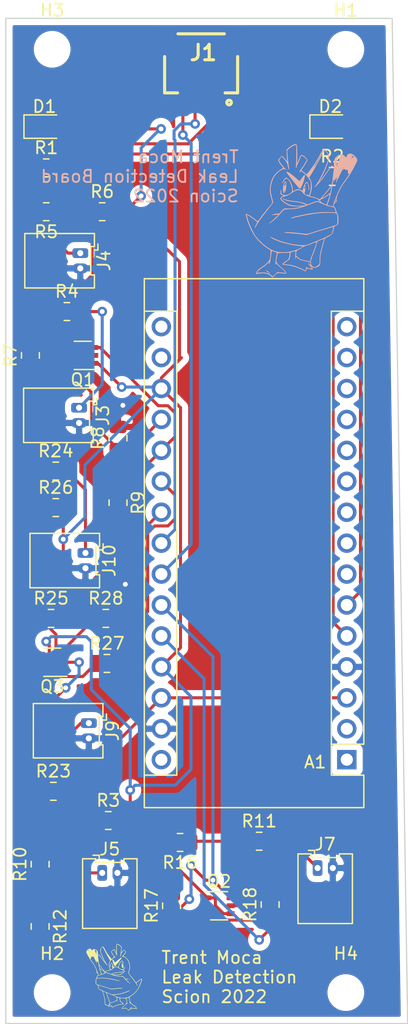
<source format=kicad_pcb>
(kicad_pcb (version 20171130) (host pcbnew "(5.1.10)-1")

  (general
    (thickness 1.6)
    (drawings 18)
    (tracks 238)
    (zones 0)
    (modules 40)
    (nets 43)
  )

  (page A4)
  (layers
    (0 F.Cu power)
    (31 B.Cu power)
    (32 B.Adhes user)
    (33 F.Adhes user)
    (34 B.Paste user)
    (35 F.Paste user)
    (36 B.SilkS user)
    (37 F.SilkS user)
    (38 B.Mask user)
    (39 F.Mask user)
    (40 Dwgs.User user hide)
    (41 Cmts.User user)
    (42 Eco1.User user)
    (43 Eco2.User user)
    (44 Edge.Cuts user)
    (45 Margin user)
    (46 B.CrtYd user)
    (47 F.CrtYd user)
    (48 B.Fab user)
    (49 F.Fab user hide)
  )

  (setup
    (last_trace_width 0.25)
    (trace_clearance 0.2)
    (zone_clearance 0.508)
    (zone_45_only no)
    (trace_min 0.2)
    (via_size 0.8)
    (via_drill 0.4)
    (via_min_size 0.4)
    (via_min_drill 0.3)
    (uvia_size 0.3)
    (uvia_drill 0.1)
    (uvias_allowed no)
    (uvia_min_size 0.2)
    (uvia_min_drill 0.1)
    (edge_width 0.1)
    (segment_width 0.2)
    (pcb_text_width 0.3)
    (pcb_text_size 1.5 1.5)
    (mod_edge_width 0.15)
    (mod_text_size 1 1)
    (mod_text_width 0.15)
    (pad_size 1.524 1.524)
    (pad_drill 0.762)
    (pad_to_mask_clearance 0)
    (aux_axis_origin 0 0)
    (visible_elements 7FFFFFFF)
    (pcbplotparams
      (layerselection 0x010fc_ffffffff)
      (usegerberextensions false)
      (usegerberattributes true)
      (usegerberadvancedattributes true)
      (creategerberjobfile true)
      (excludeedgelayer true)
      (linewidth 0.100000)
      (plotframeref false)
      (viasonmask false)
      (mode 1)
      (useauxorigin false)
      (hpglpennumber 1)
      (hpglpenspeed 20)
      (hpglpendiameter 15.000000)
      (psnegative false)
      (psa4output false)
      (plotreference true)
      (plotvalue true)
      (plotinvisibletext false)
      (padsonsilk false)
      (subtractmaskfromsilk false)
      (outputformat 1)
      (mirror false)
      (drillshape 1)
      (scaleselection 1)
      (outputdirectory ""))
  )

  (net 0 "")
  (net 1 "Net-(A1-Pad1)")
  (net 2 "Net-(A1-Pad17)")
  (net 3 "Net-(A1-Pad2)")
  (net 4 "Net-(A1-Pad28)")
  (net 5 /ProbeA0/A0)
  (net 6 /ProbeA0/A1)
  (net 7 "Net-(A1-Pad5)")
  (net 8 /ProbeA2/A2)
  (net 9 "Net-(A1-Pad6)")
  (net 10 /ProbeA2/A3)
  (net 11 "Net-(A1-Pad7)")
  (net 12 /SDA)
  (net 13 "Net-(A1-Pad8)")
  (net 14 /SCL)
  (net 15 "Net-(A1-Pad9)")
  (net 16 /ProbeA4/A4)
  (net 17 "Net-(A1-Pad10)")
  (net 18 /ProbeA4/A5)
  (net 19 "Net-(A1-Pad11)")
  (net 20 "Net-(A1-Pad12)")
  (net 21 "Net-(A1-Pad13)")
  (net 22 "Net-(A1-Pad14)")
  (net 23 "Net-(A1-Pad15)")
  (net 24 "Net-(A1-Pad16)")
  (net 25 "Net-(D1-Pad1)")
  (net 26 "Net-(D2-Pad1)")
  (net 27 GND)
  (net 28 "Net-(J3-Pad1)")
  (net 29 "Net-(J4-Pad1)")
  (net 30 "Net-(J5-Pad1)")
  (net 31 "Net-(J7-Pad1)")
  (net 32 "Net-(J9-Pad1)")
  (net 33 "Net-(J10-Pad1)")
  (net 34 VDD)
  (net 35 /ProbeA0/Q1_5)
  (net 36 /ProbeA0/Q1_2)
  (net 37 /ProbeA4/Q2_2)
  (net 38 /ProbeA4/Q2_3)
  (net 39 /ProbeA2/Q3_5)
  (net 40 /ProbeA2/Q3_2)
  (net 41 "Net-(A1-Pad30)")
  (net 42 "Net-(J1-Pad2)")

  (net_class Default "This is the default net class."
    (clearance 0.2)
    (trace_width 0.25)
    (via_dia 0.8)
    (via_drill 0.4)
    (uvia_dia 0.3)
    (uvia_drill 0.1)
    (add_net /ProbeA0/A0)
    (add_net /ProbeA0/A1)
    (add_net /ProbeA0/Q1_2)
    (add_net /ProbeA0/Q1_5)
    (add_net /ProbeA2/A2)
    (add_net /ProbeA2/A3)
    (add_net /ProbeA2/Q3_2)
    (add_net /ProbeA2/Q3_5)
    (add_net /ProbeA4/A4)
    (add_net /ProbeA4/A5)
    (add_net /ProbeA4/Q2_2)
    (add_net /ProbeA4/Q2_3)
    (add_net /SCL)
    (add_net /SDA)
    (add_net GND)
    (add_net "Net-(A1-Pad1)")
    (add_net "Net-(A1-Pad10)")
    (add_net "Net-(A1-Pad11)")
    (add_net "Net-(A1-Pad12)")
    (add_net "Net-(A1-Pad13)")
    (add_net "Net-(A1-Pad14)")
    (add_net "Net-(A1-Pad15)")
    (add_net "Net-(A1-Pad16)")
    (add_net "Net-(A1-Pad17)")
    (add_net "Net-(A1-Pad2)")
    (add_net "Net-(A1-Pad28)")
    (add_net "Net-(A1-Pad30)")
    (add_net "Net-(A1-Pad5)")
    (add_net "Net-(A1-Pad6)")
    (add_net "Net-(A1-Pad7)")
    (add_net "Net-(A1-Pad8)")
    (add_net "Net-(A1-Pad9)")
    (add_net "Net-(D1-Pad1)")
    (add_net "Net-(D2-Pad1)")
    (add_net "Net-(J1-Pad2)")
    (add_net "Net-(J10-Pad1)")
    (add_net "Net-(J3-Pad1)")
    (add_net "Net-(J4-Pad1)")
    (add_net "Net-(J5-Pad1)")
    (add_net "Net-(J7-Pad1)")
    (add_net "Net-(J9-Pad1)")
    (add_net VDD)
  )

  (module Diode_SMD:D_0805_2012Metric (layer F.Cu) (tedit 5F68FEF0) (tstamp 621354C1)
    (at 120.65 80.01)
    (descr "Diode SMD 0805 (2012 Metric), square (rectangular) end terminal, IPC_7351 nominal, (Body size source: https://docs.google.com/spreadsheets/d/1BsfQQcO9C6DZCsRaXUlFlo91Tg2WpOkGARC1WS5S8t0/edit?usp=sharing), generated with kicad-footprint-generator")
    (tags diode)
    (path /620BC4AA)
    (attr smd)
    (fp_text reference D2 (at 0 -1.65) (layer F.SilkS)
      (effects (font (size 1 1) (thickness 0.15)))
    )
    (fp_text value DataReceive (at 0 1.65) (layer F.Fab)
      (effects (font (size 1 1) (thickness 0.15)))
    )
    (fp_text user %R (at 0 0) (layer F.Fab)
      (effects (font (size 0.5 0.5) (thickness 0.08)))
    )
    (fp_line (start 1 -0.6) (end -0.7 -0.6) (layer F.Fab) (width 0.1))
    (fp_line (start -0.7 -0.6) (end -1 -0.3) (layer F.Fab) (width 0.1))
    (fp_line (start -1 -0.3) (end -1 0.6) (layer F.Fab) (width 0.1))
    (fp_line (start -1 0.6) (end 1 0.6) (layer F.Fab) (width 0.1))
    (fp_line (start 1 0.6) (end 1 -0.6) (layer F.Fab) (width 0.1))
    (fp_line (start 1 -0.96) (end -1.685 -0.96) (layer F.SilkS) (width 0.12))
    (fp_line (start -1.685 -0.96) (end -1.685 0.96) (layer F.SilkS) (width 0.12))
    (fp_line (start -1.685 0.96) (end 1 0.96) (layer F.SilkS) (width 0.12))
    (fp_line (start -1.68 0.95) (end -1.68 -0.95) (layer F.CrtYd) (width 0.05))
    (fp_line (start -1.68 -0.95) (end 1.68 -0.95) (layer F.CrtYd) (width 0.05))
    (fp_line (start 1.68 -0.95) (end 1.68 0.95) (layer F.CrtYd) (width 0.05))
    (fp_line (start 1.68 0.95) (end -1.68 0.95) (layer F.CrtYd) (width 0.05))
    (pad 2 smd roundrect (at 0.9375 0) (size 0.975 1.4) (layers F.Cu F.Paste F.Mask) (roundrect_rratio 0.25)
      (net 34 VDD))
    (pad 1 smd roundrect (at -0.9375 0) (size 0.975 1.4) (layers F.Cu F.Paste F.Mask) (roundrect_rratio 0.25)
      (net 26 "Net-(D2-Pad1)"))
    (model ${KISYS3DMOD}/Diode_SMD.3dshapes/D_0805_2012Metric.wrl
      (at (xyz 0 0 0))
      (scale (xyz 1 1 1))
      (rotate (xyz 0 0 0))
    )
  )

  (module Diode_SMD:D_0805_2012Metric (layer F.Cu) (tedit 5F68FEF0) (tstamp 621354AE)
    (at 97.155 80.01)
    (descr "Diode SMD 0805 (2012 Metric), square (rectangular) end terminal, IPC_7351 nominal, (Body size source: https://docs.google.com/spreadsheets/d/1BsfQQcO9C6DZCsRaXUlFlo91Tg2WpOkGARC1WS5S8t0/edit?usp=sharing), generated with kicad-footprint-generator")
    (tags diode)
    (path /620B9055)
    (attr smd)
    (fp_text reference D1 (at 0 -1.65) (layer F.SilkS)
      (effects (font (size 1 1) (thickness 0.15)))
    )
    (fp_text value DataTransmit (at 0 1.65) (layer F.Fab)
      (effects (font (size 1 1) (thickness 0.15)))
    )
    (fp_text user %R (at 0 0) (layer F.Fab)
      (effects (font (size 0.5 0.5) (thickness 0.08)))
    )
    (fp_line (start 1 -0.6) (end -0.7 -0.6) (layer F.Fab) (width 0.1))
    (fp_line (start -0.7 -0.6) (end -1 -0.3) (layer F.Fab) (width 0.1))
    (fp_line (start -1 -0.3) (end -1 0.6) (layer F.Fab) (width 0.1))
    (fp_line (start -1 0.6) (end 1 0.6) (layer F.Fab) (width 0.1))
    (fp_line (start 1 0.6) (end 1 -0.6) (layer F.Fab) (width 0.1))
    (fp_line (start 1 -0.96) (end -1.685 -0.96) (layer F.SilkS) (width 0.12))
    (fp_line (start -1.685 -0.96) (end -1.685 0.96) (layer F.SilkS) (width 0.12))
    (fp_line (start -1.685 0.96) (end 1 0.96) (layer F.SilkS) (width 0.12))
    (fp_line (start -1.68 0.95) (end -1.68 -0.95) (layer F.CrtYd) (width 0.05))
    (fp_line (start -1.68 -0.95) (end 1.68 -0.95) (layer F.CrtYd) (width 0.05))
    (fp_line (start 1.68 -0.95) (end 1.68 0.95) (layer F.CrtYd) (width 0.05))
    (fp_line (start 1.68 0.95) (end -1.68 0.95) (layer F.CrtYd) (width 0.05))
    (pad 2 smd roundrect (at 0.9375 0) (size 0.975 1.4) (layers F.Cu F.Paste F.Mask) (roundrect_rratio 0.25)
      (net 34 VDD))
    (pad 1 smd roundrect (at -0.9375 0) (size 0.975 1.4) (layers F.Cu F.Paste F.Mask) (roundrect_rratio 0.25)
      (net 25 "Net-(D1-Pad1)"))
    (model ${KISYS3DMOD}/Diode_SMD.3dshapes/D_0805_2012Metric.wrl
      (at (xyz 0 0 0))
      (scale (xyz 1 1 1))
      (rotate (xyz 0 0 0))
    )
  )

  (module Graphics:farfetchd_small (layer B.Cu) (tedit 0) (tstamp 6213066B)
    (at 118.3 86.9 180)
    (fp_text reference G*** (at 0 0) (layer B.SilkS) hide
      (effects (font (size 1.524 1.524) (thickness 0.3)) (justify mirror))
    )
    (fp_text value LOGO (at 0.75 0) (layer B.SilkS) hide
      (effects (font (size 1.524 1.524) (thickness 0.3)) (justify mirror))
    )
    (fp_poly (pts (xy -1.086288 3.71433) (xy -1.0668 3.683) (xy -1.05045 3.643729) (xy -1.052313 3.6322)
      (xy -1.072713 3.651671) (xy -1.0922 3.683) (xy -1.108551 3.722272) (xy -1.106688 3.7338)
      (xy -1.086288 3.71433)) (layer B.SilkS) (width 0.01))
    (fp_poly (pts (xy 1.250846 3.157393) (xy 1.223133 3.094233) (xy 1.159513 2.998011) (xy 1.089228 2.905216)
      (xy 0.886626 2.648592) (xy 0.706035 2.422568) (xy 0.548744 2.228691) (xy 0.416048 2.068512)
      (xy 0.309237 1.943579) (xy 0.229604 1.855442) (xy 0.178441 1.80565) (xy 0.163734 1.795523)
      (xy 0.134074 1.806717) (xy 0.092622 1.849413) (xy 0.079144 1.867809) (xy 0.022423 1.967158)
      (xy -0.039586 2.103886) (xy -0.101975 2.265605) (xy -0.159833 2.439927) (xy -0.192302 2.5527)
      (xy -0.231841 2.713196) (xy -0.251329 2.827178) (xy -0.250604 2.894877) (xy -0.229507 2.916526)
      (xy -0.187878 2.892353) (xy -0.125556 2.822591) (xy -0.0635 2.738143) (xy 0.002634 2.644932)
      (xy 0.065467 2.55907) (xy 0.113813 2.495774) (xy 0.122972 2.48448) (xy 0.182444 2.412848)
      (xy 0.25437 2.464064) (xy 0.307703 2.506648) (xy 0.38225 2.571893) (xy 0.463127 2.646716)
      (xy 0.474298 2.657393) (xy 0.579575 2.752947) (xy 0.696754 2.850157) (xy 0.818588 2.944019)
      (xy 0.937835 3.02953) (xy 1.04725 3.101685) (xy 1.139589 3.155481) (xy 1.207608 3.185913)
      (xy 1.243226 3.18855) (xy 1.250846 3.157393)) (layer B.SilkS) (width 0.01))
    (fp_poly (pts (xy 1.39649 2.363844) (xy 1.431448 2.299079) (xy 1.464773 2.203059) (xy 1.494698 2.08554)
      (xy 1.519454 1.956276) (xy 1.537274 1.825024) (xy 1.546389 1.701537) (xy 1.545032 1.595571)
      (xy 1.531433 1.516881) (xy 1.523106 1.496931) (xy 1.483554 1.453665) (xy 1.438853 1.460405)
      (xy 1.390109 1.516741) (xy 1.369407 1.553697) (xy 1.340168 1.614487) (xy 1.332544 1.635008)
      (xy 1.399282 1.635008) (xy 1.416007 1.586861) (xy 1.426477 1.563296) (xy 1.457764 1.513609)
      (xy 1.484908 1.499693) (xy 1.498354 1.525594) (xy 1.4986 1.532764) (xy 1.48119 1.574213)
      (xy 1.4478 1.6129) (xy 1.409483 1.642766) (xy 1.399282 1.635008) (xy 1.332544 1.635008)
      (xy 1.319234 1.670829) (xy 1.304511 1.734148) (xy 1.293905 1.815869) (xy 1.285323 1.927418)
      (xy 1.278212 2.051315) (xy 1.273715 2.19232) (xy 1.277411 2.260058) (xy 1.317203 2.260058)
      (xy 1.318915 2.189598) (xy 1.329319 2.120385) (xy 1.347791 2.069398) (xy 1.35238 2.062905)
      (xy 1.394107 2.039066) (xy 1.430419 2.060043) (xy 1.443909 2.094356) (xy 1.439838 2.141944)
      (xy 1.419887 2.207559) (xy 1.391458 2.273533) (xy 1.361951 2.322199) (xy 1.342342 2.3368)
      (xy 1.324805 2.314785) (xy 1.317203 2.260058) (xy 1.277411 2.260058) (xy 1.279035 2.289806)
      (xy 1.295814 2.350392) (xy 1.325696 2.380699) (xy 1.361669 2.3876) (xy 1.39649 2.363844)) (layer B.SilkS) (width 0.01))
    (fp_poly (pts (xy 2.943827 -4.938791) (xy 2.910998 -4.967173) (xy 2.856251 -5.001638) (xy 2.779755 -5.049073)
      (xy 2.71867 -5.09327) (xy 2.694391 -5.115699) (xy 2.654935 -5.149067) (xy 2.633737 -5.1562)
      (xy 2.632552 -5.140361) (xy 2.660937 -5.10036) (xy 2.681297 -5.077732) (xy 2.772957 -4.997587)
      (xy 2.865203 -4.944935) (xy 2.938788 -4.927838) (xy 2.943827 -4.938791)) (layer B.SilkS) (width 0.01))
    (fp_poly (pts (xy 0.562035 5.447278) (xy 0.654824 5.415889) (xy 0.765345 5.36249) (xy 0.883216 5.292647)
      (xy 0.998056 5.21193) (xy 1.093939 5.131139) (xy 1.251677 4.983352) (xy 1.236073 4.689262)
      (xy 1.227882 4.544384) (xy 1.218441 4.391996) (xy 1.209157 4.254259) (xy 1.204035 4.185136)
      (xy 1.1876 3.9751) (xy 1.294827 4.1275) (xy 1.380834 4.242772) (xy 1.463909 4.341583)
      (xy 1.537296 4.416807) (xy 1.594243 4.461314) (xy 1.619711 4.470401) (xy 1.656929 4.452365)
      (xy 1.714768 4.405699) (xy 1.782265 4.34156) (xy 1.84846 4.271109) (xy 1.902391 4.205504)
      (xy 1.933098 4.155904) (xy 1.935475 4.148935) (xy 1.928687 4.095571) (xy 1.892882 4.012934)
      (xy 1.833067 3.909471) (xy 1.754253 3.793627) (xy 1.661447 3.673849) (xy 1.635191 3.642574)
      (xy 1.579109 3.575003) (xy 1.539149 3.523182) (xy 1.524 3.498408) (xy 1.544664 3.480599)
      (xy 1.59968 3.445432) (xy 1.678583 3.399464) (xy 1.70815 3.383003) (xy 1.84697 3.291235)
      (xy 1.994844 3.1678) (xy 2.138089 3.026216) (xy 2.263025 2.880002) (xy 2.355673 2.7432)
      (xy 2.483113 2.468387) (xy 2.569729 2.171889) (xy 2.61226 1.866219) (xy 2.6162 1.742905)
      (xy 2.612172 1.59267) (xy 2.598524 1.449777) (xy 2.572908 1.300077) (xy 2.532975 1.129422)
      (xy 2.485513 0.955542) (xy 2.449278 0.82304) (xy 2.430276 0.72404) (xy 2.431702 0.645416)
      (xy 2.45675 0.574041) (xy 2.508614 0.496788) (xy 2.590489 0.400531) (xy 2.631813 0.354373)
      (xy 2.81343 0.145649) (xy 2.999994 -0.080757) (xy 3.181202 -0.311704) (xy 3.346753 -0.534053)
      (xy 3.486344 -0.734665) (xy 3.489964 -0.740122) (xy 3.552432 -0.825259) (xy 3.599333 -0.867144)
      (xy 3.627787 -0.872113) (xy 3.664075 -0.852555) (xy 3.730173 -0.807929) (xy 3.816359 -0.745071)
      (xy 3.903669 -0.67809) (xy 4.064231 -0.556792) (xy 4.212439 -0.45388) (xy 4.343313 -0.372197)
      (xy 4.451872 -0.314585) (xy 4.533138 -0.283889) (xy 4.582129 -0.28295) (xy 4.588319 -0.287253)
      (xy 4.595835 -0.326183) (xy 4.586648 -0.405324) (xy 4.562515 -0.517558) (xy 4.525191 -0.65577)
      (xy 4.476434 -0.812841) (xy 4.418 -0.981655) (xy 4.414738 -0.9906) (xy 4.311485 -1.252808)
      (xy 4.196136 -1.510687) (xy 4.074894 -1.751613) (xy 3.953962 -1.962961) (xy 3.884273 -2.070117)
      (xy 3.73308 -2.26892) (xy 3.55218 -2.473636) (xy 3.352319 -2.674075) (xy 3.144244 -2.860048)
      (xy 2.938699 -3.021367) (xy 2.74955 -3.146027) (xy 2.5654 -3.25344) (xy 2.565591 -3.44917)
      (xy 2.570271 -3.583004) (xy 2.582662 -3.72868) (xy 2.600649 -3.868066) (xy 2.622115 -3.983032)
      (xy 2.632458 -4.022333) (xy 2.654686 -4.060543) (xy 2.703193 -4.125897) (xy 2.769998 -4.208032)
      (xy 2.821735 -4.268101) (xy 2.956755 -4.407784) (xy 3.093783 -4.518466) (xy 3.203798 -4.589167)
      (xy 3.418298 -4.730492) (xy 3.582103 -4.87069) (xy 3.695302 -5.009844) (xy 3.723201 -5.058746)
      (xy 3.75828 -5.142284) (xy 3.758315 -5.190625) (xy 3.721067 -5.20736) (xy 3.644297 -5.19608)
      (xy 3.638493 -5.194618) (xy 3.580214 -5.183807) (xy 3.48901 -5.171335) (xy 3.382596 -5.159567)
      (xy 3.360325 -5.157439) (xy 3.112201 -5.152047) (xy 2.894345 -5.184266) (xy 2.708462 -5.253627)
      (xy 2.55626 -5.359662) (xy 2.529816 -5.38543) (xy 2.469841 -5.441445) (xy 2.419824 -5.478109)
      (xy 2.398651 -5.4864) (xy 2.367715 -5.468433) (xy 2.313901 -5.420523) (xy 2.246971 -5.351658)
      (xy 2.220884 -5.32272) (xy 2.147942 -5.242362) (xy 2.094075 -5.192407) (xy 2.045844 -5.164225)
      (xy 1.989812 -5.149186) (xy 1.939372 -5.141935) (xy 1.832297 -5.137657) (xy 1.694536 -5.145563)
      (xy 1.561477 -5.161985) (xy 1.442691 -5.1787) (xy 1.364626 -5.185148) (xy 1.318293 -5.181533)
      (xy 1.294703 -5.16806) (xy 1.281695 -5.141992) (xy 1.323525 -5.141992) (xy 1.351538 -5.141876)
      (xy 1.415003 -5.131655) (xy 1.498748 -5.11386) (xy 1.620366 -5.093689) (xy 1.751158 -5.084268)
      (xy 1.821224 -5.085203) (xy 1.906075 -5.089054) (xy 1.948942 -5.085901) (xy 1.958384 -5.073866)
      (xy 1.948224 -5.05732) (xy 1.932179 -5.03115) (xy 1.955598 -5.0328) (xy 1.9685 -5.037009)
      (xy 2.007473 -5.062584) (xy 2.06966 -5.116731) (xy 2.144586 -5.189998) (xy 2.1844 -5.23176)
      (xy 2.258902 -5.308586) (xy 2.322999 -5.368769) (xy 2.367522 -5.403984) (xy 2.380402 -5.409695)
      (xy 2.414084 -5.394101) (xy 2.471876 -5.352853) (xy 2.536835 -5.29871) (xy 2.652908 -5.210968)
      (xy 2.777872 -5.150471) (xy 2.92334 -5.113579) (xy 3.100925 -5.096651) (xy 3.1877 -5.094619)
      (xy 3.314971 -5.09606) (xy 3.440413 -5.101539) (xy 3.544039 -5.110036) (xy 3.578145 -5.114559)
      (xy 3.71459 -5.136418) (xy 3.667045 -5.054139) (xy 3.614345 -4.986858) (xy 3.528452 -4.903358)
      (xy 3.420287 -4.812617) (xy 3.300768 -4.72361) (xy 3.180817 -4.645313) (xy 3.14291 -4.623304)
      (xy 3.052467 -4.562478) (xy 2.949661 -4.477819) (xy 2.853683 -4.385308) (xy 2.841786 -4.372533)
      (xy 2.687051 -4.2037) (xy 2.70448 -4.303764) (xy 2.71325 -4.365347) (xy 2.708156 -4.386005)
      (xy 2.68647 -4.37438) (xy 2.683053 -4.371583) (xy 2.656899 -4.340781) (xy 2.632972 -4.290883)
      (xy 2.610218 -4.216884) (xy 2.587584 -4.113779) (xy 2.564017 -3.976564) (xy 2.538461 -3.800234)
      (xy 2.509865 -3.579784) (xy 2.500646 -3.5052) (xy 2.488323 -3.422345) (xy 2.474978 -3.358958)
      (xy 2.467314 -3.336679) (xy 2.440123 -3.329888) (xy 2.375568 -3.343045) (xy 2.271286 -3.376865)
      (xy 2.124911 -3.432063) (xy 2.040143 -3.465902) (xy 2.04175 -3.489371) (xy 2.051035 -3.546717)
      (xy 2.057541 -3.581722) (xy 2.104787 -3.837921) (xy 2.138597 -4.046797) (xy 2.159108 -4.209982)
      (xy 2.166459 -4.329107) (xy 2.160789 -4.405801) (xy 2.142236 -4.441697) (xy 2.130846 -4.445)
      (xy 2.11392 -4.424189) (xy 2.118239 -4.383056) (xy 2.121137 -4.331715) (xy 2.106345 -4.305187)
      (xy 2.084238 -4.313003) (xy 2.071223 -4.339861) (xy 2.038102 -4.39711) (xy 1.967022 -4.477747)
      (xy 1.856581 -4.583183) (xy 1.70538 -4.714833) (xy 1.669848 -4.744664) (xy 1.573634 -4.829892)
      (xy 1.48434 -4.917709) (xy 1.408526 -5.000587) (xy 1.352756 -5.070996) (xy 1.323592 -5.121407)
      (xy 1.323525 -5.141992) (xy 1.281695 -5.141992) (xy 1.279495 -5.137584) (xy 1.282766 -5.100006)
      (xy 1.307707 -5.05157) (xy 1.357508 -4.98852) (xy 1.435359 -4.907099) (xy 1.544449 -4.803552)
      (xy 1.687968 -4.674123) (xy 1.792186 -4.582256) (xy 1.890299 -4.487836) (xy 1.976215 -4.389776)
      (xy 2.035872 -4.304218) (xy 2.038487 -4.29951) (xy 2.1081 -4.171607) (xy 2.05619 -3.872667)
      (xy 2.033823 -3.751438) (xy 2.011886 -3.645713) (xy 1.992979 -3.567262) (xy 1.980249 -3.528823)
      (xy 1.96662 -3.51247) (xy 1.940936 -3.500232) (xy 1.896004 -3.491287) (xy 1.824629 -3.484812)
      (xy 1.719616 -3.479983) (xy 1.57377 -3.475979) (xy 1.505158 -3.474481) (xy 1.356809 -3.470786)
      (xy 1.224616 -3.466381) (xy 1.117575 -3.461654) (xy 1.044681 -3.456993) (xy 1.016277 -3.453371)
      (xy 0.997175 -3.452652) (xy 0.986822 -3.469786) (xy 0.985286 -3.511997) (xy 0.992634 -3.586505)
      (xy 1.008933 -3.700536) (xy 1.019182 -3.766523) (xy 1.048338 -3.894444) (xy 1.095873 -3.992168)
      (xy 1.171497 -4.072944) (xy 1.284919 -4.150017) (xy 1.311479 -4.165299) (xy 1.421251 -4.235208)
      (xy 1.506905 -4.305488) (xy 1.56045 -4.36873) (xy 1.5748 -4.409458) (xy 1.570347 -4.424967)
      (xy 1.552313 -4.437569) (xy 1.513683 -4.448625) (xy 1.447443 -4.459499) (xy 1.34658 -4.471554)
      (xy 1.204078 -4.486151) (xy 1.1557 -4.490886) (xy 0.967119 -4.520085) (xy 0.749462 -4.571768)
      (xy 0.516734 -4.641501) (xy 0.282941 -4.724851) (xy 0.062087 -4.817384) (xy -0.05702 -4.874769)
      (xy -0.167131 -4.929967) (xy -0.241614 -4.96368) (xy -0.289478 -4.978674) (xy -0.319732 -4.977715)
      (xy -0.341385 -4.963572) (xy -0.342524 -4.962447) (xy -0.371258 -4.90917) (xy -0.381 -4.851084)
      (xy -0.387477 -4.794221) (xy -0.401674 -4.765421) (xy -0.43409 -4.765284) (xy -0.503353 -4.775713)
      (xy -0.597098 -4.794666) (xy -0.644516 -4.805559) (xy -0.769944 -4.832203) (xy -0.852091 -4.840424)
      (xy -0.895534 -4.82883) (xy -0.904853 -4.796027) (xy -0.88613 -4.744744) (xy -0.828657 -4.744744)
      (xy -0.82619 -4.76264) (xy -0.80495 -4.769852) (xy -0.803922 -4.769993) (xy -0.749357 -4.7678)
      (xy -0.666814 -4.754325) (xy -0.599243 -4.738777) (xy -0.516012 -4.720649) (xy -0.451614 -4.713088)
      (xy -0.424511 -4.716205) (xy -0.408626 -4.710931) (xy -0.412721 -4.677571) (xy -0.416193 -4.634954)
      (xy -0.406507 -4.6228) (xy -0.384395 -4.644834) (xy -0.360078 -4.698934) (xy -0.339935 -4.767096)
      (xy -0.330341 -4.831316) (xy -0.3302 -4.838256) (xy -0.318967 -4.903429) (xy -0.283886 -4.925697)
      (xy -0.222885 -4.905569) (xy -0.176577 -4.875928) (xy -0.108221 -4.836305) (xy -0.002325 -4.785752)
      (xy 0.130193 -4.728594) (xy 0.278417 -4.669155) (xy 0.43143 -4.611758) (xy 0.578316 -4.560728)
      (xy 0.708157 -4.520388) (xy 0.749805 -4.509008) (xy 0.888551 -4.478573) (xy 1.049209 -4.451757)
      (xy 1.202901 -4.433189) (xy 1.243071 -4.429937) (xy 1.351889 -4.420789) (xy 1.440303 -4.410243)
      (xy 1.497002 -4.399828) (xy 1.511672 -4.393597) (xy 1.496454 -4.37305) (xy 1.446508 -4.330867)
      (xy 1.369638 -4.273191) (xy 1.273648 -4.206168) (xy 1.273375 -4.205982) (xy 1.161078 -4.128286)
      (xy 1.081401 -4.064451) (xy 1.027313 -4.00262) (xy 0.991784 -3.930937) (xy 0.967783 -3.837545)
      (xy 0.948279 -3.710589) (xy 0.939566 -3.643058) (xy 0.926525 -3.548833) (xy 0.914415 -3.476196)
      (xy 0.905454 -3.438113) (xy 0.904088 -3.435622) (xy 0.874511 -3.423211) (xy 0.811737 -3.404525)
      (xy 0.730484 -3.383167) (xy 0.645472 -3.362743) (xy 0.571421 -3.346856) (xy 0.52305 -3.339112)
      (xy 0.51258 -3.339753) (xy 0.510396 -3.367818) (xy 0.513084 -3.43434) (xy 0.520041 -3.527269)
      (xy 0.524311 -3.573554) (xy 0.532909 -3.689316) (xy 0.536459 -3.798757) (xy 0.534455 -3.882554)
      (xy 0.532816 -3.8989) (xy 0.519532 -4.0005) (xy 0.500448 -3.890565) (xy 0.481365 -3.780631)
      (xy 0.343698 -3.906451) (xy 0.296764 -3.948415) (xy 0.253636 -3.982485) (xy 0.207336 -4.011212)
      (xy 0.150884 -4.037145) (xy 0.077301 -4.062833) (xy -0.020391 -4.090827) (xy -0.149173 -4.123674)
      (xy -0.316022 -4.163926) (xy -0.4445 -4.194394) (xy -0.6985 -4.2545) (xy -0.714222 -4.5085)
      (xy -0.611111 -4.408095) (xy -0.548142 -4.35003) (xy -0.51671 -4.328316) (xy -0.515598 -4.340475)
      (xy -0.543589 -4.384028) (xy -0.599466 -4.456497) (xy -0.682013 -4.555402) (xy -0.685359 -4.5593)
      (xy -0.762049 -4.649839) (xy -0.808546 -4.709398) (xy -0.828657 -4.744744) (xy -0.88613 -4.744744)
      (xy -0.884625 -4.740622) (xy -0.881062 -4.733608) (xy -0.835896 -4.664174) (xy -0.790001 -4.612453)
      (xy -0.751016 -4.56805) (xy -0.737165 -4.536313) (xy -0.75054 -4.532702) (xy -0.781615 -4.562907)
      (xy -0.879375 -4.647021) (xy -0.998761 -4.68695) (xy -1.135571 -4.682258) (xy -1.285605 -4.632504)
      (xy -1.314119 -4.618509) (xy -1.390713 -4.572804) (xy -1.445953 -4.520807) (xy -1.48319 -4.453655)
      (xy -1.505774 -4.362486) (xy -1.517056 -4.238436) (xy -1.520386 -4.072958) (xy -1.522147 -3.949189)
      (xy -1.527721 -3.835123) (xy -1.538547 -3.723118) (xy -1.55606 -3.605529) (xy -1.581698 -3.474712)
      (xy -1.616898 -3.323025) (xy -1.663095 -3.142824) (xy -1.721728 -2.926465) (xy -1.765573 -2.7686)
      (xy -1.798146 -2.651517) (xy -1.828684 -2.540868) (xy -1.85246 -2.453816) (xy -1.860017 -2.4257)
      (xy -1.881704 -2.355324) (xy -1.895974 -2.320911) (xy -1.846779 -2.320911) (xy -1.843818 -2.347701)
      (xy -1.826634 -2.407474) (xy -1.806262 -2.466809) (xy -1.777604 -2.552692) (xy -1.742319 -2.668722)
      (xy -1.706126 -2.795771) (xy -1.689463 -2.8575) (xy -1.654495 -2.989722) (xy -1.618015 -3.127337)
      (xy -1.585966 -3.247943) (xy -1.574946 -3.2893) (xy -1.52449 -3.498149) (xy -1.492939 -3.683325)
      (xy -1.47743 -3.867056) (xy -1.475016 -4.065444) (xy -1.476158 -4.189157) (xy -1.474082 -4.273914)
      (xy -1.466571 -4.331551) (xy -1.451406 -4.373901) (xy -1.426371 -4.4128) (xy -1.404713 -4.440634)
      (xy -1.315477 -4.528623) (xy -1.210156 -4.595758) (xy -1.10374 -4.634286) (xy -1.022109 -4.638529)
      (xy -0.942009 -4.614095) (xy -0.864862 -4.572896) (xy -0.864251 -4.572463) (xy -0.793501 -4.491571)
      (xy -0.750446 -4.37163) (xy -0.736742 -4.227198) (xy -0.74039 -4.172883) (xy -0.752725 -4.106188)
      (xy -0.775628 -4.021272) (xy -0.81098 -3.912295) (xy -0.860662 -3.773419) (xy -0.926555 -3.598804)
      (xy -1.000637 -3.407891) (xy -1.057588 -3.256321) (xy -1.11338 -3.097203) (xy -1.162332 -2.947429)
      (xy -1.198763 -2.823886) (xy -1.204646 -2.801459) (xy -1.232928 -2.696262) (xy -1.252742 -2.630856)
      (xy -1.1938 -2.630856) (xy -1.188492 -2.68708) (xy -1.17154 -2.764068) (xy -1.141406 -2.866477)
      (xy -1.09655 -2.998965) (xy -1.035434 -3.166189) (xy -0.956519 -3.372806) (xy -0.904863 -3.5052)
      (xy -0.850249 -3.646182) (xy -0.801588 -3.775193) (xy -0.762266 -3.882983) (xy -0.735671 -3.960302)
      (xy -0.725804 -3.99415) (xy -0.709368 -4.072931) (xy -0.698017 -4.1275) (xy -0.680795 -4.175151)
      (xy -0.66333 -4.191) (xy -0.631192 -4.185673) (xy -0.560523 -4.171233) (xy -0.462292 -4.149986)
      (xy -0.365364 -4.128309) (xy -0.188092 -4.087394) (xy -0.051968 -4.053261) (xy 0.051585 -4.022294)
      (xy 0.131146 -3.990877) (xy 0.19529 -3.955393) (xy 0.252594 -3.912227) (xy 0.311636 -3.857762)
      (xy 0.337833 -3.83183) (xy 0.489286 -3.680377) (xy 0.473203 -3.543537) (xy 0.455596 -3.42545)
      (xy 0.430427 -3.345013) (xy 0.389355 -3.289084) (xy 0.324038 -3.244518) (xy 0.265095 -3.215632)
      (xy 0.166628 -3.164753) (xy 0.054369 -3.098256) (xy -0.034973 -3.039081) (xy -0.136414 -2.975497)
      (xy -0.232761 -2.929686) (xy -0.2921 -2.912213) (xy -0.353176 -2.896461) (xy -0.448855 -2.864943)
      (xy -0.567052 -2.821916) (xy -0.695683 -2.771636) (xy -0.7239 -2.760139) (xy -0.884841 -2.694739)
      (xy -1.004929 -2.648001) (xy -1.089901 -2.618347) (xy -1.145499 -2.604196) (xy -1.177462 -2.60397)
      (xy -1.191528 -2.61609) (xy -1.1938 -2.630856) (xy -1.252742 -2.630856) (xy -1.259032 -2.610096)
      (xy -1.27927 -2.554605) (xy -1.287152 -2.540801) (xy -1.319319 -2.523306) (xy -1.385018 -2.49401)
      (xy -1.472874 -2.457383) (xy -1.571514 -2.417894) (xy -1.669565 -2.380013) (xy -1.755651 -2.348207)
      (xy -1.8184 -2.326947) (xy -1.846438 -2.3207) (xy -1.846779 -2.320911) (xy -1.895974 -2.320911)
      (xy -1.902313 -2.305625) (xy -1.906887 -2.298304) (xy -1.936581 -2.277059) (xy -2.001803 -2.239299)
      (xy -2.092382 -2.190699) (xy -2.180105 -2.145906) (xy -2.322626 -2.069099) (xy -2.42559 -1.996353)
      (xy -2.497888 -1.916445) (xy -2.548411 -1.818154) (xy -2.586049 -1.690257) (xy -2.602648 -1.612542)
      (xy -2.62301 -1.510313) (xy -2.640755 -1.422297) (xy -2.652639 -1.364554) (xy -2.654138 -1.357542)
      (xy -2.689489 -1.310046) (xy -2.775077 -1.260513) (xy -2.803425 -1.248202) (xy -2.881827 -1.210392)
      (xy -2.937726 -1.166376) (xy -2.974789 -1.107287) (xy -2.996682 -1.024253) (xy -3.007069 -0.908406)
      (xy -3.009618 -0.750874) (xy -3.009617 -0.7493) (xy -3.006754 -0.668649) (xy -2.936134 -0.668649)
      (xy -2.934938 -0.801) (xy -2.930185 -0.926497) (xy -2.921972 -1.034172) (xy -2.910399 -1.113057)
      (xy -2.8956 -1.152151) (xy -2.853745 -1.175085) (xy -2.762881 -1.21077) (xy -2.623163 -1.259158)
      (xy -2.43474 -1.320199) (xy -2.197767 -1.393842) (xy -1.912396 -1.480036) (xy -1.7653 -1.523773)
      (xy -1.620025 -1.567419) (xy -1.442944 -1.621605) (xy -1.250579 -1.68122) (xy -1.059452 -1.741151)
      (xy -0.929041 -1.782534) (xy -0.753793 -1.8376) (xy -0.618833 -1.877587) (xy -0.516535 -1.904291)
      (xy -0.439272 -1.919504) (xy -0.379416 -1.925022) (xy -0.332141 -1.922965) (xy -0.267672 -1.915546)
      (xy -0.164125 -1.903418) (xy -0.03286 -1.887922) (xy 0.114763 -1.870398) (xy 0.2159 -1.85834)
      (xy 0.420808 -1.835644) (xy 0.622517 -1.816583) (xy 0.814551 -1.801474) (xy 0.990434 -1.790632)
      (xy 1.143691 -1.784374) (xy 1.267844 -1.783015) (xy 1.356419 -1.786873) (xy 1.402938 -1.796263)
      (xy 1.407695 -1.800157) (xy 1.405309 -1.825709) (xy 1.392149 -1.828903) (xy 1.292202 -1.832074)
      (xy 1.152012 -1.840477) (xy 0.981755 -1.853164) (xy 0.791611 -1.869183) (xy 0.591757 -1.887585)
      (xy 0.392372 -1.907418) (xy 0.203633 -1.927734) (xy 0.03572 -1.947581) (xy -0.101191 -1.966009)
      (xy -0.139731 -1.971921) (xy -0.393761 -2.012642) (xy -0.698531 -1.910364) (xy -0.953188 -1.826891)
      (xy -1.236158 -1.738024) (xy -1.554782 -1.641496) (xy -1.8669 -1.549461) (xy -2.005597 -1.508854)
      (xy -2.15157 -1.46589) (xy -2.283298 -1.426913) (xy -2.346995 -1.407945) (xy -2.442141 -1.381758)
      (xy -2.518703 -1.364868) (xy -2.563773 -1.359983) (xy -2.5693 -1.361309) (xy -2.581017 -1.396217)
      (xy -2.576872 -1.470499) (xy -2.558133 -1.575705) (xy -2.526064 -1.703382) (xy -2.50976 -1.758942)
      (xy -2.457435 -1.930384) (xy -2.16723 -2.085184) (xy -2.060458 -2.140861) (xy -1.951147 -2.194896)
      (xy -1.832345 -2.250334) (xy -1.697101 -2.310222) (xy -1.53846 -2.377604) (xy -1.349472 -2.455527)
      (xy -1.123183 -2.547036) (xy -1.0033 -2.59507) (xy -0.871551 -2.648142) (xy -0.732067 -2.704975)
      (xy -0.607027 -2.756508) (xy -0.5588 -2.776639) (xy -0.468896 -2.81265) (xy -0.394703 -2.835834)
      (xy -0.320023 -2.848914) (xy -0.228656 -2.854611) (xy -0.104404 -2.855647) (xy -0.0889 -2.855597)
      (xy 0.197841 -2.842075) (xy 0.513261 -2.8054) (xy 0.845931 -2.748349) (xy 1.184422 -2.6737)
      (xy 1.517305 -2.58423) (xy 1.833151 -2.482718) (xy 2.120531 -2.371941) (xy 2.354768 -2.261703)
      (xy 2.467109 -2.205384) (xy 2.543703 -2.172711) (xy 2.582594 -2.16349) (xy 2.581824 -2.177525)
      (xy 2.539438 -2.21462) (xy 2.45745 -2.271961) (xy 2.348245 -2.334315) (xy 2.200791 -2.404261)
      (xy 2.026173 -2.477296) (xy 1.83548 -2.548915) (xy 1.639801 -2.614615) (xy 1.537512 -2.645598)
      (xy 1.368039 -2.691024) (xy 1.170683 -2.737796) (xy 0.957806 -2.783519) (xy 0.741774 -2.825798)
      (xy 0.534951 -2.862239) (xy 0.3497 -2.890447) (xy 0.198387 -2.908026) (xy 0.17145 -2.910189)
      (xy 0.066348 -2.919651) (xy -0.016613 -2.930774) (xy -0.066568 -2.941892) (xy -0.0762 -2.94815)
      (xy -0.054323 -2.979126) (xy 0.005896 -3.025087) (xy 0.096336 -3.080478) (xy 0.1905 -3.130619)
      (xy 0.315167 -3.185157) (xy 0.473567 -3.242675) (xy 0.649276 -3.298085) (xy 0.82587 -3.346303)
      (xy 0.986926 -3.38224) (xy 1.025057 -3.389084) (xy 1.202883 -3.411115) (xy 1.402705 -3.423021)
      (xy 1.607783 -3.424776) (xy 1.801379 -3.416357) (xy 1.966753 -3.397739) (xy 2.0066 -3.390518)
      (xy 2.291891 -3.30845) (xy 2.5805 -3.177409) (xy 2.870095 -2.998905) (xy 3.158346 -2.77445)
      (xy 3.442922 -2.505554) (xy 3.553648 -2.3876) (xy 3.642387 -2.288621) (xy 3.723173 -2.196077)
      (xy 3.787251 -2.120156) (xy 3.825863 -2.071047) (xy 3.826533 -2.0701) (xy 3.875177 -1.991746)
      (xy 3.938381 -1.876404) (xy 4.011306 -1.734033) (xy 4.089111 -1.574594) (xy 4.166959 -1.40805)
      (xy 4.240009 -1.244359) (xy 4.303422 -1.093484) (xy 4.314714 -1.06524) (xy 4.362249 -0.937694)
      (xy 4.407582 -0.802769) (xy 4.448201 -0.669658) (xy 4.481591 -0.547553) (xy 4.505238 -0.445645)
      (xy 4.51663 -0.373126) (xy 4.513256 -0.339189) (xy 4.486958 -0.346433) (xy 4.42817 -0.379744)
      (xy 4.34429 -0.433732) (xy 4.242714 -0.503007) (xy 4.130842 -0.582177) (xy 4.016069 -0.665851)
      (xy 3.905794 -0.748639) (xy 3.807414 -0.825151) (xy 3.728326 -0.889994) (xy 3.675928 -0.937778)
      (xy 3.6576 -0.962744) (xy 3.668607 -0.991941) (xy 3.697627 -1.05328) (xy 3.738657 -1.134141)
      (xy 3.743721 -1.143831) (xy 3.809124 -1.275252) (xy 3.845769 -1.365146) (xy 3.853619 -1.413406)
      (xy 3.843108 -1.4224) (xy 3.821767 -1.4013) (xy 3.788271 -1.346675) (xy 3.758935 -1.28905)
      (xy 3.687244 -1.155278) (xy 3.583002 -0.987322) (xy 3.448327 -0.788128) (xy 3.285335 -0.560642)
      (xy 3.096146 -0.307812) (xy 2.882877 -0.032584) (xy 2.647645 0.262096) (xy 2.616489 0.300537)
      (xy 2.507758 0.437695) (xy 2.431253 0.54209) (xy 2.384244 0.61782) (xy 2.364002 0.668984)
      (xy 2.362732 0.681537) (xy 2.370054 0.736521) (xy 2.389093 0.824039) (xy 2.416256 0.92819)
      (xy 2.426889 0.9652) (xy 2.468929 1.124554) (xy 2.506441 1.29779) (xy 2.536734 1.469547)
      (xy 2.557115 1.624463) (xy 2.564891 1.747176) (xy 2.564899 1.7526) (xy 2.552381 1.910636)
      (xy 2.518548 2.094044) (xy 2.467895 2.287808) (xy 2.404918 2.476917) (xy 2.334109 2.646355)
      (xy 2.259965 2.781109) (xy 2.25462 2.789069) (xy 2.147917 2.929016) (xy 2.024927 3.063771)
      (xy 1.897221 3.18215) (xy 1.776371 3.272971) (xy 1.720219 3.305524) (xy 1.608125 3.361179)
      (xy 1.530837 3.395356) (xy 1.478156 3.41014) (xy 1.439881 3.407611) (xy 1.405811 3.389851)
      (xy 1.384732 3.374003) (xy 1.335481 3.34285) (xy 1.303777 3.336438) (xy 1.302062 3.337671)
      (xy 1.304971 3.35758) (xy 1.335097 3.400567) (xy 1.395564 3.470494) (xy 1.489495 3.571226)
      (xy 1.4986 3.580784) (xy 1.563878 3.655991) (xy 1.642534 3.756154) (xy 1.720998 3.863166)
      (xy 1.785702 3.958919) (xy 1.80274 3.986682) (xy 1.880929 4.119291) (xy 1.823114 4.222745)
      (xy 1.771302 4.299149) (xy 1.712407 4.363816) (xy 1.695571 4.377769) (xy 1.625843 4.429338)
      (xy 1.549221 4.35593) (xy 1.489834 4.289852) (xy 1.418841 4.197275) (xy 1.344205 4.0903)
      (xy 1.273887 3.981028) (xy 1.215848 3.88156) (xy 1.178051 3.803997) (xy 1.169659 3.779029)
      (xy 1.152449 3.706623) (xy 1.130376 3.61072) (xy 1.116351 3.548467) (xy 1.088245 3.44599)
      (xy 1.060198 3.388509) (xy 1.033582 3.37862) (xy 1.028556 3.382578) (xy 1.029129 3.409866)
      (xy 1.038204 3.475961) (xy 1.054122 3.569896) (xy 1.068281 3.645471) (xy 1.086189 3.753187)
      (xy 1.106007 3.898219) (xy 1.126137 4.067206) (xy 1.144982 4.246785) (xy 1.160134 4.41375)
      (xy 1.202797 4.928599) (xy 1.115748 5.019555) (xy 1.029823 5.098479) (xy 0.926967 5.176373)
      (xy 0.816148 5.248367) (xy 0.706335 5.30959) (xy 0.606495 5.355172) (xy 0.525596 5.380242)
      (xy 0.472605 5.37993) (xy 0.463266 5.373937) (xy 0.457307 5.343221) (xy 0.45254 5.269136)
      (xy 0.448946 5.159098) (xy 0.446507 5.020522) (xy 0.445206 4.860827) (xy 0.445024 4.687427)
      (xy 0.445943 4.507739) (xy 0.447945 4.32918) (xy 0.451012 4.159165) (xy 0.455127 4.005111)
      (xy 0.46027 3.874435) (xy 0.466424 3.774551) (xy 0.467181 3.76555) (xy 0.476474 3.63963)
      (xy 0.478112 3.55818) (xy 0.471954 3.515429) (xy 0.460831 3.5052) (xy 0.4373 3.526451)
      (xy 0.4318 3.556277) (xy 0.421532 3.610048) (xy 0.395712 3.68488) (xy 0.38282 3.715027)
      (xy 0.352451 3.78342) (xy 0.308873 3.883626) (xy 0.258584 4.000637) (xy 0.22079 4.0894)
      (xy 0.158252 4.236346) (xy 0.111905 4.342884) (xy 0.078353 4.41548) (xy 0.0542 4.460601)
      (xy 0.036052 4.484711) (xy 0.020512 4.494276) (xy 0.007361 4.4958) (xy -0.055923 4.479054)
      (xy -0.136697 4.435108) (xy -0.22338 4.373408) (xy -0.304392 4.303397) (xy -0.368156 4.234517)
      (xy -0.40309 4.176213) (xy -0.4064 4.158361) (xy -0.39327 4.114912) (xy -0.358112 4.041906)
      (xy -0.307276 3.951922) (xy -0.2794 3.906756) (xy -0.224041 3.817892) (xy -0.1809 3.745466)
      (xy -0.156062 3.69986) (xy -0.1524 3.690147) (xy -0.136924 3.661284) (xy -0.103944 3.621138)
      (xy -0.067682 3.576538) (xy -0.012947 3.503019) (xy 0.050464 3.413867) (xy 0.073856 3.380028)
      (xy 0.140962 3.276968) (xy 0.184536 3.199201) (xy 0.203344 3.150491) (xy 0.196153 3.134603)
      (xy 0.161729 3.155301) (xy 0.141615 3.173201) (xy 0.080031 3.231056) (xy -0.04967 3.160464)
      (xy -0.157173 3.087288) (xy -0.278061 2.981422) (xy -0.401335 2.854745) (xy -0.515997 2.719131)
      (xy -0.611048 2.58646) (xy -0.6604 2.500955) (xy -0.698039 2.4241) (xy -0.723158 2.362406)
      (xy -0.738235 2.302263) (xy -0.74575 2.230058) (xy -0.74818 2.132178) (xy -0.748102 2.0193)
      (xy -0.734934 1.752006) (xy -0.697408 1.527097) (xy -0.635072 1.342136) (xy -0.615506 1.30175)
      (xy -0.573471 1.240602) (xy -0.537128 1.22174) (xy -0.5134 1.246027) (xy -0.508 1.288352)
      (xy -0.508 1.357504) (xy -0.468508 1.30112) (xy -0.435912 1.263735) (xy -0.401567 1.261507)
      (xy -0.360498 1.280168) (xy -0.294146 1.323223) (xy -0.248476 1.363672) (xy -0.221023 1.401239)
      (xy -0.221728 1.437441) (xy -0.245119 1.486922) (xy -0.246388 1.491022) (xy -0.199476 1.491022)
      (xy -0.191289 1.474476) (xy -0.159296 1.459137) (xy -0.147934 1.463261) (xy -0.13955 1.486599)
      (xy -0.155303 1.500394) (xy -0.193338 1.512811) (xy -0.199476 1.491022) (xy -0.246388 1.491022)
      (xy -0.265045 1.551252) (xy -0.279756 1.650107) (xy -0.28847 1.767407) (xy -0.290406 1.887072)
      (xy -0.288893 1.915584) (xy -0.253193 1.915584) (xy -0.249887 1.84637) (xy -0.240654 1.800921)
      (xy -0.237067 1.794934) (xy -0.202234 1.778461) (xy -0.181708 1.808253) (xy -0.1778 1.849346)
      (xy -0.191102 1.921446) (xy -0.215093 1.969996) (xy -0.238604 1.996856) (xy -0.24954 1.989465)
      (xy -0.252902 1.940681) (xy -0.253193 1.915584) (xy -0.288893 1.915584) (xy -0.284783 1.993021)
      (xy -0.273056 2.061802) (xy -0.267576 2.113477) (xy -0.289891 2.160955) (xy -0.332061 2.207753)
      (xy -0.389249 2.256867) (xy -0.431059 2.269621) (xy -0.454586 2.262) (xy -0.499544 2.21091)
      (xy -0.532921 2.114505) (xy -0.55365 1.977165) (xy -0.560586 1.825854) (xy -0.563576 1.719395)
      (xy -0.570363 1.663347) (xy -0.580983 1.657459) (xy -0.5842 1.6637) (xy -0.603075 1.747705)
      (xy -0.606105 1.862645) (xy -0.59389 1.991393) (xy -0.568495 2.111668) (xy -0.523318 2.233498)
      (xy -0.470789 2.30632) (xy -0.412353 2.329716) (xy -0.349454 2.303268) (xy -0.283534 2.226559)
      (xy -0.266516 2.199077) (xy -0.223618 2.114531) (xy -0.178318 2.007131) (xy -0.135847 1.89172)
      (xy -0.101438 1.783139) (xy -0.080322 1.696228) (xy -0.0762 1.659252) (xy -0.06951 1.611704)
      (xy -0.045367 1.605955) (xy 0.002337 1.641415) (xy 0.012384 1.650704) (xy 0.076129 1.688038)
      (xy 0.170327 1.718603) (xy 0.274687 1.737924) (xy 0.368913 1.741522) (xy 0.40264 1.73681)
      (xy 0.46199 1.716018) (xy 0.543754 1.678804) (xy 0.60325 1.647859) (xy 0.7366 1.574366)
      (xy 0.7366 1.722534) (xy 0.750692 1.860131) (xy 0.789805 2.022442) (xy 0.849191 2.193016)
      (xy 0.913206 2.334461) (xy 0.964205 2.41613) (xy 1.032889 2.502311) (xy 1.109133 2.58281)
      (xy 1.182809 2.647435) (xy 1.243791 2.685993) (xy 1.268818 2.6924) (xy 1.325931 2.671256)
      (xy 1.394189 2.615483) (xy 1.463446 2.536575) (xy 1.523552 2.446027) (xy 1.56313 2.359096)
      (xy 1.587415 2.275544) (xy 1.594105 2.229827) (xy 1.584998 2.225156) (xy 1.561892 2.264735)
      (xy 1.53964 2.317184) (xy 1.481092 2.431089) (xy 1.40626 2.525252) (xy 1.324701 2.590105)
      (xy 1.245971 2.616085) (xy 1.240902 2.6162) (xy 1.176041 2.592599) (xy 1.105799 2.527278)
      (xy 1.034076 2.428462) (xy 0.964771 2.304376) (xy 0.901787 2.163246) (xy 0.849023 2.013297)
      (xy 0.81038 1.862752) (xy 0.78976 1.719838) (xy 0.7874 1.659941) (xy 0.798041 1.576155)
      (xy 0.834412 1.504969) (xy 0.903176 1.438979) (xy 1.011002 1.37078) (xy 1.081 1.333866)
      (xy 1.247639 1.273745) (xy 1.409883 1.264025) (xy 1.567059 1.304738) (xy 1.577786 1.309447)
      (xy 1.651617 1.35367) (xy 1.689732 1.410515) (xy 1.69787 1.492877) (xy 1.690389 1.562357)
      (xy 1.685253 1.635876) (xy 1.693716 1.681429) (xy 1.698951 1.68734) (xy 1.716728 1.675241)
      (xy 1.733017 1.62657) (xy 1.745292 1.555541) (xy 1.751027 1.476373) (xy 1.748405 1.409008)
      (xy 1.731463 1.354985) (xy 1.688725 1.311263) (xy 1.611069 1.270655) (xy 1.5367 1.242225)
      (xy 1.4605 1.215256) (xy 1.549218 1.177761) (xy 1.64873 1.122796) (xy 1.719341 1.057724)
      (xy 1.751587 0.99179) (xy 1.7526 0.979125) (xy 1.741838 0.922819) (xy 1.705609 0.864105)
      (xy 1.637994 0.796091) (xy 1.533076 0.711886) (xy 1.505457 0.691284) (xy 1.34632 0.578547)
      (xy 1.206155 0.492882) (xy 1.073354 0.430689) (xy 0.936306 0.388369) (xy 0.783404 0.362324)
      (xy 0.603037 0.348955) (xy 0.387447 0.344677) (xy 0.24911 0.343343) (xy 0.130498 0.34079)
      (xy 0.040047 0.337314) (xy -0.013805 0.333212) (xy -0.025214 0.3302) (xy -0.001795 0.317338)
      (xy 0.061914 0.298328) (xy 0.156076 0.275248) (xy 0.27085 0.250174) (xy 0.396398 0.225183)
      (xy 0.522881 0.202354) (xy 0.64046 0.183763) (xy 0.713652 0.174216) (xy 0.85481 0.163064)
      (xy 1.011342 0.158346) (xy 1.153345 0.160839) (xy 1.17633 0.1622) (xy 1.300744 0.167918)
      (xy 1.394322 0.161439) (xy 1.469671 0.136788) (xy 1.539397 0.087994) (xy 1.616108 0.009084)
      (xy 1.693494 -0.082805) (xy 1.767258 -0.170745) (xy 1.819116 -0.225375) (xy 1.858151 -0.253633)
      (xy 1.893449 -0.26246) (xy 1.925603 -0.260122) (xy 2.001705 -0.258148) (xy 2.101891 -0.26743)
      (xy 2.209631 -0.284993) (xy 2.308396 -0.307863) (xy 2.381658 -0.333066) (xy 2.404419 -0.34629)
      (xy 2.43052 -0.370357) (xy 2.420434 -0.377359) (xy 2.367505 -0.371075) (xy 2.3622 -0.370263)
      (xy 2.291814 -0.361217) (xy 2.192146 -0.350565) (xy 2.084562 -0.340588) (xy 2.0828 -0.340439)
      (xy 1.8923 -0.324296) (xy 2.1082 -0.544611) (xy 2.215238 -0.649593) (xy 2.332613 -0.757909)
      (xy 2.443696 -0.854514) (xy 2.508653 -0.906993) (xy 2.587945 -0.970191) (xy 2.64739 -1.021745)
      (xy 2.678699 -1.054245) (xy 2.681098 -1.061168) (xy 2.655249 -1.05364) (xy 2.598895 -1.019539)
      (xy 2.52033 -0.965083) (xy 2.427847 -0.896491) (xy 2.329739 -0.819982) (xy 2.234301 -0.741773)
      (xy 2.149826 -0.668085) (xy 2.120486 -0.640813) (xy 2.042932 -0.563137) (xy 1.945522 -0.459968)
      (xy 1.840848 -0.344899) (xy 1.743798 -0.2342) (xy 1.656529 -0.13455) (xy 1.576406 -0.046932)
      (xy 1.5114 0.020199) (xy 1.469483 0.058391) (xy 1.464812 0.061662) (xy 1.416495 0.0779)
      (xy 1.326259 0.091073) (xy 1.191182 0.101486) (xy 1.008344 0.109443) (xy 1.0033 0.109608)
      (xy 0.785359 0.119923) (xy 0.600653 0.136555) (xy 0.43181 0.16142) (xy 0.3048 0.186699)
      (xy 0.205554 0.208749) (xy 0.119678 0.229131) (xy 0.039497 0.250401) (xy -0.042665 0.275115)
      (xy -0.134481 0.305829) (xy -0.243628 0.3451) (xy -0.377779 0.395484) (xy -0.544611 0.459538)
      (xy -0.730058 0.53138) (xy -0.878082 0.587411) (xy -1.014248 0.636318) (xy -1.129872 0.675188)
      (xy -1.216267 0.701108) (xy -1.264748 0.711165) (xy -1.266292 0.7112) (xy -1.321174 0.700587)
      (xy -1.40674 0.672174) (xy -1.508349 0.631106) (xy -1.557412 0.608928) (xy -1.751986 0.522961)
      (xy -1.950221 0.444736) (xy -2.139444 0.378736) (xy -2.306983 0.329445) (xy -2.415689 0.305265)
      (xy -2.507862 0.288257) (xy -2.584734 0.2726) (xy -2.624445 0.26307) (xy -2.665783 0.228611)
      (xy -2.708809 0.156304) (xy -2.747773 0.058555) (xy -2.776927 -0.052232) (xy -2.781081 -0.0749)
      (xy -2.790649 -0.142161) (xy -2.786557 -0.170299) (xy -2.765411 -0.169944) (xy -2.752429 -0.16465)
      (xy -2.704287 -0.15479) (xy -2.61434 -0.146578) (xy -2.491562 -0.14011) (xy -2.344922 -0.135479)
      (xy -2.183395 -0.132779) (xy -2.015951 -0.132105) (xy -1.851562 -0.133551) (xy -1.6992 -0.137211)
      (xy -1.567837 -0.143179) (xy -1.469636 -0.151187) (xy -1.32263 -0.167445) (xy -1.159813 -0.185126)
      (xy -1.009417 -0.201174) (xy -0.9652 -0.205812) (xy -0.835389 -0.222558) (xy -0.672092 -0.2486)
      (xy -0.484134 -0.28208) (xy -0.280335 -0.321137) (xy -0.069517 -0.363914) (xy 0.139498 -0.40855)
      (xy 0.337888 -0.453186) (xy 0.516832 -0.495964) (xy 0.667507 -0.535024) (xy 0.781092 -0.568506)
      (xy 0.819592 -0.581953) (xy 0.877221 -0.61048) (xy 0.889469 -0.630871) (xy 0.861599 -0.638952)
      (xy 0.798874 -0.630553) (xy 0.76835 -0.622568) (xy 0.695269 -0.603262) (xy 0.583495 -0.576105)
      (xy 0.444076 -0.543563) (xy 0.28806 -0.508103) (xy 0.126495 -0.472192) (xy -0.029571 -0.438295)
      (xy -0.169091 -0.408879) (xy -0.281015 -0.386412) (xy -0.3302 -0.377314) (xy -0.58832 -0.332657)
      (xy -0.804924 -0.296299) (xy -0.988436 -0.267232) (xy -1.147281 -0.244449) (xy -1.289881 -0.226943)
      (xy -1.424663 -0.213705) (xy -1.56005 -0.20373) (xy -1.704466 -0.19601) (xy -1.866335 -0.189537)
      (xy -1.914662 -0.187854) (xy -2.198754 -0.181829) (xy -2.433813 -0.184864) (xy -2.620806 -0.197058)
      (xy -2.760706 -0.218513) (xy -2.85448 -0.249328) (xy -2.903099 -0.289603) (xy -2.903365 -0.290063)
      (xy -2.917388 -0.340151) (xy -2.927458 -0.427257) (xy -2.933674 -0.540412) (xy -2.936134 -0.668649)
      (xy -3.006754 -0.668649) (xy -3.002705 -0.554631) (xy -2.982942 -0.396995) (xy -2.951144 -0.280221)
      (xy -2.908124 -0.208137) (xy -2.891673 -0.194852) (xy -2.853436 -0.151019) (xy -2.8448 -0.118449)
      (xy -2.837921 -0.068629) (xy -2.820225 0.009357) (xy -2.804159 0.068482) (xy -2.762068 0.181709)
      (xy -2.707542 0.260107) (xy -2.633173 0.3175) (xy -2.607352 0.359677) (xy -2.613576 0.42697)
      (xy -2.647773 0.508772) (xy -2.70587 0.594475) (xy -2.762731 0.654982) (xy -2.8702 0.754197)
      (xy -2.870201 0.945083) (xy -2.870603 0.961006) (xy -2.845292 0.961006) (xy -2.836659 0.899994)
      (xy -2.818598 0.830754) (xy -2.793829 0.766429) (xy -2.765072 0.720162) (xy -2.76408 0.719088)
      (xy -2.720302 0.677739) (xy -2.702316 0.675806) (xy -2.709661 0.714994) (xy -2.741875 0.797007)
      (xy -2.742562 0.798611) (xy -2.772263 0.874274) (xy -2.790844 0.933875) (xy -2.794 0.953107)
      (xy -2.813105 0.997216) (xy -2.823397 1.00577) (xy -2.841778 1.000646) (xy -2.845292 0.961006)
      (xy -2.870603 0.961006) (xy -2.872666 1.042599) (xy -2.883024 1.122127) (xy -2.905721 1.201607)
      (xy -2.945198 1.298975) (xy -2.973424 1.361735) (xy -3.065863 1.561626) (xy -3.143717 1.723758)
      (xy -3.212025 1.857229) (xy -3.275829 1.971136) (xy -3.340167 2.074577) (xy -3.41008 2.176648)
      (xy -3.47164 2.261052) (xy -3.560031 2.38048) (xy -3.650253 2.503337) (xy -3.731224 2.614483)
      (xy -3.787649 2.692852) (xy -3.863387 2.806123) (xy -3.955381 2.954826) (xy -3.986907 3.008354)
      (xy -3.9116 3.008354) (xy -3.897776 2.980431) (xy -3.859759 2.918755) (xy -3.802735 2.831017)
      (xy -3.73189 2.724908) (xy -3.652409 2.608118) (xy -3.569478 2.488339) (xy -3.488281 2.373262)
      (xy -3.416007 2.2733) (xy -3.33752 2.164403) (xy -3.272083 2.067447) (xy -3.2134 1.971364)
      (xy -3.155175 1.865084) (xy -3.091112 1.73754) (xy -3.014916 1.577663) (xy -2.989805 1.524)
      (xy -2.928995 1.388955) (xy -2.863809 1.236136) (xy -2.798168 1.0756) (xy -2.735994 0.917404)
      (xy -2.681208 0.771605) (xy -2.637731 0.648261) (xy -2.609486 0.557427) (xy -2.603535 0.5334)
      (xy -2.579394 0.431806) (xy -2.55612 0.371548) (xy -2.526295 0.343844) (xy -2.482503 0.339909)
      (xy -2.444929 0.345584) (xy -2.362246 0.365063) (xy -2.263737 0.393744) (xy -2.2225 0.407373)
      (xy -2.142865 0.441776) (xy -2.10529 0.473971) (xy -2.10346 0.486056) (xy -2.11583 0.523812)
      (xy -2.142395 0.596286) (xy -2.178525 0.691012) (xy -2.199542 0.744887) (xy -2.254433 0.903106)
      (xy -2.312778 1.105585) (xy -2.367871 1.32521) (xy -2.305697 1.32521) (xy -2.303124 1.286835)
      (xy -2.28601 1.212787) (xy -2.257613 1.112625) (xy -2.221193 0.995908) (xy -2.180008 0.872196)
      (xy -2.137318 0.751049) (xy -2.096381 0.642025) (xy -2.060457 0.554685) (xy -2.032804 0.498586)
      (xy -2.018437 0.4826) (xy -1.989337 0.491729) (xy -1.925727 0.515968) (xy -1.839866 0.550599)
      (xy -1.814613 0.561055) (xy -1.70867 0.609174) (xy -1.636482 0.654291) (xy -1.591707 0.698552)
      (xy -1.524 0.698552) (xy -1.503995 0.700562) (xy -1.453342 0.721467) (xy -1.422598 0.7365)
      (xy -1.374929 0.757856) (xy -1.327582 0.769601) (xy -1.273076 0.770268) (xy -1.203929 0.758393)
      (xy -1.112658 0.73251) (xy -0.991781 0.691154) (xy -0.833816 0.632859) (xy -0.769398 0.608567)
      (xy -0.447326 0.486749) (xy -0.321173 0.550675) (xy -0.192516 0.604144) (xy -0.026456 0.655451)
      (xy 0.163627 0.701318) (xy 0.364347 0.738468) (xy 0.538986 0.761329) (xy 0.781617 0.789963)
      (xy 0.998108 0.823043) (xy 1.183272 0.859442) (xy 1.331926 0.898034) (xy 1.438885 0.937694)
      (xy 1.488836 0.967638) (xy 1.539972 0.985647) (xy 1.567229 0.983825) (xy 1.572095 0.968728)
      (xy 1.529206 0.937449) (xy 1.438887 0.890213) (xy 1.421536 0.881893) (xy 1.346341 0.847779)
      (xy 1.276844 0.821391) (xy 1.202504 0.800356) (xy 1.112781 0.782302) (xy 0.997136 0.764859)
      (xy 0.845026 0.745655) (xy 0.783626 0.738361) (xy 0.627915 0.719501) (xy 0.480076 0.700634)
      (xy 0.351536 0.683289) (xy 0.253725 0.668995) (xy 0.208381 0.661383) (xy 0.129522 0.642137)
      (xy 0.030574 0.611952) (xy -0.076408 0.575296) (xy -0.179366 0.536635) (xy -0.266245 0.500435)
      (xy -0.324987 0.471163) (xy -0.342943 0.457132) (xy -0.33169 0.437619) (xy -0.277498 0.42076)
      (xy -0.188171 0.406852) (xy -0.071515 0.39619) (xy 0.064664 0.389071) (xy 0.212561 0.38579)
      (xy 0.36437 0.386644) (xy 0.512287 0.391929) (xy 0.648504 0.40194) (xy 0.755963 0.415448)
      (xy 0.93579 0.453794) (xy 1.089545 0.509225) (xy 1.160385 0.543753) (xy 1.286273 0.616575)
      (xy 1.411496 0.70047) (xy 1.52466 0.786791) (xy 1.614373 0.866892) (xy 1.666535 0.927864)
      (xy 1.692971 0.97541) (xy 1.688395 1.00952) (xy 1.652542 1.052459) (xy 1.586969 1.097589)
      (xy 1.483807 1.138758) (xy 1.426751 1.154872) (xy 1.290281 1.193179) (xy 1.171281 1.237657)
      (xy 1.054588 1.295544) (xy 0.925034 1.374084) (xy 0.818476 1.445293) (xy 0.676295 1.539302)
      (xy 0.563107 1.605059) (xy 0.468949 1.646918) (xy 0.383857 1.669232) (xy 0.29787 1.676356)
      (xy 0.289563 1.6764) (xy 0.166571 1.658644) (xy 0.056491 1.601966) (xy -0.049787 1.501256)
      (xy -0.07362 1.472611) (xy -0.166489 1.372881) (xy -0.275009 1.289089) (xy -0.406389 1.217887)
      (xy -0.567835 1.155924) (xy -0.766558 1.099853) (xy -0.97696 1.052935) (xy -1.081666 1.029073)
      (xy -1.174467 1.003488) (xy -1.237913 0.98108) (xy -1.244977 0.977706) (xy -1.288739 0.946693)
      (xy -1.348669 0.894206) (xy -1.413431 0.831586) (xy -1.47169 0.770173) (xy -1.512114 0.721305)
      (xy -1.524 0.698552) (xy -1.591707 0.698552) (xy -1.582922 0.707236) (xy -1.552423 0.748762)
      (xy -1.478689 0.858015) (xy -1.685495 0.960788) (xy -1.806968 1.025991) (xy -1.943551 1.106691)
      (xy -2.069841 1.187738) (xy -2.095373 1.205262) (xy -2.182068 1.263217) (xy -2.25187 1.305086)
      (xy -2.295615 1.325642) (xy -2.305697 1.32521) (xy -2.367871 1.32521) (xy -2.373092 1.346022)
      (xy -2.43389 1.618118) (xy -2.493689 1.915573) (xy -2.508516 1.997456) (xy -2.456012 1.997456)
      (xy -2.453234 1.972109) (xy -2.441359 1.909563) (xy -2.423106 1.822022) (xy -2.401196 1.721694)
      (xy -2.378348 1.620784) (xy -2.357282 1.531498) (xy -2.340718 1.466042) (xy -2.331376 1.436623)
      (xy -2.330933 1.436127) (xy -2.308503 1.420263) (xy -2.256299 1.382703) (xy -2.186104 1.331928)
      (xy -2.122428 1.287792) (xy -2.038673 1.232467) (xy -1.945242 1.172474) (xy -1.852537 1.114337)
      (xy -1.770961 1.064579) (xy -1.710915 1.029722) (xy -1.682801 1.01629) (xy -1.68275 1.016287)
      (xy -1.676505 1.035472) (xy -1.6764 1.039762) (xy -1.692379 1.066554) (xy -1.736165 1.123378)
      (xy -1.80154 1.202545) (xy -1.882282 1.296369) (xy -1.90455 1.321679) (xy -2.008408 1.441895)
      (xy -2.117718 1.572908) (xy -2.218775 1.698056) (xy -2.291236 1.791764) (xy -2.357073 1.878473)
      (xy -2.410804 1.946782) (xy -2.445879 1.988517) (xy -2.456012 1.997456) (xy -2.508516 1.997456)
      (xy -2.551004 2.232087) (xy -2.55371 2.2479) (xy -2.581936 2.410749) (xy -2.603289 2.526987)
      (xy -2.618689 2.600205) (xy -2.629056 2.63399) (xy -2.635309 2.631933) (xy -2.638368 2.597621)
      (xy -2.63883 2.580023) (xy -2.6416 2.429545) (xy -2.702262 2.486534) (xy -2.743361 2.541926)
      (xy -2.751139 2.588586) (xy -2.761024 2.629958) (xy -2.810669 2.688019) (xy -2.874628 2.743848)
      (xy -3.0099 2.854045) (xy -2.884432 2.723008) (xy -2.825941 2.655919) (xy -2.789947 2.603327)
      (xy -2.777989 2.571351) (xy -2.791605 2.566106) (xy -2.832332 2.593709) (xy -2.857601 2.616295)
      (xy -2.899599 2.649843) (xy -2.91709 2.646987) (xy -2.910064 2.605375) (xy -2.878516 2.522653)
      (xy -2.857172 2.47332) (xy -2.825803 2.39611) (xy -2.807726 2.338876) (xy -2.806372 2.315963)
      (xy -2.828641 2.313482) (xy -2.828672 2.313517) (xy -2.843347 2.340048) (xy -2.876344 2.404823)
      (xy -2.923987 2.500299) (xy -2.982598 2.618933) (xy -3.048499 2.753179) (xy -3.118013 2.895495)
      (xy -3.124238 2.9083) (xy -3.048 2.9083) (xy -3.0353 2.8956) (xy -3.0226 2.9083)
      (xy -3.0353 2.921) (xy -3.048 2.9083) (xy -3.124238 2.9083) (xy -3.148938 2.9591)
      (xy -3.0734 2.9591) (xy -3.0607 2.9464) (xy -3.048 2.9591) (xy -3.0607 2.9718)
      (xy -3.0734 2.9591) (xy -3.148938 2.9591) (xy -3.187463 3.038336) (xy -3.252339 3.172443)
      (xy -3.162248 3.172443) (xy -3.156102 3.14262) (xy -3.131937 3.086419) (xy -3.102936 3.032651)
      (xy -3.082672 3.007709) (xy -3.079675 3.007859) (xy -3.083376 3.034584) (xy -3.105541 3.08707)
      (xy -3.11028 3.09644) (xy -3.145799 3.157594) (xy -3.162248 3.172443) (xy -3.252339 3.172443)
      (xy -3.253169 3.174158) (xy -3.311456 3.295418) (xy -3.358646 3.394572) (xy -3.39106 3.464075)
      (xy -3.399531 3.483433) (xy -2.647043 3.483433) (xy -2.579494 2.929167) (xy -2.553091 2.710243)
      (xy -2.531779 2.534925) (xy -2.51357 2.396515) (xy -2.496479 2.288316) (xy -2.478517 2.203628)
      (xy -2.457699 2.135753) (xy -2.432038 2.077994) (xy -2.399547 2.023652) (xy -2.358239 1.966028)
      (xy -2.306128 1.898425) (xy -2.253597 1.830393) (xy -2.111056 1.646688) (xy -1.972871 1.474092)
      (xy -1.842852 1.316955) (xy -1.724809 1.179629) (xy -1.622551 1.066467) (xy -1.53989 0.981821)
      (xy -1.480636 0.930041) (xy -1.452323 0.915173) (xy -1.42768 0.926415) (xy -1.373832 0.955961)
      (xy -1.335247 0.97822) (xy -1.257645 1.014903) (xy -1.150872 1.054193) (xy -1.035556 1.088651)
      (xy -1.013224 1.094323) (xy -0.86849 1.13003) (xy -0.766571 1.156733) (xy -0.700981 1.177671)
      (xy -0.665235 1.196088) (xy -0.652845 1.215222) (xy -0.657325 1.238316) (xy -0.670602 1.265517)
      (xy -0.739337 1.434409) (xy -0.790334 1.631615) (xy -0.818907 1.836352) (xy -0.823364 1.9431)
      (xy -0.812219 2.167046) (xy -0.775858 2.358077) (xy -0.7115 2.528856) (xy -0.682359 2.585261)
      (xy -0.608251 2.719421) (xy -0.668993 2.801161) (xy -0.70164 2.850615) (xy -0.75471 2.937487)
      (xy -0.82416 3.054676) (xy -0.905949 3.195079) (xy -0.996034 3.351594) (xy -1.064954 3.47252)
      (xy -0.910306 3.47252) (xy -0.904126 3.458325) (xy -0.878551 3.431057) (xy -0.863848 3.436651)
      (xy -0.8636 3.440201) (xy -0.881642 3.461685) (xy -0.892925 3.469526) (xy -0.910306 3.47252)
      (xy -1.064954 3.47252) (xy -1.090374 3.51712) (xy -1.184924 3.684553) (xy -1.275644 3.846793)
      (xy -1.358491 3.996737) (xy -1.429422 4.127283) (xy -1.484396 4.231328) (xy -1.496713 4.255406)
      (xy -1.55528 4.37414) (xy -1.612899 4.496099) (xy -1.660265 4.601405) (xy -1.675076 4.636406)
      (xy -1.725356 4.74919) (xy -1.745772 4.788202) (xy -1.688428 4.788202) (xy -1.672359 4.745485)
      (xy -1.63894 4.670219) (xy -1.589062 4.56507) (xy -1.523614 4.432705) (xy -1.490041 4.366387)
      (xy -1.38091 4.15439) (xy -1.289015 3.980924) (xy -1.210189 3.83845) (xy -1.140265 3.719429)
      (xy -1.077899 3.620621) (xy -1.0408 3.569518) (xy -1.024335 3.559192) (xy -1.029015 3.581208)
      (xy -0.988937 3.581208) (xy -0.982629 3.568054) (xy -0.96844 3.54965) (xy -0.931366 3.510162)
      (xy -0.914818 3.510333) (xy -0.9144 3.51479) (xy -0.931758 3.535993) (xy -0.95885 3.55924)
      (xy -0.988937 3.581208) (xy -1.029015 3.581208) (xy -1.031086 3.59095) (xy -1.033814 3.598267)
      (xy -1.037998 3.626784) (xy -1.016932 3.620076) (xy -1.013478 3.628784) (xy -1.034672 3.670539)
      (xy -1.076037 3.736763) (xy -1.084365 3.749259) (xy -1.169027 3.882342) (xy -1.272779 4.057588)
      (xy -1.393361 4.271065) (xy -1.528516 4.518838) (xy -1.561408 4.580229) (xy -1.623638 4.694382)
      (xy -1.664958 4.765317) (xy -1.686258 4.795701) (xy -1.688428 4.788202) (xy -1.745772 4.788202)
      (xy -1.775686 4.845362) (xy -1.820552 4.915578) (xy -1.854444 4.950493) (xy -1.861647 4.952686)
      (xy -1.888756 4.935058) (xy -1.93784 4.889113) (xy -1.99871 4.825853) (xy -2.061177 4.75628)
      (xy -2.115051 4.691397) (xy -2.150144 4.642208) (xy -2.15175 4.639429) (xy -2.173097 4.567751)
      (xy -2.181631 4.460854) (xy -2.177723 4.33258) (xy -2.161747 4.196768) (xy -2.136614 4.0767)
      (xy -2.084578 3.907503) (xy -2.011466 3.709669) (xy -1.921297 3.491263) (xy -1.81809 3.260351)
      (xy -1.705864 3.024999) (xy -1.588637 2.793271) (xy -1.470429 2.573232) (xy -1.355258 2.372947)
      (xy -1.247144 2.200483) (xy -1.150106 2.063903) (xy -1.108282 2.013051) (xy -1.077029 1.968804)
      (xy -1.071987 1.942149) (xy -1.072069 1.942065) (xy -1.09823 1.949647) (xy -1.15059 1.990612)
      (xy -1.22345 2.05881) (xy -1.311111 2.148088) (xy -1.407875 2.252293) (xy -1.508043 2.365273)
      (xy -1.605916 2.480876) (xy -1.695796 2.592949) (xy -1.771983 2.695339) (xy -1.778833 2.7051)
      (xy -1.923734 2.910437) (xy -2.074403 3.119454) (xy -2.220378 3.317816) (xy -2.351197 3.491186)
      (xy -2.376672 3.524251) (xy -2.441219 3.587826) (xy -2.502155 3.602166) (xy -2.565677 3.56788)
      (xy -2.589094 3.545117) (xy -2.647043 3.483433) (xy -3.399531 3.483433) (xy -3.404264 3.494246)
      (xy -3.426749 3.53875) (xy -3.44415 3.549318) (xy -3.444183 3.549285) (xy -3.441908 3.520631)
      (xy -3.420378 3.463832) (xy -3.404856 3.431462) (xy -3.37887 3.370551) (xy -3.372692 3.33309)
      (xy -3.378481 3.3274) (xy -3.409877 3.34771) (xy -3.419815 3.3655) (xy -3.455078 3.396713)
      (xy -3.513462 3.402666) (xy -3.574902 3.384856) (xy -3.615411 3.350931) (xy -3.64923 3.31519)
      (xy -3.685773 3.320059) (xy -3.704596 3.330919) (xy -3.745322 3.350522) (xy -3.77048 3.3425)
      (xy -3.783952 3.299919) (xy -3.789618 3.215844) (xy -3.790441 3.177547) (xy -3.795233 3.086117)
      (xy -3.810071 3.035759) (xy -3.841148 3.01689) (xy -3.89255 3.019593) (xy -3.911576 3.009068)
      (xy -3.9116 3.008354) (xy -3.986907 3.008354) (xy -4.057767 3.128664) (xy -4.134403 3.2639)
      (xy -4.064 3.2639) (xy -4.0513 3.2512) (xy -4.0386 3.2639) (xy -4.0513 3.2766)
      (xy -4.064 3.2639) (xy -4.134403 3.2639) (xy -4.164685 3.317337) (xy -4.27027 3.510545)
      (xy -4.368661 3.69799) (xy -4.434705 3.829614) (xy -4.492732 3.949434) (xy -4.530772 4.033723)
      (xy -4.551667 4.092331) (xy -4.55826 4.135108) (xy -4.553393 4.171904) (xy -4.542873 4.204445)
      (xy -4.517652 4.2545) (xy -4.106334 4.2545) (xy -4.094871 4.220668) (xy -4.085167 4.2164)
      (xy -4.066371 4.237034) (xy -4.064 4.2545) (xy -4.075463 4.288333) (xy -4.085167 4.2926)
      (xy -4.103963 4.271967) (xy -4.106334 4.2545) (xy -4.517652 4.2545) (xy -4.489187 4.310993)
      (xy -4.429091 4.310993) (xy -4.406813 4.326374) (xy -4.352121 4.373535) (xy -4.347917 4.377253)
      (xy -4.2418 4.377253) (xy -4.217945 4.34549) (xy -4.151394 4.324869) (xy -4.119651 4.320947)
      (xy -4.099755 4.332334) (xy -4.106563 4.34975) (xy -4.126294 4.388411) (xy -4.136193 4.438632)
      (xy -4.137025 4.445216) (xy -4.154865 4.455008) (xy -4.19007 4.439536) (xy -4.224935 4.410287)
      (xy -4.241751 4.378746) (xy -4.2418 4.377253) (xy -4.347917 4.377253) (xy -4.323686 4.398678)
      (xy -4.24458 4.461665) (xy -4.168334 4.510608) (xy -4.113914 4.534095) (xy -4.06574 4.552237)
      (xy -4.052332 4.573511) (xy -4.052954 4.574676) (xy -4.082641 4.579334) (xy -4.139202 4.558273)
      (xy -4.21081 4.518677) (xy -4.285636 4.467733) (xy -4.351851 4.412626) (xy -4.391851 4.3688)
      (xy -4.422817 4.325699) (xy -4.429091 4.310993) (xy -4.489187 4.310993) (xy -4.478364 4.332472)
      (xy -4.385353 4.451775) (xy -4.274184 4.553547) (xy -4.1552 4.628982) (xy -4.038745 4.669274)
      (xy -3.991868 4.6736) (xy -3.87521 4.660467) (xy -3.791439 4.615832) (xy -3.728867 4.531848)
      (xy -3.705361 4.481186) (xy -3.672625 4.407753) (xy -3.646105 4.358156) (xy -3.633877 4.344379)
      (xy -3.612464 4.364433) (xy -3.57756 4.412858) (xy -3.568568 4.426929) (xy -3.490966 4.511196)
      (xy -3.2004 4.511196) (xy -3.19001 4.488004) (xy -3.163807 4.434952) (xy -3.1496 4.406901)
      (xy -3.117433 4.329234) (xy -3.099797 4.25834) (xy -3.098659 4.24278) (xy -3.091658 4.175339)
      (xy -3.074621 4.092807) (xy -3.070936 4.07896) (xy -3.04986 4.018651) (xy -3.031555 4.004573)
      (xy -3.021335 4.015248) (xy -2.992793 4.038577) (xy -2.967547 4.013863) (xy -2.946703 3.943818)
      (xy -2.931367 3.831152) (xy -2.927744 3.785697) (xy -2.918113 3.678782) (xy -2.907904 3.618914)
      (xy -2.898065 3.60236) (xy -2.889548 3.625389) (xy -2.8833 3.684271) (xy -2.880271 3.775274)
      (xy -2.881411 3.894667) (xy -2.883636 3.959047) (xy -2.887891 4.119992) (xy -2.884989 4.231627)
      (xy -2.874886 4.294942) (xy -2.868637 4.307184) (xy -2.852321 4.3478) (xy -2.877284 4.387723)
      (xy -2.94747 4.432903) (xy -2.954361 4.436511) (xy -3.009554 4.460606) (xy -3.077724 4.484716)
      (xy -3.14274 4.503944) (xy -3.188467 4.513394) (xy -3.2004 4.511196) (xy -3.490966 4.511196)
      (xy -3.484757 4.517938) (xy -3.376414 4.572099) (xy -3.252167 4.591049) (xy -3.120644 4.576427)
      (xy -2.990471 4.529868) (xy -2.870276 4.453011) (xy -2.768688 4.347493) (xy -2.717269 4.265381)
      (xy -2.692726 4.199016) (xy -2.673932 4.102837) (xy -2.659595 3.968841) (xy -2.652425 3.864096)
      (xy -2.634259 3.553529) (xy -2.56669 3.618265) (xy -2.511309 3.661399) (xy -2.463812 3.682562)
      (xy -2.458644 3.683) (xy -2.428886 3.663306) (xy -2.37793 3.609704) (xy -2.312961 3.530423)
      (xy -2.242344 3.43535) (xy -2.046371 3.160358) (xy -1.878059 2.926425) (xy -1.736639 2.732512)
      (xy -1.621342 2.577578) (xy -1.531399 2.460583) (xy -1.466041 2.380487) (xy -1.446319 2.358231)
      (xy -1.344809 2.2479) (xy -1.447675 2.41147) (xy -1.511819 2.519783) (xy -1.589959 2.661356)
      (xy -1.67537 2.823067) (xy -1.761329 2.991791) (xy -1.841114 3.154407) (xy -1.908002 3.29779)
      (xy -1.942934 3.3782) (xy -2.020596 3.576017) (xy -2.092137 3.778075) (xy -2.15379 3.972378)
      (xy -2.201788 4.146929) (xy -2.232366 4.28973) (xy -2.235666 4.310705) (xy -2.24959 4.414637)
      (xy -2.253562 4.484835) (xy -2.246261 4.537628) (xy -2.226365 4.589343) (xy -2.210514 4.621401)
      (xy -2.164025 4.695268) (xy -2.095582 4.784255) (xy -2.022541 4.866367) (xy -1.943821 4.942406)
      (xy -1.88424 4.985299) (xy -1.832371 5.00247) (xy -1.811001 5.0038) (xy -1.775729 5.000766)
      (xy -1.745467 4.986658) (xy -1.713743 4.953968) (xy -1.674084 4.89519) (xy -1.620018 4.802815)
      (xy -1.58655 4.74345) (xy -1.458907 4.516775) (xy -1.351397 4.328113) (xy -1.260013 4.170779)
      (xy -1.180743 4.038091) (xy -1.109578 3.923366) (xy -1.042508 3.819921) (xy -0.975524 3.721072)
      (xy -0.957906 3.6957) (xy -0.851114 3.545024) (xy -0.745606 3.400614) (xy -0.645872 3.268209)
      (xy -0.556407 3.153547) (xy -0.481702 3.062365) (xy -0.42625 3.0004) (xy -0.394544 2.97339)
      (xy -0.391778 2.972685) (xy -0.357638 2.989185) (xy -0.309845 3.030775) (xy -0.302878 3.038091)
      (xy -0.247073 3.08863) (xy -0.167935 3.149234) (xy -0.10795 3.190175) (xy -0.038027 3.240359)
      (xy 0.010255 3.284948) (xy 0.0254 3.310732) (xy 0.010849 3.348963) (xy -0.026629 3.410672)
      (xy -0.06173 3.459606) (xy -0.121838 3.543567) (xy -0.189942 3.646991) (xy -0.26044 3.760311)
      (xy -0.327734 3.873959) (xy -0.386223 3.978367) (xy -0.430306 4.063969) (xy -0.454384 4.121196)
      (xy -0.4572 4.135233) (xy -0.436004 4.205063) (xy -0.379034 4.287774) (xy -0.29622 4.374071)
      (xy -0.197493 4.454658) (xy -0.092782 4.520239) (xy -0.006371 4.557279) (xy 0.023045 4.562221)
      (xy 0.049979 4.552763) (xy 0.078374 4.522916) (xy 0.112176 4.466692) (xy 0.155327 4.378103)
      (xy 0.211773 4.251163) (xy 0.243264 4.1783) (xy 0.304374 4.039975) (xy 0.352076 3.939822)
      (xy 0.385174 3.879899) (xy 0.402468 3.862265) (xy 0.402759 3.88898) (xy 0.397781 3.912825)
      (xy 0.386819 3.988146) (xy 0.378799 4.101794) (xy 0.373595 4.244918) (xy 0.37108 4.408668)
      (xy 0.371127 4.584194) (xy 0.373608 4.762645) (xy 0.378397 4.935171) (xy 0.385367 5.092921)
      (xy 0.39439 5.227045) (xy 0.405339 5.328693) (xy 0.418088 5.389014) (xy 0.419007 5.39137)
      (xy 0.456553 5.432312) (xy 0.49736 5.451087) (xy 0.562035 5.447278)) (layer B.SilkS) (width 0.01))
  )

  (module Graphics:ferfetched_smalller (layer F.Cu) (tedit 0) (tstamp 6213060C)
    (at 102.87 149.86)
    (fp_text reference G*** (at 0 0) (layer Dwgs.User) hide
      (effects (font (size 1.524 1.524) (thickness 0.3)))
    )
    (fp_text value LOGO (at 0.75 0) (layer Dwgs.User) hide
      (effects (font (size 1.524 1.524) (thickness 0.3)))
    )
    (fp_poly (pts (xy -0.543144 -1.857165) (xy -0.5334 -1.8415) (xy -0.525225 -1.821865) (xy -0.526157 -1.8161)
      (xy -0.536357 -1.825836) (xy -0.5461 -1.8415) (xy -0.554276 -1.861136) (xy -0.553344 -1.8669)
      (xy -0.543144 -1.857165)) (layer F.SilkS) (width 0.01))
    (fp_poly (pts (xy 0.625423 -1.578697) (xy 0.611566 -1.547117) (xy 0.579756 -1.499006) (xy 0.544614 -1.452608)
      (xy 0.443313 -1.324296) (xy 0.353017 -1.211284) (xy 0.274372 -1.114346) (xy 0.208024 -1.034256)
      (xy 0.154618 -0.97179) (xy 0.114802 -0.927721) (xy 0.08922 -0.902825) (xy 0.081867 -0.897762)
      (xy 0.067037 -0.903359) (xy 0.046311 -0.924707) (xy 0.039572 -0.933905) (xy 0.011211 -0.983579)
      (xy -0.019793 -1.051943) (xy -0.050988 -1.132803) (xy -0.079917 -1.219964) (xy -0.096151 -1.27635)
      (xy -0.115921 -1.356598) (xy -0.125665 -1.413589) (xy -0.125302 -1.447439) (xy -0.114754 -1.458263)
      (xy -0.093939 -1.446177) (xy -0.062778 -1.411296) (xy -0.03175 -1.369072) (xy 0.001317 -1.322466)
      (xy 0.032733 -1.279535) (xy 0.056906 -1.247887) (xy 0.061486 -1.24224) (xy 0.091222 -1.206424)
      (xy 0.127185 -1.232032) (xy 0.153851 -1.253324) (xy 0.191125 -1.285947) (xy 0.231563 -1.323358)
      (xy 0.237149 -1.328697) (xy 0.289787 -1.376474) (xy 0.348377 -1.425079) (xy 0.409294 -1.47201)
      (xy 0.468917 -1.514765) (xy 0.523625 -1.550843) (xy 0.569794 -1.577741) (xy 0.603804 -1.592957)
      (xy 0.621613 -1.594275) (xy 0.625423 -1.578697)) (layer F.SilkS) (width 0.01))
    (fp_poly (pts (xy 0.698245 -1.181922) (xy 0.715724 -1.14954) (xy 0.732386 -1.10153) (xy 0.747349 -1.04277)
      (xy 0.759727 -0.978138) (xy 0.768637 -0.912512) (xy 0.773194 -0.850769) (xy 0.772516 -0.797786)
      (xy 0.765716 -0.758441) (xy 0.761553 -0.748466) (xy 0.741777 -0.726833) (xy 0.719426 -0.730203)
      (xy 0.695054 -0.758371) (xy 0.684703 -0.776849) (xy 0.670084 -0.807244) (xy 0.666272 -0.817504)
      (xy 0.699641 -0.817504) (xy 0.708003 -0.793431) (xy 0.713238 -0.781648) (xy 0.728882 -0.756805)
      (xy 0.742454 -0.749847) (xy 0.749177 -0.762797) (xy 0.7493 -0.766382) (xy 0.740595 -0.787107)
      (xy 0.7239 -0.80645) (xy 0.704741 -0.821383) (xy 0.699641 -0.817504) (xy 0.666272 -0.817504)
      (xy 0.659617 -0.835415) (xy 0.652255 -0.867074) (xy 0.646952 -0.907935) (xy 0.642661 -0.963709)
      (xy 0.639106 -1.025658) (xy 0.636857 -1.09616) (xy 0.638705 -1.130029) (xy 0.658601 -1.130029)
      (xy 0.659457 -1.094799) (xy 0.664659 -1.060193) (xy 0.673895 -1.034699) (xy 0.67619 -1.031453)
      (xy 0.697053 -1.019533) (xy 0.715209 -1.030022) (xy 0.721954 -1.047178) (xy 0.719919 -1.070972)
      (xy 0.709943 -1.10378) (xy 0.695729 -1.136767) (xy 0.680975 -1.1611) (xy 0.671171 -1.1684)
      (xy 0.662402 -1.157393) (xy 0.658601 -1.130029) (xy 0.638705 -1.130029) (xy 0.639517 -1.144903)
      (xy 0.647907 -1.175196) (xy 0.662848 -1.19035) (xy 0.680834 -1.1938) (xy 0.698245 -1.181922)) (layer F.SilkS) (width 0.01))
    (fp_poly (pts (xy 1.471913 2.469395) (xy 1.455499 2.483586) (xy 1.428125 2.500819) (xy 1.389877 2.524536)
      (xy 1.359335 2.546635) (xy 1.347195 2.557849) (xy 1.327467 2.574533) (xy 1.316868 2.5781)
      (xy 1.316276 2.57018) (xy 1.330468 2.55018) (xy 1.340648 2.538866) (xy 1.386478 2.498793)
      (xy 1.432601 2.472467) (xy 1.469394 2.463919) (xy 1.471913 2.469395)) (layer F.SilkS) (width 0.01))
    (fp_poly (pts (xy 0.281017 -2.723639) (xy 0.327412 -2.707945) (xy 0.382672 -2.681245) (xy 0.441608 -2.646324)
      (xy 0.499028 -2.605965) (xy 0.546969 -2.56557) (xy 0.625838 -2.491676) (xy 0.618036 -2.344631)
      (xy 0.613941 -2.272192) (xy 0.60922 -2.195998) (xy 0.604578 -2.12713) (xy 0.602017 -2.092568)
      (xy 0.5938 -1.98755) (xy 0.647413 -2.06375) (xy 0.690417 -2.121386) (xy 0.731954 -2.170792)
      (xy 0.768648 -2.208404) (xy 0.797121 -2.230657) (xy 0.809855 -2.235201) (xy 0.828464 -2.226183)
      (xy 0.857384 -2.20285) (xy 0.891132 -2.17078) (xy 0.92423 -2.135555) (xy 0.951195 -2.102752)
      (xy 0.966549 -2.077952) (xy 0.967737 -2.074468) (xy 0.964343 -2.047786) (xy 0.946441 -2.006467)
      (xy 0.916533 -1.954736) (xy 0.877126 -1.896814) (xy 0.830723 -1.836925) (xy 0.817595 -1.821287)
      (xy 0.789554 -1.787502) (xy 0.769574 -1.761591) (xy 0.762 -1.749204) (xy 0.772332 -1.7403)
      (xy 0.79984 -1.722716) (xy 0.839291 -1.699732) (xy 0.854075 -1.691502) (xy 0.923485 -1.645618)
      (xy 0.997422 -1.5839) (xy 1.069044 -1.513108) (xy 1.131512 -1.440001) (xy 1.177836 -1.3716)
      (xy 1.241556 -1.234194) (xy 1.284864 -1.085945) (xy 1.30613 -0.93311) (xy 1.3081 -0.871453)
      (xy 1.306086 -0.796335) (xy 1.299262 -0.724889) (xy 1.286454 -0.650039) (xy 1.266487 -0.564711)
      (xy 1.242756 -0.477771) (xy 1.224639 -0.41152) (xy 1.215138 -0.36202) (xy 1.215851 -0.322708)
      (xy 1.228375 -0.287021) (xy 1.254307 -0.248394) (xy 1.295244 -0.200266) (xy 1.315906 -0.177187)
      (xy 1.406715 -0.072825) (xy 1.499997 0.040378) (xy 1.590601 0.155852) (xy 1.673376 0.267026)
      (xy 1.743172 0.367332) (xy 1.744982 0.370061) (xy 1.776216 0.412629) (xy 1.799666 0.433572)
      (xy 1.813893 0.436056) (xy 1.832037 0.426277) (xy 1.865086 0.403964) (xy 1.908179 0.372535)
      (xy 1.951834 0.339045) (xy 2.032115 0.278396) (xy 2.106219 0.22694) (xy 2.171656 0.186098)
      (xy 2.225936 0.157292) (xy 2.266569 0.141944) (xy 2.291064 0.141475) (xy 2.294159 0.143626)
      (xy 2.297917 0.163091) (xy 2.293324 0.202662) (xy 2.281257 0.258779) (xy 2.262595 0.327885)
      (xy 2.238217 0.40642) (xy 2.209 0.490827) (xy 2.207369 0.4953) (xy 2.155742 0.626404)
      (xy 2.098068 0.755343) (xy 2.037447 0.875806) (xy 1.976981 0.98148) (xy 1.942136 1.035058)
      (xy 1.86654 1.13446) (xy 1.77609 1.236818) (xy 1.676159 1.337037) (xy 1.572122 1.430024)
      (xy 1.469349 1.510683) (xy 1.374775 1.573013) (xy 1.2827 1.62672) (xy 1.282795 1.724585)
      (xy 1.285135 1.791502) (xy 1.291331 1.86434) (xy 1.300324 1.934033) (xy 1.311057 1.991516)
      (xy 1.316229 2.011166) (xy 1.327343 2.030271) (xy 1.351596 2.062948) (xy 1.384999 2.104016)
      (xy 1.410867 2.13405) (xy 1.478377 2.203892) (xy 1.546891 2.259233) (xy 1.601899 2.294583)
      (xy 1.709149 2.365246) (xy 1.791051 2.435345) (xy 1.847651 2.504922) (xy 1.8616 2.529373)
      (xy 1.87914 2.571142) (xy 1.879157 2.595312) (xy 1.860533 2.60368) (xy 1.822148 2.59804)
      (xy 1.819246 2.597309) (xy 1.790107 2.591903) (xy 1.744505 2.585667) (xy 1.691298 2.579783)
      (xy 1.680162 2.578719) (xy 1.5561 2.576023) (xy 1.447172 2.592133) (xy 1.354231 2.626813)
      (xy 1.27813 2.679831) (xy 1.264908 2.692715) (xy 1.23492 2.720722) (xy 1.209912 2.739054)
      (xy 1.199325 2.7432) (xy 1.183857 2.734216) (xy 1.15695 2.710261) (xy 1.123485 2.675829)
      (xy 1.110442 2.66136) (xy 1.073971 2.621181) (xy 1.047037 2.596203) (xy 1.022922 2.582112)
      (xy 0.994906 2.574593) (xy 0.969686 2.570967) (xy 0.916148 2.568828) (xy 0.847268 2.572781)
      (xy 0.780738 2.580992) (xy 0.721345 2.58935) (xy 0.682313 2.592574) (xy 0.659146 2.590766)
      (xy 0.647351 2.58403) (xy 0.640847 2.570996) (xy 0.661762 2.570996) (xy 0.675769 2.570938)
      (xy 0.707501 2.565827) (xy 0.749374 2.55693) (xy 0.810183 2.546844) (xy 0.875579 2.542134)
      (xy 0.910612 2.542601) (xy 0.953037 2.544527) (xy 0.974471 2.54295) (xy 0.979192 2.536933)
      (xy 0.974112 2.52866) (xy 0.966089 2.515575) (xy 0.977799 2.5164) (xy 0.98425 2.518504)
      (xy 1.003736 2.531292) (xy 1.03483 2.558365) (xy 1.072293 2.594999) (xy 1.0922 2.61588)
      (xy 1.129451 2.654293) (xy 1.161499 2.684384) (xy 1.183761 2.701992) (xy 1.190201 2.704847)
      (xy 1.207042 2.69705) (xy 1.235938 2.676426) (xy 1.268417 2.649355) (xy 1.326454 2.605484)
      (xy 1.388936 2.575235) (xy 1.46167 2.556789) (xy 1.550462 2.548325) (xy 1.59385 2.547309)
      (xy 1.657485 2.54803) (xy 1.720206 2.550769) (xy 1.772019 2.555018) (xy 1.789072 2.557279)
      (xy 1.857295 2.568209) (xy 1.833522 2.527069) (xy 1.807172 2.493429) (xy 1.764226 2.451679)
      (xy 1.710143 2.406308) (xy 1.650384 2.361805) (xy 1.590408 2.322656) (xy 1.571455 2.311652)
      (xy 1.526233 2.281239) (xy 1.47483 2.238909) (xy 1.426841 2.192654) (xy 1.420893 2.186266)
      (xy 1.343525 2.10185) (xy 1.35224 2.151882) (xy 1.356625 2.182673) (xy 1.354078 2.193002)
      (xy 1.343235 2.18719) (xy 1.341526 2.185791) (xy 1.328449 2.17039) (xy 1.316486 2.145441)
      (xy 1.305109 2.108442) (xy 1.293792 2.056889) (xy 1.282008 1.988282) (xy 1.26923 1.900117)
      (xy 1.254932 1.789892) (xy 1.250323 1.7526) (xy 1.244161 1.711172) (xy 1.237489 1.679479)
      (xy 1.233657 1.668339) (xy 1.220061 1.664944) (xy 1.187784 1.671522) (xy 1.135643 1.688432)
      (xy 1.062455 1.716031) (xy 1.020071 1.732951) (xy 1.020875 1.744685) (xy 1.025517 1.773358)
      (xy 1.02877 1.790861) (xy 1.052393 1.91896) (xy 1.069298 2.023398) (xy 1.079554 2.104991)
      (xy 1.083229 2.164553) (xy 1.080394 2.2029) (xy 1.071118 2.220848) (xy 1.065423 2.2225)
      (xy 1.05696 2.212094) (xy 1.059119 2.191528) (xy 1.060568 2.165857) (xy 1.053172 2.152593)
      (xy 1.042119 2.156501) (xy 1.035611 2.16993) (xy 1.019051 2.198555) (xy 0.983511 2.238873)
      (xy 0.92829 2.291591) (xy 0.85269 2.357416) (xy 0.834924 2.372332) (xy 0.786817 2.414946)
      (xy 0.74217 2.458854) (xy 0.704263 2.500293) (xy 0.676378 2.535498) (xy 0.661796 2.560703)
      (xy 0.661762 2.570996) (xy 0.640847 2.570996) (xy 0.639747 2.568792) (xy 0.641383 2.550003)
      (xy 0.653853 2.525785) (xy 0.678754 2.49426) (xy 0.717679 2.453549) (xy 0.772224 2.401776)
      (xy 0.843984 2.337061) (xy 0.896093 2.291128) (xy 0.945149 2.243918) (xy 0.988107 2.194888)
      (xy 1.017936 2.152109) (xy 1.019243 2.149755) (xy 1.05405 2.085803) (xy 1.028095 1.936333)
      (xy 1.016911 1.875719) (xy 1.005943 1.822856) (xy 0.996489 1.783631) (xy 0.990124 1.764411)
      (xy 0.98331 1.756235) (xy 0.970468 1.750116) (xy 0.948002 1.745643) (xy 0.912314 1.742406)
      (xy 0.859808 1.739991) (xy 0.786885 1.737989) (xy 0.752579 1.73724) (xy 0.678404 1.735393)
      (xy 0.612308 1.73319) (xy 0.558787 1.730827) (xy 0.52234 1.728496) (xy 0.508138 1.726685)
      (xy 0.498587 1.726326) (xy 0.493411 1.734893) (xy 0.492643 1.755998) (xy 0.496317 1.793252)
      (xy 0.504466 1.850268) (xy 0.509591 1.883261) (xy 0.524169 1.947222) (xy 0.547936 1.996084)
      (xy 0.585748 2.036472) (xy 0.642459 2.075008) (xy 0.655739 2.082649) (xy 0.710625 2.117604)
      (xy 0.753452 2.152744) (xy 0.780225 2.184365) (xy 0.7874 2.204729) (xy 0.785173 2.212483)
      (xy 0.776156 2.218784) (xy 0.756841 2.224312) (xy 0.723721 2.229749) (xy 0.67329 2.235777)
      (xy 0.602039 2.243075) (xy 0.57785 2.245443) (xy 0.483559 2.260042) (xy 0.374731 2.285884)
      (xy 0.258367 2.32075) (xy 0.14147 2.362425) (xy 0.031043 2.408692) (xy -0.02851 2.437384)
      (xy -0.083566 2.464983) (xy -0.120807 2.48184) (xy -0.144739 2.489337) (xy -0.159866 2.488857)
      (xy -0.170693 2.481786) (xy -0.171262 2.481223) (xy -0.185629 2.454585) (xy -0.1905 2.425542)
      (xy -0.193739 2.39711) (xy -0.200837 2.38271) (xy -0.217045 2.382642) (xy -0.251677 2.387856)
      (xy -0.298549 2.397333) (xy -0.322258 2.402779) (xy -0.384972 2.416101) (xy -0.426046 2.420212)
      (xy -0.447767 2.414415) (xy -0.452427 2.398013) (xy -0.443066 2.372372) (xy -0.414329 2.372372)
      (xy -0.413095 2.38132) (xy -0.402475 2.384926) (xy -0.401961 2.384996) (xy -0.374679 2.3839)
      (xy -0.333407 2.377162) (xy -0.299622 2.369388) (xy -0.258006 2.360324) (xy -0.225807 2.356544)
      (xy -0.212256 2.358102) (xy -0.204313 2.355465) (xy -0.206361 2.338785) (xy -0.208097 2.317477)
      (xy -0.203254 2.3114) (xy -0.192198 2.322417) (xy -0.180039 2.349467) (xy -0.169968 2.383548)
      (xy -0.165171 2.415658) (xy -0.1651 2.419128) (xy -0.159484 2.451714) (xy -0.141943 2.462848)
      (xy -0.111443 2.452784) (xy -0.088289 2.437964) (xy -0.054111 2.418152) (xy -0.001163 2.392876)
      (xy 0.065096 2.364297) (xy 0.139208 2.334577) (xy 0.215715 2.305879) (xy 0.289158 2.280364)
      (xy 0.354078 2.260194) (xy 0.374902 2.254504) (xy 0.444275 2.239286) (xy 0.524604 2.225878)
      (xy 0.60145 2.216594) (xy 0.621535 2.214968) (xy 0.675944 2.210394) (xy 0.720151 2.205121)
      (xy 0.748501 2.199914) (xy 0.755836 2.196798) (xy 0.748227 2.186525) (xy 0.723254 2.165433)
      (xy 0.684819 2.136595) (xy 0.636824 2.103084) (xy 0.636687 2.102991) (xy 0.580539 2.064143)
      (xy 0.5407 2.032225) (xy 0.513656 2.00131) (xy 0.495892 1.965468) (xy 0.483891 1.918772)
      (xy 0.474139 1.855294) (xy 0.469783 1.821529) (xy 0.463262 1.774416) (xy 0.457207 1.738098)
      (xy 0.452727 1.719056) (xy 0.452044 1.717811) (xy 0.437255 1.711605) (xy 0.405868 1.702262)
      (xy 0.365242 1.691583) (xy 0.322736 1.681371) (xy 0.28571 1.673428) (xy 0.261525 1.669556)
      (xy 0.25629 1.669876) (xy 0.255198 1.683909) (xy 0.256542 1.71717) (xy 0.26002 1.763634)
      (xy 0.262155 1.786777) (xy 0.266454 1.844658) (xy 0.268229 1.899378) (xy 0.267227 1.941277)
      (xy 0.266408 1.94945) (xy 0.259766 2.00025) (xy 0.250224 1.945282) (xy 0.240682 1.890315)
      (xy 0.171849 1.953225) (xy 0.148382 1.974207) (xy 0.126818 1.991242) (xy 0.103668 2.005606)
      (xy 0.075442 2.018572) (xy 0.03865 2.031416) (xy -0.010196 2.045413) (xy -0.074587 2.061837)
      (xy -0.158011 2.081963) (xy -0.22225 2.097197) (xy -0.34925 2.12725) (xy -0.353181 2.19075)
      (xy -0.357111 2.25425) (xy -0.305556 2.204047) (xy -0.274071 2.175015) (xy -0.258355 2.164158)
      (xy -0.257799 2.170237) (xy -0.271795 2.192014) (xy -0.299733 2.228248) (xy -0.341007 2.277701)
      (xy -0.34268 2.27965) (xy -0.381025 2.324919) (xy -0.404273 2.354699) (xy -0.414329 2.372372)
      (xy -0.443066 2.372372) (xy -0.442313 2.370311) (xy -0.440531 2.366804) (xy -0.417948 2.332087)
      (xy -0.395001 2.306226) (xy -0.375508 2.284025) (xy -0.368583 2.268156) (xy -0.37527 2.266351)
      (xy -0.390808 2.281453) (xy -0.439688 2.32351) (xy -0.499381 2.343475) (xy -0.567786 2.341129)
      (xy -0.642803 2.316252) (xy -0.65706 2.309254) (xy -0.695357 2.286402) (xy -0.722977 2.260403)
      (xy -0.741595 2.226827) (xy -0.752887 2.181243) (xy -0.758528 2.119218) (xy -0.760193 2.036479)
      (xy -0.761074 1.974594) (xy -0.763861 1.917561) (xy -0.769274 1.861559) (xy -0.77803 1.802764)
      (xy -0.790849 1.737356) (xy -0.808449 1.661512) (xy -0.831548 1.571412) (xy -0.860864 1.463232)
      (xy -0.882787 1.3843) (xy -0.899073 1.325758) (xy -0.914342 1.270434) (xy -0.92623 1.226908)
      (xy -0.930009 1.21285) (xy -0.940852 1.177662) (xy -0.947987 1.160455) (xy -0.92339 1.160455)
      (xy -0.921909 1.17385) (xy -0.913317 1.203737) (xy -0.903131 1.233404) (xy -0.888802 1.276346)
      (xy -0.87116 1.334361) (xy -0.853063 1.397885) (xy -0.844732 1.42875) (xy -0.827248 1.494861)
      (xy -0.809008 1.563668) (xy -0.792983 1.623971) (xy -0.787473 1.64465) (xy -0.762245 1.749074)
      (xy -0.74647 1.841662) (xy -0.738715 1.933528) (xy -0.737508 2.032722) (xy -0.738079 2.094578)
      (xy -0.737041 2.136957) (xy -0.733286 2.165775) (xy -0.725703 2.18695) (xy -0.713186 2.2064)
      (xy -0.702357 2.220317) (xy -0.657739 2.264311) (xy -0.605078 2.297879) (xy -0.55187 2.317143)
      (xy -0.511055 2.319264) (xy -0.471005 2.307047) (xy -0.432431 2.286448) (xy -0.432126 2.286231)
      (xy -0.396751 2.245785) (xy -0.375223 2.185815) (xy -0.368371 2.113599) (xy -0.370195 2.086441)
      (xy -0.376363 2.053094) (xy -0.387814 2.010636) (xy -0.40549 1.956147) (xy -0.430331 1.886709)
      (xy -0.463278 1.799402) (xy -0.500319 1.703945) (xy -0.528794 1.62816) (xy -0.55669 1.548601)
      (xy -0.581166 1.473714) (xy -0.599382 1.411943) (xy -0.602323 1.400729) (xy -0.616464 1.348131)
      (xy -0.626371 1.315428) (xy -0.5969 1.315428) (xy -0.594246 1.34354) (xy -0.58577 1.382034)
      (xy -0.570703 1.433238) (xy -0.548275 1.499482) (xy -0.517717 1.583094) (xy -0.47826 1.686403)
      (xy -0.452432 1.7526) (xy -0.425125 1.823091) (xy -0.400794 1.887596) (xy -0.381133 1.941491)
      (xy -0.367836 1.980151) (xy -0.362902 1.997075) (xy -0.354684 2.036465) (xy -0.349009 2.06375)
      (xy -0.340398 2.087575) (xy -0.331665 2.0955) (xy -0.315596 2.092836) (xy -0.280262 2.085616)
      (xy -0.231146 2.074993) (xy -0.182682 2.064154) (xy -0.094046 2.043697) (xy -0.025984 2.02663)
      (xy 0.025792 2.011147) (xy 0.065573 1.995438) (xy 0.097645 1.977696) (xy 0.126297 1.956113)
      (xy 0.155818 1.928881) (xy 0.168916 1.915915) (xy 0.244643 1.840188) (xy 0.236601 1.771768)
      (xy 0.227798 1.712725) (xy 0.215213 1.672506) (xy 0.194677 1.644542) (xy 0.162019 1.622259)
      (xy 0.132547 1.607816) (xy 0.083314 1.582376) (xy 0.027184 1.549128) (xy -0.017487 1.51954)
      (xy -0.068207 1.487748) (xy -0.116381 1.464843) (xy -0.14605 1.456106) (xy -0.176588 1.44823)
      (xy -0.224428 1.432471) (xy -0.283526 1.410958) (xy -0.347842 1.385818) (xy -0.36195 1.380069)
      (xy -0.442421 1.347369) (xy -0.502465 1.324) (xy -0.544951 1.309173) (xy -0.57275 1.302098)
      (xy -0.588731 1.301985) (xy -0.595764 1.308045) (xy -0.5969 1.315428) (xy -0.626371 1.315428)
      (xy -0.629516 1.305048) (xy -0.639635 1.277302) (xy -0.643576 1.2704) (xy -0.65966 1.261653)
      (xy -0.692509 1.247005) (xy -0.736437 1.228691) (xy -0.785757 1.208947) (xy -0.834783 1.190006)
      (xy -0.877826 1.174103) (xy -0.9092 1.163473) (xy -0.923219 1.16035) (xy -0.92339 1.160455)
      (xy -0.947987 1.160455) (xy -0.951157 1.152812) (xy -0.953444 1.149152) (xy -0.968291 1.138529)
      (xy -1.000902 1.119649) (xy -1.046191 1.095349) (xy -1.090053 1.072953) (xy -1.161313 1.034549)
      (xy -1.212795 0.998176) (xy -1.248944 0.958222) (xy -1.274206 0.909077) (xy -1.293025 0.845128)
      (xy -1.301324 0.806271) (xy -1.311505 0.755156) (xy -1.320378 0.711148) (xy -1.32632 0.682277)
      (xy -1.327069 0.678771) (xy -1.344745 0.655023) (xy -1.387539 0.630256) (xy -1.401713 0.624101)
      (xy -1.440914 0.605196) (xy -1.468863 0.583188) (xy -1.487395 0.553643) (xy -1.498341 0.512126)
      (xy -1.503535 0.454203) (xy -1.504809 0.375437) (xy -1.504809 0.37465) (xy -1.503378 0.334324)
      (xy -1.468067 0.334324) (xy -1.467469 0.4005) (xy -1.465093 0.463248) (xy -1.460986 0.517086)
      (xy -1.4552 0.556528) (xy -1.4478 0.576075) (xy -1.426873 0.587542) (xy -1.381441 0.605385)
      (xy -1.311582 0.629579) (xy -1.21737 0.660099) (xy -1.098884 0.696921) (xy -0.956198 0.740018)
      (xy -0.88265 0.761886) (xy -0.810013 0.783709) (xy -0.721472 0.810802) (xy -0.62529 0.84061)
      (xy -0.529726 0.870575) (xy -0.464521 0.891267) (xy -0.376897 0.9188) (xy -0.309417 0.938793)
      (xy -0.258268 0.952145) (xy -0.219636 0.959752) (xy -0.189708 0.962511) (xy -0.166071 0.961482)
      (xy -0.133836 0.957773) (xy -0.082063 0.951709) (xy -0.01643 0.943961) (xy 0.057381 0.935199)
      (xy 0.10795 0.92917) (xy 0.210404 0.917822) (xy 0.311258 0.908291) (xy 0.407275 0.900737)
      (xy 0.495217 0.895316) (xy 0.571845 0.892187) (xy 0.633922 0.891507) (xy 0.678209 0.893436)
      (xy 0.701469 0.898131) (xy 0.703847 0.900078) (xy 0.702654 0.912854) (xy 0.696074 0.914451)
      (xy 0.646101 0.916037) (xy 0.576006 0.920238) (xy 0.490877 0.926582) (xy 0.395805 0.934591)
      (xy 0.295878 0.943792) (xy 0.196186 0.953709) (xy 0.101816 0.963867) (xy 0.01786 0.97379)
      (xy -0.050596 0.983004) (xy -0.069866 0.98596) (xy -0.196881 1.006321) (xy -0.349266 0.955182)
      (xy -0.476594 0.913445) (xy -0.618079 0.869012) (xy -0.777391 0.820748) (xy -0.93345 0.77473)
      (xy -1.002799 0.754427) (xy -1.075785 0.732945) (xy -1.141649 0.713456) (xy -1.173498 0.703972)
      (xy -1.221071 0.690879) (xy -1.259352 0.682434) (xy -1.281887 0.679991) (xy -1.28465 0.680654)
      (xy -1.290509 0.698108) (xy -1.288436 0.735249) (xy -1.279067 0.787852) (xy -1.263032 0.851691)
      (xy -1.25488 0.879471) (xy -1.228718 0.965192) (xy -1.083615 1.042592) (xy -1.030229 1.07043)
      (xy -0.975574 1.097448) (xy -0.916173 1.125167) (xy -0.848551 1.155111) (xy -0.76923 1.188802)
      (xy -0.674736 1.227763) (xy -0.561592 1.273518) (xy -0.50165 1.297535) (xy -0.435776 1.324071)
      (xy -0.366034 1.352487) (xy -0.303514 1.378254) (xy -0.2794 1.388319) (xy -0.234448 1.406325)
      (xy -0.197352 1.417917) (xy -0.160012 1.424457) (xy -0.114328 1.427305) (xy -0.052202 1.427823)
      (xy -0.04445 1.427798) (xy 0.09892 1.421037) (xy 0.25663 1.4027) (xy 0.422965 1.374174)
      (xy 0.592211 1.33685) (xy 0.758652 1.292115) (xy 0.916575 1.241359) (xy 1.060265 1.18597)
      (xy 1.177384 1.130851) (xy 1.233554 1.102692) (xy 1.271851 1.086355) (xy 1.291297 1.081745)
      (xy 1.290912 1.088762) (xy 1.269719 1.10731) (xy 1.228725 1.13598) (xy 1.174122 1.167157)
      (xy 1.100395 1.20213) (xy 1.013086 1.238648) (xy 0.91774 1.274457) (xy 0.8199 1.307307)
      (xy 0.768756 1.322799) (xy 0.684019 1.345512) (xy 0.585341 1.368898) (xy 0.478903 1.391759)
      (xy 0.370887 1.412899) (xy 0.267475 1.431119) (xy 0.17485 1.445223) (xy 0.099193 1.454013)
      (xy 0.085725 1.455094) (xy 0.033174 1.459825) (xy -0.008307 1.465387) (xy -0.033284 1.470946)
      (xy -0.0381 1.474075) (xy -0.027162 1.489563) (xy 0.002948 1.512543) (xy 0.048168 1.540239)
      (xy 0.09525 1.565309) (xy 0.157583 1.592578) (xy 0.236783 1.621337) (xy 0.324638 1.649042)
      (xy 0.412935 1.673151) (xy 0.493463 1.69112) (xy 0.512528 1.694542) (xy 0.601441 1.705557)
      (xy 0.701352 1.71151) (xy 0.803891 1.712388) (xy 0.900689 1.708178) (xy 0.983376 1.698869)
      (xy 1.0033 1.695259) (xy 1.145945 1.654225) (xy 1.29025 1.588704) (xy 1.435047 1.499452)
      (xy 1.579173 1.387225) (xy 1.721461 1.252777) (xy 1.776824 1.1938) (xy 1.821193 1.14431)
      (xy 1.861586 1.098038) (xy 1.893625 1.060078) (xy 1.912931 1.035523) (xy 1.913266 1.03505)
      (xy 1.937588 0.995873) (xy 1.96919 0.938202) (xy 2.005653 0.867016) (xy 2.044555 0.787297)
      (xy 2.083479 0.704025) (xy 2.120004 0.622179) (xy 2.151711 0.546742) (xy 2.157357 0.53262)
      (xy 2.181124 0.468847) (xy 2.203791 0.401384) (xy 2.2241 0.334829) (xy 2.240795 0.273776)
      (xy 2.252619 0.222822) (xy 2.258315 0.186563) (xy 2.256628 0.169594) (xy 2.243479 0.173216)
      (xy 2.214085 0.189872) (xy 2.172145 0.216866) (xy 2.121357 0.251503) (xy 2.065421 0.291088)
      (xy 2.008034 0.332925) (xy 1.952897 0.374319) (xy 1.903707 0.412575) (xy 1.864163 0.444997)
      (xy 1.837964 0.468889) (xy 1.8288 0.481372) (xy 1.834303 0.49597) (xy 1.848813 0.52664)
      (xy 1.869328 0.56707) (xy 1.87186 0.571915) (xy 1.904562 0.637626) (xy 1.922884 0.682573)
      (xy 1.926809 0.706703) (xy 1.921554 0.7112) (xy 1.910883 0.70065) (xy 1.894135 0.673337)
      (xy 1.879467 0.644525) (xy 1.843622 0.577639) (xy 1.791501 0.493661) (xy 1.724163 0.394064)
      (xy 1.642667 0.280321) (xy 1.548073 0.153906) (xy 1.441438 0.016292) (xy 1.323822 -0.131048)
      (xy 1.308244 -0.150269) (xy 1.253879 -0.218848) (xy 1.215626 -0.271045) (xy 1.192122 -0.30891)
      (xy 1.182001 -0.334492) (xy 1.181366 -0.340769) (xy 1.185027 -0.368261) (xy 1.194546 -0.41202)
      (xy 1.208128 -0.464095) (xy 1.213444 -0.4826) (xy 1.234464 -0.562277) (xy 1.25322 -0.648895)
      (xy 1.268367 -0.734774) (xy 1.278557 -0.812232) (xy 1.282445 -0.873588) (xy 1.282449 -0.8763)
      (xy 1.27619 -0.955318) (xy 1.259274 -1.047022) (xy 1.233947 -1.143904) (xy 1.202459 -1.238459)
      (xy 1.167054 -1.323178) (xy 1.129982 -1.390555) (xy 1.12731 -1.394535) (xy 1.073958 -1.464508)
      (xy 1.012463 -1.531886) (xy 0.94861 -1.591075) (xy 0.888185 -1.636486) (xy 0.860109 -1.652762)
      (xy 0.804062 -1.68059) (xy 0.765418 -1.697678) (xy 0.739078 -1.70507) (xy 0.71994 -1.703806)
      (xy 0.702905 -1.694926) (xy 0.692366 -1.687002) (xy 0.66774 -1.671425) (xy 0.651888 -1.668219)
      (xy 0.651031 -1.668836) (xy 0.652485 -1.67879) (xy 0.667548 -1.700284) (xy 0.697782 -1.735247)
      (xy 0.744747 -1.785613) (xy 0.7493 -1.790392) (xy 0.781939 -1.827996) (xy 0.821267 -1.878077)
      (xy 0.860499 -1.931583) (xy 0.892851 -1.97946) (xy 0.90137 -1.993341) (xy 0.940464 -2.059646)
      (xy 0.911557 -2.111373) (xy 0.885651 -2.149575) (xy 0.856203 -2.181908) (xy 0.847785 -2.188885)
      (xy 0.812921 -2.214669) (xy 0.77461 -2.177965) (xy 0.744917 -2.144926) (xy 0.70942 -2.098638)
      (xy 0.672102 -2.04515) (xy 0.636943 -1.990514) (xy 0.607924 -1.94078) (xy 0.589025 -1.901999)
      (xy 0.584829 -1.889515) (xy 0.576224 -1.853312) (xy 0.565188 -1.80536) (xy 0.558175 -1.774234)
      (xy 0.544122 -1.722995) (xy 0.530099 -1.694255) (xy 0.516791 -1.68931) (xy 0.514278 -1.691289)
      (xy 0.514564 -1.704933) (xy 0.519102 -1.737981) (xy 0.527061 -1.784948) (xy 0.53414 -1.822736)
      (xy 0.543094 -1.876594) (xy 0.553003 -1.94911) (xy 0.563068 -2.033603) (xy 0.572491 -2.123393)
      (xy 0.580067 -2.206875) (xy 0.601398 -2.4643) (xy 0.557874 -2.509778) (xy 0.514911 -2.54924)
      (xy 0.463483 -2.588187) (xy 0.408074 -2.624184) (xy 0.353167 -2.654795) (xy 0.303247 -2.677586)
      (xy 0.262798 -2.690121) (xy 0.236302 -2.689965) (xy 0.231633 -2.686969) (xy 0.228653 -2.671611)
      (xy 0.22627 -2.634568) (xy 0.224473 -2.579549) (xy 0.223253 -2.510261) (xy 0.222603 -2.430414)
      (xy 0.222512 -2.343714) (xy 0.222971 -2.25387) (xy 0.223972 -2.16459) (xy 0.225506 -2.079583)
      (xy 0.227563 -2.002556) (xy 0.230135 -1.937218) (xy 0.233212 -1.887276) (xy 0.23359 -1.882775)
      (xy 0.238237 -1.819815) (xy 0.239056 -1.77909) (xy 0.235977 -1.757715) (xy 0.230415 -1.7526)
      (xy 0.21865 -1.763226) (xy 0.2159 -1.778139) (xy 0.210766 -1.805024) (xy 0.197856 -1.84244)
      (xy 0.19141 -1.857514) (xy 0.176225 -1.89171) (xy 0.154436 -1.941813) (xy 0.129292 -2.000319)
      (xy 0.110395 -2.0447) (xy 0.079126 -2.118173) (xy 0.055952 -2.171442) (xy 0.039176 -2.20774)
      (xy 0.0271 -2.230301) (xy 0.018026 -2.242356) (xy 0.010256 -2.247138) (xy 0.00368 -2.2479)
      (xy -0.027962 -2.239527) (xy -0.068349 -2.217554) (xy -0.11169 -2.186704) (xy -0.152196 -2.151699)
      (xy -0.184078 -2.117259) (xy -0.201545 -2.088107) (xy -0.2032 -2.079181) (xy -0.196635 -2.057456)
      (xy -0.179056 -2.020953) (xy -0.153638 -1.975961) (xy -0.1397 -1.953378) (xy -0.112021 -1.908946)
      (xy -0.09045 -1.872733) (xy -0.078031 -1.84993) (xy -0.0762 -1.845074) (xy -0.068462 -1.830642)
      (xy -0.051972 -1.810569) (xy -0.033841 -1.788269) (xy -0.006474 -1.75151) (xy 0.025232 -1.706934)
      (xy 0.036928 -1.690014) (xy 0.070481 -1.638484) (xy 0.092268 -1.599601) (xy 0.101672 -1.575246)
      (xy 0.098076 -1.567302) (xy 0.080864 -1.577651) (xy 0.070807 -1.586601) (xy 0.040015 -1.615528)
      (xy -0.024835 -1.580232) (xy -0.078587 -1.543644) (xy -0.139031 -1.490711) (xy -0.200668 -1.427373)
      (xy -0.257999 -1.359566) (xy -0.305524 -1.29323) (xy -0.3302 -1.250478) (xy -0.34902 -1.21205)
      (xy -0.361579 -1.181203) (xy -0.369118 -1.151132) (xy -0.372875 -1.115029) (xy -0.37409 -1.066089)
      (xy -0.374051 -1.00965) (xy -0.367467 -0.876003) (xy -0.348704 -0.763549) (xy -0.317536 -0.671068)
      (xy -0.307753 -0.650875) (xy -0.286736 -0.620301) (xy -0.268564 -0.61087) (xy -0.2567 -0.623014)
      (xy -0.254 -0.644176) (xy -0.254 -0.678752) (xy -0.234254 -0.65056) (xy -0.217956 -0.631868)
      (xy -0.200784 -0.630754) (xy -0.180249 -0.640084) (xy -0.147073 -0.661612) (xy -0.124238 -0.681836)
      (xy -0.110512 -0.70062) (xy -0.110864 -0.718721) (xy -0.12256 -0.743461) (xy -0.123194 -0.745511)
      (xy -0.099738 -0.745511) (xy -0.095645 -0.737238) (xy -0.079648 -0.729569) (xy -0.073967 -0.731631)
      (xy -0.069775 -0.7433) (xy -0.077652 -0.750197) (xy -0.096669 -0.756406) (xy -0.099738 -0.745511)
      (xy -0.123194 -0.745511) (xy -0.132523 -0.775626) (xy -0.139878 -0.825054) (xy -0.144235 -0.883704)
      (xy -0.145203 -0.943536) (xy -0.144447 -0.957792) (xy -0.126597 -0.957792) (xy -0.124944 -0.923185)
      (xy -0.120327 -0.900461) (xy -0.118534 -0.897467) (xy -0.101117 -0.889231) (xy -0.090854 -0.904127)
      (xy -0.0889 -0.924673) (xy -0.095551 -0.960723) (xy -0.107547 -0.984998) (xy -0.119302 -0.998428)
      (xy -0.12477 -0.994733) (xy -0.126451 -0.970341) (xy -0.126597 -0.957792) (xy -0.144447 -0.957792)
      (xy -0.142392 -0.996511) (xy -0.136528 -1.030901) (xy -0.133788 -1.056739) (xy -0.144946 -1.080478)
      (xy -0.166031 -1.103877) (xy -0.194625 -1.128434) (xy -0.21553 -1.134811) (xy -0.227293 -1.131)
      (xy -0.249772 -1.105455) (xy -0.266461 -1.057253) (xy -0.276825 -0.988583) (xy -0.280293 -0.912927)
      (xy -0.281788 -0.859698) (xy -0.285182 -0.831674) (xy -0.290492 -0.82873) (xy -0.2921 -0.83185)
      (xy -0.301538 -0.873853) (xy -0.303053 -0.931323) (xy -0.296945 -0.995697) (xy -0.284248 -1.055834)
      (xy -0.261659 -1.116749) (xy -0.235395 -1.15316) (xy -0.206177 -1.164858) (xy -0.174727 -1.151634)
      (xy -0.141767 -1.11328) (xy -0.133258 -1.099539) (xy -0.111809 -1.057266) (xy -0.089159 -1.003566)
      (xy -0.067924 -0.94586) (xy -0.050719 -0.89157) (xy -0.040161 -0.848114) (xy -0.0381 -0.829626)
      (xy -0.034755 -0.805852) (xy -0.022684 -0.802978) (xy 0.001168 -0.820708) (xy 0.006192 -0.825352)
      (xy 0.038064 -0.844019) (xy 0.085163 -0.859302) (xy 0.137343 -0.868962) (xy 0.184456 -0.870761)
      (xy 0.20132 -0.868405) (xy 0.230995 -0.858009) (xy 0.271877 -0.839402) (xy 0.301625 -0.82393)
      (xy 0.3683 -0.787183) (xy 0.3683 -0.861267) (xy 0.375346 -0.930066) (xy 0.394902 -1.011221)
      (xy 0.424595 -1.096508) (xy 0.456603 -1.167231) (xy 0.482102 -1.208065) (xy 0.516444 -1.251156)
      (xy 0.554566 -1.291405) (xy 0.591404 -1.323718) (xy 0.621895 -1.342997) (xy 0.634409 -1.3462)
      (xy 0.662965 -1.335628) (xy 0.697094 -1.307742) (xy 0.731723 -1.268288) (xy 0.761776 -1.223014)
      (xy 0.781565 -1.179548) (xy 0.793707 -1.137772) (xy 0.797052 -1.114914) (xy 0.792499 -1.112578)
      (xy 0.780946 -1.132368) (xy 0.76982 -1.158592) (xy 0.740546 -1.215545) (xy 0.70313 -1.262626)
      (xy 0.66235 -1.295053) (xy 0.622985 -1.308043) (xy 0.620451 -1.3081) (xy 0.58802 -1.2963)
      (xy 0.552899 -1.263639) (xy 0.517038 -1.214231) (xy 0.482385 -1.152188) (xy 0.450893 -1.081623)
      (xy 0.424511 -1.006649) (xy 0.40519 -0.931376) (xy 0.39488 -0.859919) (xy 0.3937 -0.829971)
      (xy 0.39902 -0.788078) (xy 0.417206 -0.752485) (xy 0.451588 -0.71949) (xy 0.505501 -0.68539)
      (xy 0.5405 -0.666933) (xy 0.623819 -0.636873) (xy 0.704941 -0.632013) (xy 0.783529 -0.652369)
      (xy 0.788893 -0.654724) (xy 0.825808 -0.676835) (xy 0.844866 -0.705258) (xy 0.848935 -0.746439)
      (xy 0.845194 -0.781179) (xy 0.842626 -0.817938) (xy 0.846858 -0.840715) (xy 0.849475 -0.84367)
      (xy 0.858364 -0.837621) (xy 0.866508 -0.813285) (xy 0.872646 -0.777771) (xy 0.875513 -0.738187)
      (xy 0.874202 -0.704504) (xy 0.865731 -0.677493) (xy 0.844362 -0.655632) (xy 0.805534 -0.635328)
      (xy 0.76835 -0.621113) (xy 0.73025 -0.607628) (xy 0.774609 -0.588881) (xy 0.824365 -0.561398)
      (xy 0.85967 -0.528862) (xy 0.875793 -0.495895) (xy 0.8763 -0.489563) (xy 0.870919 -0.46141)
      (xy 0.852804 -0.432053) (xy 0.818997 -0.398046) (xy 0.766538 -0.355943) (xy 0.752728 -0.345642)
      (xy 0.67316 -0.289274) (xy 0.603077 -0.246441) (xy 0.536677 -0.215345) (xy 0.468153 -0.194185)
      (xy 0.391702 -0.181162) (xy 0.301518 -0.174478) (xy 0.193723 -0.172339) (xy 0.124555 -0.171672)
      (xy 0.065249 -0.170395) (xy 0.020023 -0.168657) (xy -0.006903 -0.166606) (xy -0.012607 -0.1651)
      (xy -0.000898 -0.158669) (xy 0.030957 -0.149164) (xy 0.078038 -0.137624) (xy 0.135425 -0.125087)
      (xy 0.198199 -0.112592) (xy 0.26144 -0.101177) (xy 0.32023 -0.091882) (xy 0.356826 -0.087108)
      (xy 0.427405 -0.081532) (xy 0.505671 -0.079173) (xy 0.576672 -0.08042) (xy 0.588165 -0.0811)
      (xy 0.650372 -0.083959) (xy 0.697161 -0.08072) (xy 0.734835 -0.068394) (xy 0.769698 -0.043997)
      (xy 0.808054 -0.004542) (xy 0.846747 0.041402) (xy 0.883629 0.085372) (xy 0.909558 0.112687)
      (xy 0.929075 0.126816) (xy 0.946724 0.13123) (xy 0.962801 0.130061) (xy 1.000852 0.129074)
      (xy 1.050945 0.133715) (xy 1.104815 0.142496) (xy 1.154198 0.153931) (xy 1.190829 0.166533)
      (xy 1.202209 0.173145) (xy 1.21526 0.185178) (xy 1.210217 0.188679) (xy 1.183752 0.185537)
      (xy 1.1811 0.185131) (xy 1.145907 0.180608) (xy 1.096073 0.175282) (xy 1.042281 0.170294)
      (xy 1.0414 0.170219) (xy 0.94615 0.162148) (xy 1.0541 0.272305) (xy 1.107619 0.324796)
      (xy 1.166306 0.378954) (xy 1.221848 0.427257) (xy 1.254326 0.453496) (xy 1.293972 0.485095)
      (xy 1.323695 0.510872) (xy 1.339349 0.527122) (xy 1.340549 0.530584) (xy 1.327624 0.52682)
      (xy 1.299447 0.509769) (xy 1.260165 0.482541) (xy 1.213923 0.448245) (xy 1.164869 0.409991)
      (xy 1.11715 0.370886) (xy 1.074913 0.334042) (xy 1.060243 0.320406) (xy 1.021466 0.281568)
      (xy 0.972761 0.229984) (xy 0.920424 0.172449) (xy 0.871899 0.1171) (xy 0.828264 0.067275)
      (xy 0.788203 0.023466) (xy 0.7557 -0.0101) (xy 0.734741 -0.029196) (xy 0.732406 -0.030831)
      (xy 0.708247 -0.03895) (xy 0.663129 -0.045537) (xy 0.595591 -0.050743) (xy 0.504172 -0.054722)
      (xy 0.50165 -0.054804) (xy 0.392679 -0.059962) (xy 0.300326 -0.068278) (xy 0.215905 -0.08071)
      (xy 0.1524 -0.09335) (xy 0.102777 -0.104375) (xy 0.059839 -0.114566) (xy 0.019748 -0.125201)
      (xy -0.021333 -0.137558) (xy -0.067241 -0.152915) (xy -0.121814 -0.17255) (xy -0.18889 -0.197742)
      (xy -0.272306 -0.229769) (xy -0.365029 -0.26569) (xy -0.439041 -0.293706) (xy -0.507124 -0.318159)
      (xy -0.564936 -0.337594) (xy -0.608134 -0.350554) (xy -0.632374 -0.355583) (xy -0.633146 -0.3556)
      (xy -0.660587 -0.350294) (xy -0.70337 -0.336087) (xy -0.754175 -0.315553) (xy -0.778706 -0.304464)
      (xy -0.875993 -0.261481) (xy -0.975111 -0.222368) (xy -1.069722 -0.189368) (xy -1.153492 -0.164723)
      (xy -1.207845 -0.152633) (xy -1.253931 -0.144129) (xy -1.292367 -0.1363) (xy -1.312223 -0.131535)
      (xy -1.332892 -0.114306) (xy -1.354405 -0.078152) (xy -1.373887 -0.029278) (xy -1.388464 0.026116)
      (xy -1.390541 0.03745) (xy -1.395325 0.07108) (xy -1.393279 0.085149) (xy -1.382706 0.084972)
      (xy -1.376215 0.082325) (xy -1.352144 0.077395) (xy -1.30717 0.073289) (xy -1.245781 0.070055)
      (xy -1.172461 0.067739) (xy -1.091698 0.066389) (xy -1.007976 0.066052) (xy -0.925781 0.066775)
      (xy -0.8496 0.068605) (xy -0.783919 0.071589) (xy -0.734818 0.075593) (xy -0.661315 0.083722)
      (xy -0.579907 0.092563) (xy -0.504709 0.100587) (xy -0.4826 0.102906) (xy -0.417695 0.111279)
      (xy -0.336046 0.1243) (xy -0.242067 0.14104) (xy -0.140168 0.160568) (xy -0.034759 0.181957)
      (xy 0.069749 0.204275) (xy 0.168944 0.226593) (xy 0.258416 0.247982) (xy 0.333753 0.267512)
      (xy 0.390546 0.284253) (xy 0.409796 0.290976) (xy 0.43861 0.30524) (xy 0.444734 0.315435)
      (xy 0.430799 0.319476) (xy 0.399437 0.315276) (xy 0.384175 0.311284) (xy 0.347634 0.301631)
      (xy 0.291747 0.288052) (xy 0.222038 0.271781) (xy 0.14403 0.254051) (xy 0.063247 0.236096)
      (xy -0.014786 0.219147) (xy -0.084546 0.204439) (xy -0.140508 0.193206) (xy -0.1651 0.188657)
      (xy -0.29416 0.166328) (xy -0.402462 0.148149) (xy -0.494218 0.133616) (xy -0.573641 0.122224)
      (xy -0.644941 0.113471) (xy -0.712332 0.106852) (xy -0.780025 0.101865) (xy -0.852233 0.098005)
      (xy -0.933168 0.094768) (xy -0.957331 0.093927) (xy -1.099377 0.090914) (xy -1.216907 0.092432)
      (xy -1.310403 0.098529) (xy -1.380353 0.109256) (xy -1.42724 0.124664) (xy -1.45155 0.144801)
      (xy -1.451683 0.145031) (xy -1.458694 0.170075) (xy -1.463729 0.213628) (xy -1.466837 0.270206)
      (xy -1.468067 0.334324) (xy -1.503378 0.334324) (xy -1.501353 0.277315) (xy -1.491471 0.198497)
      (xy -1.475572 0.14011) (xy -1.454062 0.104068) (xy -1.445837 0.097426) (xy -1.426718 0.075509)
      (xy -1.4224 0.059224) (xy -1.418961 0.034314) (xy -1.410113 -0.004679) (xy -1.40208 -0.034241)
      (xy -1.381034 -0.090855) (xy -1.353771 -0.130054) (xy -1.316587 -0.15875) (xy -1.303676 -0.179839)
      (xy -1.306788 -0.213485) (xy -1.323887 -0.254386) (xy -1.352935 -0.297238) (xy -1.381366 -0.327491)
      (xy -1.4351 -0.377099) (xy -1.435101 -0.472542) (xy -1.435302 -0.480503) (xy -1.422646 -0.480503)
      (xy -1.41833 -0.449997) (xy -1.409299 -0.415377) (xy -1.396915 -0.383215) (xy -1.382536 -0.360081)
      (xy -1.38204 -0.359544) (xy -1.360151 -0.33887) (xy -1.351158 -0.337903) (xy -1.354831 -0.357497)
      (xy -1.370938 -0.398504) (xy -1.371281 -0.399306) (xy -1.386132 -0.437137) (xy -1.395422 -0.466938)
      (xy -1.397 -0.476554) (xy -1.406553 -0.498608) (xy -1.411699 -0.502885) (xy -1.420889 -0.500323)
      (xy -1.422646 -0.480503) (xy -1.435302 -0.480503) (xy -1.436333 -0.5213) (xy -1.441512 -0.561064)
      (xy -1.452861 -0.600804) (xy -1.472599 -0.649488) (xy -1.486712 -0.680868) (xy -1.532932 -0.780813)
      (xy -1.571859 -0.861879) (xy -1.606013 -0.928615) (xy -1.637915 -0.985568) (xy -1.670084 -1.037289)
      (xy -1.70504 -1.088324) (xy -1.73582 -1.130526) (xy -1.780016 -1.19024) (xy -1.825127 -1.251669)
      (xy -1.865612 -1.307242) (xy -1.893825 -1.346426) (xy -1.931694 -1.403062) (xy -1.977691 -1.477413)
      (xy -1.993454 -1.504177) (xy -1.9558 -1.504177) (xy -1.948888 -1.490216) (xy -1.92988 -1.459378)
      (xy -1.901368 -1.415509) (xy -1.865945 -1.362454) (xy -1.826205 -1.304059) (xy -1.784739 -1.24417)
      (xy -1.744141 -1.186631) (xy -1.708004 -1.13665) (xy -1.66876 -1.082202) (xy -1.636042 -1.033724)
      (xy -1.6067 -0.985682) (xy -1.577588 -0.932542) (xy -1.545556 -0.86877) (xy -1.507458 -0.788832)
      (xy -1.494903 -0.762) (xy -1.464498 -0.694478) (xy -1.431905 -0.618068) (xy -1.399084 -0.5378)
      (xy -1.367997 -0.458702) (xy -1.340604 -0.385803) (xy -1.318866 -0.324131) (xy -1.304743 -0.278714)
      (xy -1.301768 -0.2667) (xy -1.289697 -0.215903) (xy -1.27806 -0.185774) (xy -1.263148 -0.171922)
      (xy -1.241252 -0.169955) (xy -1.222465 -0.172792) (xy -1.181123 -0.182532) (xy -1.131869 -0.196872)
      (xy -1.11125 -0.203687) (xy -1.071433 -0.220888) (xy -1.052645 -0.236986) (xy -1.05173 -0.243028)
      (xy -1.057915 -0.261906) (xy -1.071198 -0.298143) (xy -1.089263 -0.345506) (xy -1.099771 -0.372444)
      (xy -1.127217 -0.451553) (xy -1.156389 -0.552793) (xy -1.183935 -0.662605) (xy -1.152849 -0.662605)
      (xy -1.151562 -0.643418) (xy -1.143005 -0.606394) (xy -1.128807 -0.556313) (xy -1.110597 -0.497954)
      (xy -1.090004 -0.436098) (xy -1.068659 -0.375525) (xy -1.048191 -0.321013) (xy -1.030229 -0.277343)
      (xy -1.016402 -0.249293) (xy -1.009219 -0.2413) (xy -0.994669 -0.245865) (xy -0.962864 -0.257984)
      (xy -0.919933 -0.2753) (xy -0.907307 -0.280528) (xy -0.854335 -0.304587) (xy -0.818241 -0.327146)
      (xy -0.795854 -0.349276) (xy -0.762 -0.349276) (xy -0.751998 -0.350281) (xy -0.726671 -0.360734)
      (xy -0.711299 -0.36825) (xy -0.687465 -0.378928) (xy -0.663791 -0.384801) (xy -0.636538 -0.385134)
      (xy -0.601965 -0.379197) (xy -0.556329 -0.366255) (xy -0.495891 -0.345577) (xy -0.416908 -0.31643)
      (xy -0.384699 -0.304284) (xy -0.223663 -0.243375) (xy -0.160587 -0.275338) (xy -0.096258 -0.302072)
      (xy -0.013228 -0.327726) (xy 0.081813 -0.350659) (xy 0.182173 -0.369234) (xy 0.269493 -0.380665)
      (xy 0.390808 -0.394982) (xy 0.499054 -0.411522) (xy 0.591636 -0.429721) (xy 0.665963 -0.449017)
      (xy 0.719442 -0.468847) (xy 0.744418 -0.483819) (xy 0.769986 -0.492824) (xy 0.783614 -0.491913)
      (xy 0.786047 -0.484364) (xy 0.764603 -0.468725) (xy 0.719443 -0.445107) (xy 0.710768 -0.440947)
      (xy 0.67317 -0.42389) (xy 0.638422 -0.410696) (xy 0.601252 -0.400178) (xy 0.55639 -0.391151)
      (xy 0.498568 -0.38243) (xy 0.422513 -0.372828) (xy 0.391813 -0.369181) (xy 0.313957 -0.359751)
      (xy 0.240038 -0.350317) (xy 0.175768 -0.341645) (xy 0.126862 -0.334498) (xy 0.10419 -0.330692)
      (xy 0.064761 -0.321069) (xy 0.015287 -0.305976) (xy -0.038204 -0.287648) (xy -0.089683 -0.268318)
      (xy -0.133123 -0.250218) (xy -0.162494 -0.235582) (xy -0.171472 -0.228566) (xy -0.165845 -0.21881)
      (xy -0.138749 -0.21038) (xy -0.094086 -0.203426) (xy -0.035758 -0.198095) (xy 0.032332 -0.194536)
      (xy 0.10628 -0.192895) (xy 0.182185 -0.193322) (xy 0.256143 -0.195965) (xy 0.324252 -0.20097)
      (xy 0.377981 -0.207724) (xy 0.467895 -0.226897) (xy 0.544772 -0.254613) (xy 0.580192 -0.271877)
      (xy 0.643136 -0.308288) (xy 0.705748 -0.350235) (xy 0.76233 -0.393396) (xy 0.807186 -0.433446)
      (xy 0.833267 -0.463932) (xy 0.846485 -0.487705) (xy 0.844197 -0.50476) (xy 0.826271 -0.52623)
      (xy 0.793484 -0.548795) (xy 0.741903 -0.569379) (xy 0.713375 -0.577436) (xy 0.64514 -0.59659)
      (xy 0.58564 -0.618829) (xy 0.527294 -0.647772) (xy 0.462517 -0.687042) (xy 0.409238 -0.722647)
      (xy 0.338147 -0.769651) (xy 0.281553 -0.80253) (xy 0.234474 -0.823459) (xy 0.191928 -0.834616)
      (xy 0.148935 -0.838178) (xy 0.144781 -0.8382) (xy 0.083285 -0.829322) (xy 0.028245 -0.800983)
      (xy -0.024894 -0.750628) (xy -0.03681 -0.736306) (xy -0.083245 -0.686441) (xy -0.137505 -0.644545)
      (xy -0.203195 -0.608944) (xy -0.283918 -0.577962) (xy -0.383279 -0.549927) (xy -0.48848 -0.526468)
      (xy -0.540833 -0.514537) (xy -0.587234 -0.501744) (xy -0.618957 -0.49054) (xy -0.622489 -0.488853)
      (xy -0.64437 -0.473347) (xy -0.674335 -0.447103) (xy -0.706716 -0.415793) (xy -0.735845 -0.385087)
      (xy -0.756057 -0.360653) (xy -0.762 -0.349276) (xy -0.795854 -0.349276) (xy -0.791461 -0.353618)
      (xy -0.776212 -0.374381) (xy -0.739345 -0.429008) (xy -0.842748 -0.480394) (xy -0.903484 -0.512996)
      (xy -0.971776 -0.553346) (xy -1.034921 -0.593869) (xy -1.047687 -0.602631) (xy -1.091034 -0.631609)
      (xy -1.125935 -0.652543) (xy -1.147808 -0.662821) (xy -1.152849 -0.662605) (xy -1.183935 -0.662605)
      (xy -1.186546 -0.673011) (xy -1.216945 -0.809059) (xy -1.246845 -0.957787) (xy -1.254258 -0.998728)
      (xy -1.228006 -0.998728) (xy -1.226617 -0.986055) (xy -1.22068 -0.954782) (xy -1.211553 -0.911011)
      (xy -1.200598 -0.860847) (xy -1.189174 -0.810392) (xy -1.178641 -0.765749) (xy -1.170359 -0.733021)
      (xy -1.165688 -0.718312) (xy -1.165467 -0.718064) (xy -1.154252 -0.710132) (xy -1.12815 -0.691352)
      (xy -1.093052 -0.665964) (xy -1.061214 -0.643896) (xy -1.019337 -0.616234) (xy -0.972621 -0.586237)
      (xy -0.926269 -0.557169) (xy -0.885481 -0.53229) (xy -0.855458 -0.514861) (xy -0.841401 -0.508145)
      (xy -0.841375 -0.508144) (xy -0.838253 -0.517736) (xy -0.8382 -0.519881) (xy -0.84619 -0.533277)
      (xy -0.868083 -0.561689) (xy -0.90077 -0.601273) (xy -0.941141 -0.648185) (xy -0.952275 -0.66084)
      (xy -1.004204 -0.720948) (xy -1.058859 -0.786454) (xy -1.109388 -0.849028) (xy -1.145618 -0.895882)
      (xy -1.178537 -0.939237) (xy -1.205402 -0.973391) (xy -1.22294 -0.994259) (xy -1.228006 -0.998728)
      (xy -1.254258 -0.998728) (xy -1.275502 -1.116044) (xy -1.276855 -1.12395) (xy -1.290968 -1.205375)
      (xy -1.301645 -1.263494) (xy -1.309345 -1.300103) (xy -1.314528 -1.316995) (xy -1.317655 -1.315967)
      (xy -1.319184 -1.298811) (xy -1.319415 -1.290012) (xy -1.3208 -1.214773) (xy -1.351131 -1.243267)
      (xy -1.371681 -1.270963) (xy -1.37557 -1.294293) (xy -1.380512 -1.314979) (xy -1.405335 -1.34401)
      (xy -1.437314 -1.371924) (xy -1.50495 -1.427023) (xy -1.442216 -1.361504) (xy -1.412971 -1.32796)
      (xy -1.394974 -1.301664) (xy -1.388995 -1.285676) (xy -1.395803 -1.283053) (xy -1.416166 -1.296855)
      (xy -1.428801 -1.308148) (xy -1.4498 -1.324922) (xy -1.458545 -1.323494) (xy -1.455032 -1.302688)
      (xy -1.439258 -1.261327) (xy -1.428586 -1.23666) (xy -1.412902 -1.198055) (xy -1.403863 -1.169438)
      (xy -1.403186 -1.157982) (xy -1.414321 -1.156741) (xy -1.414336 -1.156759) (xy -1.421674 -1.170024)
      (xy -1.438172 -1.202412) (xy -1.461994 -1.25015) (xy -1.491299 -1.309467) (xy -1.52425 -1.37659)
      (xy -1.559007 -1.447748) (xy -1.562119 -1.45415) (xy -1.524 -1.45415) (xy -1.51765 -1.4478)
      (xy -1.5113 -1.45415) (xy -1.51765 -1.4605) (xy -1.524 -1.45415) (xy -1.562119 -1.45415)
      (xy -1.574469 -1.47955) (xy -1.5367 -1.47955) (xy -1.53035 -1.4732) (xy -1.524 -1.47955)
      (xy -1.53035 -1.4859) (xy -1.5367 -1.47955) (xy -1.574469 -1.47955) (xy -1.593732 -1.519168)
      (xy -1.62617 -1.586222) (xy -1.581124 -1.586222) (xy -1.578051 -1.57131) (xy -1.565969 -1.54321)
      (xy -1.551468 -1.516326) (xy -1.541336 -1.503855) (xy -1.539838 -1.50393) (xy -1.541688 -1.517292)
      (xy -1.552771 -1.543535) (xy -1.55514 -1.54822) (xy -1.5729 -1.578797) (xy -1.581124 -1.586222)
      (xy -1.62617 -1.586222) (xy -1.626585 -1.587079) (xy -1.655728 -1.647709) (xy -1.679323 -1.697286)
      (xy -1.69553 -1.732038) (xy -1.699766 -1.741717) (xy -1.323522 -1.741717) (xy -1.289747 -1.464584)
      (xy -1.276546 -1.355122) (xy -1.26589 -1.267463) (xy -1.256785 -1.198258) (xy -1.24824 -1.144158)
      (xy -1.239259 -1.101814) (xy -1.22885 -1.067877) (xy -1.216019 -1.038997) (xy -1.199774 -1.011826)
      (xy -1.17912 -0.983014) (xy -1.153064 -0.949213) (xy -1.126799 -0.915197) (xy -1.055528 -0.823344)
      (xy -0.986436 -0.737046) (xy -0.921426 -0.658478) (xy -0.862405 -0.589815) (xy -0.811276 -0.533234)
      (xy -0.769945 -0.490911) (xy -0.740318 -0.465021) (xy -0.726162 -0.457587) (xy -0.71384 -0.463208)
      (xy -0.686916 -0.477981) (xy -0.667624 -0.48911) (xy -0.628823 -0.507452) (xy -0.575436 -0.527097)
      (xy -0.517778 -0.544326) (xy -0.506612 -0.547162) (xy -0.434245 -0.565015) (xy -0.383286 -0.578367)
      (xy -0.350491 -0.588836) (xy -0.332618 -0.598044) (xy -0.326423 -0.607611) (xy -0.328663 -0.619158)
      (xy -0.335301 -0.632759) (xy -0.369669 -0.717205) (xy -0.395167 -0.815808) (xy -0.409454 -0.918176)
      (xy -0.411682 -0.97155) (xy -0.40611 -1.083523) (xy -0.387929 -1.179039) (xy -0.35575 -1.264428)
      (xy -0.34118 -1.292631) (xy -0.304126 -1.359711) (xy -0.334497 -1.400581) (xy -0.35082 -1.425308)
      (xy -0.377355 -1.468744) (xy -0.41208 -1.527338) (xy -0.452975 -1.59754) (xy -0.498017 -1.675797)
      (xy -0.532477 -1.73626) (xy -0.455153 -1.73626) (xy -0.452063 -1.729163) (xy -0.439276 -1.715529)
      (xy -0.431924 -1.718326) (xy -0.4318 -1.720101) (xy -0.440821 -1.730843) (xy -0.446463 -1.734763)
      (xy -0.455153 -1.73626) (xy -0.532477 -1.73626) (xy -0.545187 -1.75856) (xy -0.592462 -1.842277)
      (xy -0.637822 -1.923397) (xy -0.679246 -1.998369) (xy -0.714711 -2.063642) (xy -0.742198 -2.115664)
      (xy -0.748357 -2.127703) (xy -0.77764 -2.18707) (xy -0.80645 -2.24805) (xy -0.830133 -2.300703)
      (xy -0.837538 -2.318203) (xy -0.862678 -2.374595) (xy -0.872886 -2.394101) (xy -0.844214 -2.394101)
      (xy -0.83618 -2.372743) (xy -0.81947 -2.33511) (xy -0.794531 -2.282535) (xy -0.761807 -2.216353)
      (xy -0.745021 -2.183194) (xy -0.690455 -2.077195) (xy -0.644508 -1.990462) (xy -0.605095 -1.919225)
      (xy -0.570133 -1.859715) (xy -0.53895 -1.810311) (xy -0.5204 -1.784759) (xy -0.512168 -1.779596)
      (xy -0.514507 -1.790604) (xy -0.494469 -1.790604) (xy -0.491315 -1.784027) (xy -0.48422 -1.774825)
      (xy -0.465683 -1.755081) (xy -0.457409 -1.755167) (xy -0.4572 -1.757395) (xy -0.465879 -1.767997)
      (xy -0.479425 -1.77962) (xy -0.494469 -1.790604) (xy -0.514507 -1.790604) (xy -0.515543 -1.795475)
      (xy -0.516907 -1.799134) (xy -0.518999 -1.813392) (xy -0.508466 -1.810038) (xy -0.506739 -1.814392)
      (xy -0.517336 -1.83527) (xy -0.538019 -1.868382) (xy -0.542183 -1.87463) (xy -0.584514 -1.941171)
      (xy -0.63639 -2.028794) (xy -0.696681 -2.135533) (xy -0.764258 -2.259419) (xy -0.780704 -2.290115)
      (xy -0.811819 -2.347191) (xy -0.832479 -2.382659) (xy -0.843129 -2.397851) (xy -0.844214 -2.394101)
      (xy -0.872886 -2.394101) (xy -0.887843 -2.422681) (xy -0.910276 -2.457789) (xy -0.927222 -2.475247)
      (xy -0.930824 -2.476343) (xy -0.944378 -2.467529) (xy -0.96892 -2.444557) (xy -0.999355 -2.412927)
      (xy -1.030589 -2.37814) (xy -1.057526 -2.345699) (xy -1.075072 -2.321104) (xy -1.075875 -2.319715)
      (xy -1.086549 -2.283876) (xy -1.090816 -2.230427) (xy -1.088862 -2.16629) (xy -1.080874 -2.098384)
      (xy -1.068307 -2.03835) (xy -1.042289 -1.953752) (xy -1.005733 -1.854835) (xy -0.960649 -1.745632)
      (xy -0.909045 -1.630176) (xy -0.852932 -1.5125) (xy -0.794319 -1.396636) (xy -0.735215 -1.286616)
      (xy -0.677629 -1.186474) (xy -0.623572 -1.100242) (xy -0.575053 -1.031952) (xy -0.554141 -1.006526)
      (xy -0.538515 -0.984402) (xy -0.535994 -0.971075) (xy -0.536035 -0.971033) (xy -0.549115 -0.974824)
      (xy -0.575295 -0.995306) (xy -0.611725 -1.029405) (xy -0.655556 -1.074044) (xy -0.703938 -1.126147)
      (xy -0.754022 -1.182637) (xy -0.802958 -1.240438) (xy -0.847898 -1.296475) (xy -0.885992 -1.34767)
      (xy -0.889417 -1.35255) (xy -0.961867 -1.455219) (xy -1.037202 -1.559727) (xy -1.110189 -1.658908)
      (xy -1.175599 -1.745593) (xy -1.188336 -1.762126) (xy -1.22061 -1.793913) (xy -1.251078 -1.801083)
      (xy -1.282839 -1.78394) (xy -1.294547 -1.772559) (xy -1.323522 -1.741717) (xy -1.699766 -1.741717)
      (xy -1.702132 -1.747123) (xy -1.713375 -1.769375) (xy -1.722075 -1.774659) (xy -1.722092 -1.774643)
      (xy -1.720954 -1.760316) (xy -1.710189 -1.731916) (xy -1.702428 -1.715731) (xy -1.689435 -1.685276)
      (xy -1.686346 -1.666545) (xy -1.689241 -1.6637) (xy -1.704939 -1.673855) (xy -1.709908 -1.68275)
      (xy -1.727539 -1.698357) (xy -1.756731 -1.701333) (xy -1.787451 -1.692428) (xy -1.807706 -1.675466)
      (xy -1.824615 -1.657595) (xy -1.842887 -1.66003) (xy -1.852298 -1.66546) (xy -1.872661 -1.675261)
      (xy -1.88524 -1.67125) (xy -1.891976 -1.64996) (xy -1.894809 -1.607922) (xy -1.895221 -1.588774)
      (xy -1.897617 -1.543059) (xy -1.905036 -1.51788) (xy -1.920574 -1.508445) (xy -1.946275 -1.509797)
      (xy -1.955788 -1.504534) (xy -1.9558 -1.504177) (xy -1.993454 -1.504177) (xy -2.028884 -1.564332)
      (xy -2.067201 -1.63195) (xy -2.032 -1.63195) (xy -2.02565 -1.6256) (xy -2.0193 -1.63195)
      (xy -2.02565 -1.6383) (xy -2.032 -1.63195) (xy -2.067201 -1.63195) (xy -2.082343 -1.658669)
      (xy -2.135135 -1.755273) (xy -2.184331 -1.848995) (xy -2.217353 -1.914807) (xy -2.246366 -1.974717)
      (xy -2.265386 -2.016862) (xy -2.275834 -2.046166) (xy -2.27913 -2.067554) (xy -2.276697 -2.085952)
      (xy -2.271437 -2.102223) (xy -2.258827 -2.12725) (xy -2.053167 -2.12725) (xy -2.047436 -2.110334)
      (xy -2.042584 -2.1082) (xy -2.033186 -2.118517) (xy -2.032 -2.12725) (xy -2.037732 -2.144167)
      (xy -2.042584 -2.1463) (xy -2.051982 -2.135984) (xy -2.053167 -2.12725) (xy -2.258827 -2.12725)
      (xy -2.244594 -2.155497) (xy -2.214546 -2.155497) (xy -2.203407 -2.163187) (xy -2.176061 -2.186768)
      (xy -2.173959 -2.188627) (xy -2.1209 -2.188627) (xy -2.108973 -2.172745) (xy -2.075697 -2.162435)
      (xy -2.059826 -2.160474) (xy -2.049878 -2.166167) (xy -2.053282 -2.174875) (xy -2.063147 -2.194206)
      (xy -2.068097 -2.219316) (xy -2.068513 -2.222608) (xy -2.077433 -2.227504) (xy -2.095035 -2.219768)
      (xy -2.112468 -2.205144) (xy -2.120876 -2.189373) (xy -2.1209 -2.188627) (xy -2.173959 -2.188627)
      (xy -2.161843 -2.199339) (xy -2.12229 -2.230833) (xy -2.084167 -2.255304) (xy -2.056957 -2.267048)
      (xy -2.03287 -2.276119) (xy -2.026166 -2.286756) (xy -2.026477 -2.287338) (xy -2.041321 -2.289667)
      (xy -2.069601 -2.279137) (xy -2.105405 -2.259339) (xy -2.142818 -2.233867) (xy -2.175926 -2.206313)
      (xy -2.195926 -2.1844) (xy -2.211409 -2.16285) (xy -2.214546 -2.155497) (xy -2.244594 -2.155497)
      (xy -2.239182 -2.166236) (xy -2.192677 -2.225888) (xy -2.137092 -2.276774) (xy -2.0776 -2.314491)
      (xy -2.019373 -2.334637) (xy -1.995934 -2.3368) (xy -1.937605 -2.330234) (xy -1.89572 -2.307916)
      (xy -1.864434 -2.265924) (xy -1.852681 -2.240593) (xy -1.836313 -2.203877) (xy -1.823053 -2.179078)
      (xy -1.816939 -2.17219) (xy -1.806232 -2.182217) (xy -1.78878 -2.206429) (xy -1.784284 -2.213465)
      (xy -1.745484 -2.255598) (xy -1.6002 -2.255598) (xy -1.595005 -2.244002) (xy -1.581904 -2.217476)
      (xy -1.5748 -2.203451) (xy -1.558717 -2.164617) (xy -1.549899 -2.12917) (xy -1.54933 -2.12139)
      (xy -1.545829 -2.08767) (xy -1.537311 -2.046404) (xy -1.535468 -2.03948) (xy -1.52493 -2.009326)
      (xy -1.515778 -2.002287) (xy -1.510668 -2.007624) (xy -1.496397 -2.019289) (xy -1.483774 -2.006932)
      (xy -1.473352 -1.971909) (xy -1.465684 -1.915576) (xy -1.463872 -1.892849) (xy -1.459057 -1.839391)
      (xy -1.453952 -1.809457) (xy -1.449033 -1.80118) (xy -1.444774 -1.812695) (xy -1.44165 -1.842136)
      (xy -1.440136 -1.887637) (xy -1.440706 -1.947334) (xy -1.441818 -1.979524) (xy -1.443946 -2.059996)
      (xy -1.442495 -2.115814) (xy -1.437443 -2.147471) (xy -1.434319 -2.153592) (xy -1.426161 -2.1739)
      (xy -1.438642 -2.193862) (xy -1.473735 -2.216452) (xy -1.477181 -2.218256) (xy -1.504777 -2.230303)
      (xy -1.538862 -2.242358) (xy -1.57137 -2.251972) (xy -1.594234 -2.256697) (xy -1.6002 -2.255598)
      (xy -1.745484 -2.255598) (xy -1.742379 -2.258969) (xy -1.688207 -2.28605) (xy -1.626084 -2.295525)
      (xy -1.560322 -2.288214) (xy -1.495236 -2.264934) (xy -1.435138 -2.226506) (xy -1.384344 -2.173747)
      (xy -1.358635 -2.132691) (xy -1.346363 -2.099508) (xy -1.336966 -2.051419) (xy -1.329798 -1.984421)
      (xy -1.326213 -1.932048) (xy -1.31713 -1.776765) (xy -1.283345 -1.809133) (xy -1.255655 -1.8307)
      (xy -1.231906 -1.841281) (xy -1.229322 -1.8415) (xy -1.214443 -1.831653) (xy -1.188965 -1.804852)
      (xy -1.156481 -1.765212) (xy -1.121172 -1.717675) (xy -1.023186 -1.580179) (xy -0.93903 -1.463213)
      (xy -0.86832 -1.366256) (xy -0.810671 -1.288789) (xy -0.7657 -1.230292) (xy -0.733021 -1.190244)
      (xy -0.72316 -1.179116) (xy -0.672405 -1.12395) (xy -0.723838 -1.205735) (xy -0.75591 -1.259892)
      (xy -0.79498 -1.330678) (xy -0.837685 -1.411534) (xy -0.880665 -1.495896) (xy -0.920557 -1.577204)
      (xy -0.954001 -1.648895) (xy -0.971467 -1.6891) (xy -1.010298 -1.788009) (xy -1.046069 -1.889038)
      (xy -1.076895 -1.986189) (xy -1.100894 -2.073465) (xy -1.116183 -2.144865) (xy -1.117833 -2.155353)
      (xy -1.124795 -2.207319) (xy -1.126781 -2.242418) (xy -1.123131 -2.268814) (xy -1.113183 -2.294672)
      (xy -1.105257 -2.310701) (xy -1.082013 -2.347634) (xy -1.047791 -2.392128) (xy -1.011271 -2.433184)
      (xy -0.971911 -2.471203) (xy -0.94212 -2.49265) (xy -0.916186 -2.501235) (xy -0.905501 -2.5019)
      (xy -0.887865 -2.500383) (xy -0.872734 -2.493329) (xy -0.856872 -2.476984) (xy -0.837042 -2.447595)
      (xy -0.810009 -2.401408) (xy -0.793275 -2.371725) (xy -0.729454 -2.258388) (xy -0.675699 -2.164057)
      (xy -0.630007 -2.08539) (xy -0.590372 -2.019046) (xy -0.554789 -1.961683) (xy -0.521254 -1.909961)
      (xy -0.487762 -1.860536) (xy -0.478953 -1.84785) (xy -0.425557 -1.772512) (xy -0.372803 -1.700307)
      (xy -0.322936 -1.634105) (xy -0.278204 -1.576774) (xy -0.240851 -1.531183) (xy -0.213125 -1.5002)
      (xy -0.197272 -1.486695) (xy -0.195889 -1.486343) (xy -0.178819 -1.494593) (xy -0.154923 -1.515388)
      (xy -0.151439 -1.519046) (xy -0.123537 -1.544315) (xy -0.083968 -1.574617) (xy -0.053975 -1.595088)
      (xy -0.019014 -1.62018) (xy 0.005127 -1.642474) (xy 0.0127 -1.655366) (xy 0.005424 -1.674482)
      (xy -0.013315 -1.705336) (xy -0.030865 -1.729803) (xy -0.060919 -1.771784) (xy -0.094971 -1.823496)
      (xy -0.13022 -1.880156) (xy -0.163867 -1.93698) (xy -0.193112 -1.989184) (xy -0.215153 -2.031985)
      (xy -0.227192 -2.060598) (xy -0.2286 -2.067617) (xy -0.218002 -2.102532) (xy -0.189517 -2.143887)
      (xy -0.14811 -2.187036) (xy -0.098747 -2.227329) (xy -0.046391 -2.26012) (xy -0.003186 -2.27864)
      (xy 0.011522 -2.281111) (xy 0.024989 -2.276382) (xy 0.039187 -2.261458) (xy 0.056088 -2.233346)
      (xy 0.077663 -2.189052) (xy 0.105886 -2.125582) (xy 0.121632 -2.08915) (xy 0.152187 -2.019988)
      (xy 0.176038 -1.969911) (xy 0.192587 -1.93995) (xy 0.201234 -1.931133) (xy 0.201379 -1.94449)
      (xy 0.19889 -1.956413) (xy 0.193409 -1.994073) (xy 0.189399 -2.050897) (xy 0.186797 -2.122459)
      (xy 0.18554 -2.204334) (xy 0.185563 -2.292097) (xy 0.186804 -2.381323) (xy 0.189198 -2.467586)
      (xy 0.192683 -2.546461) (xy 0.197195 -2.613523) (xy 0.202669 -2.664347) (xy 0.209044 -2.694507)
      (xy 0.209503 -2.695685) (xy 0.228276 -2.716156) (xy 0.24868 -2.725544) (xy 0.281017 -2.723639)) (layer F.SilkS) (width 0.01))
  )

  (module MountingHole:MountingHole_2mm (layer F.Cu) (tedit 5B924920) (tstamp 62131C5C)
    (at 121.92 151.13)
    (descr "Mounting Hole 2mm, no annular")
    (tags "mounting hole 2mm no annular")
    (path /62141147)
    (attr virtual)
    (fp_text reference H4 (at 0 -3.2) (layer F.SilkS)
      (effects (font (size 1 1) (thickness 0.15)))
    )
    (fp_text value MountingHole_Pad (at 0 3.1) (layer F.Fab)
      (effects (font (size 1 1) (thickness 0.15)))
    )
    (fp_circle (center 0 0) (end 2.25 0) (layer F.CrtYd) (width 0.05))
    (fp_circle (center 0 0) (end 2 0) (layer Cmts.User) (width 0.15))
    (fp_text user %R (at 0.3 0) (layer F.Fab)
      (effects (font (size 1 1) (thickness 0.15)))
    )
    (pad "" np_thru_hole circle (at 0 0) (size 2 2) (drill 2) (layers *.Cu *.Mask))
  )

  (module MountingHole:MountingHole_2mm (layer F.Cu) (tedit 5B924920) (tstamp 62131C54)
    (at 97.79 73.66)
    (descr "Mounting Hole 2mm, no annular")
    (tags "mounting hole 2mm no annular")
    (path /6213EE65)
    (attr virtual)
    (fp_text reference H3 (at 0 -3.2) (layer F.SilkS)
      (effects (font (size 1 1) (thickness 0.15)))
    )
    (fp_text value MountingHole_Pad (at 0 3.1) (layer F.Fab)
      (effects (font (size 1 1) (thickness 0.15)))
    )
    (fp_circle (center 0 0) (end 2.25 0) (layer F.CrtYd) (width 0.05))
    (fp_circle (center 0 0) (end 2 0) (layer Cmts.User) (width 0.15))
    (fp_text user %R (at 0.3 0) (layer F.Fab)
      (effects (font (size 1 1) (thickness 0.15)))
    )
    (pad "" np_thru_hole circle (at 0 0) (size 2 2) (drill 2) (layers *.Cu *.Mask))
  )

  (module MountingHole:MountingHole_2mm (layer F.Cu) (tedit 5B924920) (tstamp 62131C4C)
    (at 97.79 151.13)
    (descr "Mounting Hole 2mm, no annular")
    (tags "mounting hole 2mm no annular")
    (path /621400CB)
    (attr virtual)
    (fp_text reference H2 (at 0 -3.2) (layer F.SilkS)
      (effects (font (size 1 1) (thickness 0.15)))
    )
    (fp_text value MountingHole_Pad (at 0 3.1) (layer F.Fab)
      (effects (font (size 1 1) (thickness 0.15)))
    )
    (fp_circle (center 0 0) (end 2.25 0) (layer F.CrtYd) (width 0.05))
    (fp_circle (center 0 0) (end 2 0) (layer Cmts.User) (width 0.15))
    (fp_text user %R (at 0.3 0) (layer F.Fab)
      (effects (font (size 1 1) (thickness 0.15)))
    )
    (pad "" np_thru_hole circle (at 0 0) (size 2 2) (drill 2) (layers *.Cu *.Mask))
  )

  (module MountingHole:MountingHole_2mm (layer F.Cu) (tedit 5B924920) (tstamp 62131C44)
    (at 121.92 73.66)
    (descr "Mounting Hole 2mm, no annular")
    (tags "mounting hole 2mm no annular")
    (path /6213E3BB)
    (attr virtual)
    (fp_text reference H1 (at 0 -3.2) (layer F.SilkS)
      (effects (font (size 1 1) (thickness 0.15)))
    )
    (fp_text value MountingHole_Pad (at 0 3.1) (layer F.Fab)
      (effects (font (size 1 1) (thickness 0.15)))
    )
    (fp_circle (center 0 0) (end 2.25 0) (layer F.CrtYd) (width 0.05))
    (fp_circle (center 0 0) (end 2 0) (layer Cmts.User) (width 0.15))
    (fp_text user %R (at 0.3 0) (layer F.Fab)
      (effects (font (size 1 1) (thickness 0.15)))
    )
    (pad "" np_thru_hole circle (at 0 0) (size 2 2) (drill 2) (layers *.Cu *.Mask))
  )

  (module Leak_Components:SM04B-SRSS-TB_LFSN_ (layer F.Cu) (tedit 0) (tstamp 6212FC74)
    (at 113.03 72.39 180)
    (descr "SM04B-SRSS-TB(LFSN)")
    (tags Connector)
    (path /621340AD)
    (attr smd)
    (fp_text reference J1 (at 2.822 -1.556) (layer F.SilkS)
      (effects (font (size 1.27 1.27) (thickness 0.254)))
    )
    (fp_text value SM04B-SRSS-TB_LF__SN_ (at 2.822 -1.556) (layer F.SilkS) hide
      (effects (font (size 1.27 1.27) (thickness 0.254)))
    )
    (fp_circle (center 0.702 -5.642) (end 0.702 -5.58163) (layer F.SilkS) (width 0.254))
    (fp_line (start 1.094 0) (end 4.903 0) (layer F.SilkS) (width 0.254))
    (fp_line (start 6 -4.85) (end 4.937 -4.85) (layer F.SilkS) (width 0.254))
    (fp_line (start 0 -4.85) (end 1.029 -4.85) (layer F.SilkS) (width 0.254))
    (fp_line (start 6 -4.85) (end 6 -1.87) (layer F.SilkS) (width 0.254))
    (fp_line (start 0 -4.85) (end 0 -1.87) (layer F.SilkS) (width 0.254))
    (fp_line (start 0 0) (end 0 -4.85) (layer F.Fab) (width 0.254))
    (fp_line (start 6 0) (end 0 0) (layer F.Fab) (width 0.254))
    (fp_line (start 6 -4.85) (end 6 0) (layer F.Fab) (width 0.254))
    (fp_line (start 0 -4.85) (end 6 -4.85) (layer F.Fab) (width 0.254))
    (fp_text user %R (at 2.822 -1.556) (layer F.Fab)
      (effects (font (size 1.27 1.27) (thickness 0.254)))
    )
    (pad 6 smd rect (at 5.8 -0.786 180) (size 1.2 1.8) (layers F.Cu F.Paste F.Mask))
    (pad 5 smd rect (at 0.2 -0.786 180) (size 1.2 1.8) (layers F.Cu F.Paste F.Mask))
    (pad 4 smd rect (at 4.5 -4.661 180) (size 0.6 1.55) (layers F.Cu F.Paste F.Mask)
      (net 14 /SCL))
    (pad 3 smd rect (at 3.5 -4.661 180) (size 0.6 1.55) (layers F.Cu F.Paste F.Mask)
      (net 12 /SDA))
    (pad 2 smd rect (at 2.5 -4.661 180) (size 0.6 1.55) (layers F.Cu F.Paste F.Mask)
      (net 42 "Net-(J1-Pad2)"))
    (pad 1 smd rect (at 1.5 -4.661 180) (size 0.6 1.55) (layers F.Cu F.Paste F.Mask)
      (net 27 GND))
    (model SM04B-SRSS-TB_LF__SN_.stp
      (offset (xyz 2.999999954944458 4.179999765561417 -0.2899999872999835))
      (scale (xyz 1 1 1))
      (rotate (xyz -90 0 0))
    )
  )

  (module Module:Arduino_Nano (layer F.Cu) (tedit 58ACAF70) (tstamp 620AFAB9)
    (at 122 132 180)
    (descr "Arduino Nano, http://www.mouser.com/pdfdocs/Gravitech_Arduino_Nano3_0.pdf")
    (tags "Arduino Nano")
    (path /620B24D1)
    (fp_text reference A1 (at 2.6 -0.2) (layer F.SilkS)
      (effects (font (size 1 1) (thickness 0.15)))
    )
    (fp_text value Arduino_Nano_v2.x (at 8.89 19.05 90) (layer F.Fab)
      (effects (font (size 1 1) (thickness 0.15)))
    )
    (fp_line (start 1.27 1.27) (end 1.27 -1.27) (layer F.SilkS) (width 0.12))
    (fp_line (start 1.27 -1.27) (end -1.4 -1.27) (layer F.SilkS) (width 0.12))
    (fp_line (start -1.4 1.27) (end -1.4 39.5) (layer F.SilkS) (width 0.12))
    (fp_line (start -1.4 -3.94) (end -1.4 -1.27) (layer F.SilkS) (width 0.12))
    (fp_line (start 13.97 -1.27) (end 16.64 -1.27) (layer F.SilkS) (width 0.12))
    (fp_line (start 13.97 -1.27) (end 13.97 36.83) (layer F.SilkS) (width 0.12))
    (fp_line (start 13.97 36.83) (end 16.64 36.83) (layer F.SilkS) (width 0.12))
    (fp_line (start 1.27 1.27) (end -1.4 1.27) (layer F.SilkS) (width 0.12))
    (fp_line (start 1.27 1.27) (end 1.27 36.83) (layer F.SilkS) (width 0.12))
    (fp_line (start 1.27 36.83) (end -1.4 36.83) (layer F.SilkS) (width 0.12))
    (fp_line (start 3.81 31.75) (end 11.43 31.75) (layer F.Fab) (width 0.1))
    (fp_line (start 11.43 31.75) (end 11.43 41.91) (layer F.Fab) (width 0.1))
    (fp_line (start 11.43 41.91) (end 3.81 41.91) (layer F.Fab) (width 0.1))
    (fp_line (start 3.81 41.91) (end 3.81 31.75) (layer F.Fab) (width 0.1))
    (fp_line (start -1.4 39.5) (end 16.64 39.5) (layer F.SilkS) (width 0.12))
    (fp_line (start 16.64 39.5) (end 16.64 -3.94) (layer F.SilkS) (width 0.12))
    (fp_line (start 16.64 -3.94) (end -1.4 -3.94) (layer F.SilkS) (width 0.12))
    (fp_line (start 16.51 39.37) (end -1.27 39.37) (layer F.Fab) (width 0.1))
    (fp_line (start -1.27 39.37) (end -1.27 -2.54) (layer F.Fab) (width 0.1))
    (fp_line (start -1.27 -2.54) (end 0 -3.81) (layer F.Fab) (width 0.1))
    (fp_line (start 0 -3.81) (end 16.51 -3.81) (layer F.Fab) (width 0.1))
    (fp_line (start 16.51 -3.81) (end 16.51 39.37) (layer F.Fab) (width 0.1))
    (fp_line (start -1.53 -4.06) (end 16.75 -4.06) (layer F.CrtYd) (width 0.05))
    (fp_line (start -1.53 -4.06) (end -1.53 42.16) (layer F.CrtYd) (width 0.05))
    (fp_line (start 16.75 42.16) (end 16.75 -4.06) (layer F.CrtYd) (width 0.05))
    (fp_line (start 16.75 42.16) (end -1.53 42.16) (layer F.CrtYd) (width 0.05))
    (fp_text user %R (at 6.35 19.05 90) (layer F.Fab)
      (effects (font (size 1 1) (thickness 0.15)))
    )
    (pad 1 thru_hole rect (at 0 0 180) (size 1.6 1.6) (drill 1) (layers *.Cu *.Mask)
      (net 1 "Net-(A1-Pad1)"))
    (pad 17 thru_hole oval (at 15.24 33.02 180) (size 1.6 1.6) (drill 1) (layers *.Cu *.Mask)
      (net 2 "Net-(A1-Pad17)"))
    (pad 2 thru_hole oval (at 0 2.54 180) (size 1.6 1.6) (drill 1) (layers *.Cu *.Mask)
      (net 3 "Net-(A1-Pad2)"))
    (pad 18 thru_hole oval (at 15.24 30.48 180) (size 1.6 1.6) (drill 1) (layers *.Cu *.Mask)
      (net 34 VDD))
    (pad 3 thru_hole oval (at 0 5.08 180) (size 1.6 1.6) (drill 1) (layers *.Cu *.Mask)
      (net 4 "Net-(A1-Pad28)"))
    (pad 19 thru_hole oval (at 15.24 27.94 180) (size 1.6 1.6) (drill 1) (layers *.Cu *.Mask)
      (net 5 /ProbeA0/A0))
    (pad 4 thru_hole oval (at 0 7.62 180) (size 1.6 1.6) (drill 1) (layers *.Cu *.Mask)
      (net 27 GND))
    (pad 20 thru_hole oval (at 15.24 25.4 180) (size 1.6 1.6) (drill 1) (layers *.Cu *.Mask)
      (net 6 /ProbeA0/A1))
    (pad 5 thru_hole oval (at 0 10.16 180) (size 1.6 1.6) (drill 1) (layers *.Cu *.Mask)
      (net 7 "Net-(A1-Pad5)"))
    (pad 21 thru_hole oval (at 15.24 22.86 180) (size 1.6 1.6) (drill 1) (layers *.Cu *.Mask)
      (net 8 /ProbeA2/A2))
    (pad 6 thru_hole oval (at 0 12.7 180) (size 1.6 1.6) (drill 1) (layers *.Cu *.Mask)
      (net 9 "Net-(A1-Pad6)"))
    (pad 22 thru_hole oval (at 15.24 20.32 180) (size 1.6 1.6) (drill 1) (layers *.Cu *.Mask)
      (net 10 /ProbeA2/A3))
    (pad 7 thru_hole oval (at 0 15.24 180) (size 1.6 1.6) (drill 1) (layers *.Cu *.Mask)
      (net 11 "Net-(A1-Pad7)"))
    (pad 23 thru_hole oval (at 15.24 17.78 180) (size 1.6 1.6) (drill 1) (layers *.Cu *.Mask)
      (net 12 /SDA))
    (pad 8 thru_hole oval (at 0 17.78 180) (size 1.6 1.6) (drill 1) (layers *.Cu *.Mask)
      (net 13 "Net-(A1-Pad8)"))
    (pad 24 thru_hole oval (at 15.24 15.24 180) (size 1.6 1.6) (drill 1) (layers *.Cu *.Mask)
      (net 14 /SCL))
    (pad 9 thru_hole oval (at 0 20.32 180) (size 1.6 1.6) (drill 1) (layers *.Cu *.Mask)
      (net 15 "Net-(A1-Pad9)"))
    (pad 25 thru_hole oval (at 15.24 12.7 180) (size 1.6 1.6) (drill 1) (layers *.Cu *.Mask)
      (net 16 /ProbeA4/A4))
    (pad 10 thru_hole oval (at 0 22.86 180) (size 1.6 1.6) (drill 1) (layers *.Cu *.Mask)
      (net 17 "Net-(A1-Pad10)"))
    (pad 26 thru_hole oval (at 15.24 10.16 180) (size 1.6 1.6) (drill 1) (layers *.Cu *.Mask)
      (net 18 /ProbeA4/A5))
    (pad 11 thru_hole oval (at 0 25.4 180) (size 1.6 1.6) (drill 1) (layers *.Cu *.Mask)
      (net 19 "Net-(A1-Pad11)"))
    (pad 27 thru_hole oval (at 15.24 7.62 180) (size 1.6 1.6) (drill 1) (layers *.Cu *.Mask)
      (net 34 VDD))
    (pad 12 thru_hole oval (at 0 27.94 180) (size 1.6 1.6) (drill 1) (layers *.Cu *.Mask)
      (net 20 "Net-(A1-Pad12)"))
    (pad 28 thru_hole oval (at 15.24 5.08 180) (size 1.6 1.6) (drill 1) (layers *.Cu *.Mask)
      (net 4 "Net-(A1-Pad28)"))
    (pad 13 thru_hole oval (at 0 30.48 180) (size 1.6 1.6) (drill 1) (layers *.Cu *.Mask)
      (net 21 "Net-(A1-Pad13)"))
    (pad 29 thru_hole oval (at 15.24 2.54 180) (size 1.6 1.6) (drill 1) (layers *.Cu *.Mask)
      (net 27 GND))
    (pad 14 thru_hole oval (at 0 33.02 180) (size 1.6 1.6) (drill 1) (layers *.Cu *.Mask)
      (net 22 "Net-(A1-Pad14)"))
    (pad 30 thru_hole oval (at 15.24 0 180) (size 1.6 1.6) (drill 1) (layers *.Cu *.Mask)
      (net 41 "Net-(A1-Pad30)"))
    (pad 15 thru_hole oval (at 0 35.56 180) (size 1.6 1.6) (drill 1) (layers *.Cu *.Mask)
      (net 23 "Net-(A1-Pad15)"))
    (pad 16 thru_hole oval (at 15.24 35.56 180) (size 1.6 1.6) (drill 1) (layers *.Cu *.Mask)
      (net 24 "Net-(A1-Pad16)"))
    (model ${KISYS3DMOD}/Module.3dshapes/Arduino_Nano_WithMountingHoles.wrl
      (at (xyz 0 0 0))
      (scale (xyz 1 1 1))
      (rotate (xyz 0 0 0))
    )
  )

  (module Connector_Molex:Molex_PicoBlade_53048-0210_1x02_P1.25mm_Horizontal (layer F.Cu) (tedit 5B783024) (tstamp 620AFB1C)
    (at 100 103.1 270)
    (descr "Molex PicoBlade Connector System, 53048-0210, 2 Pins per row (http://www.molex.com/pdm_docs/sd/530480210_sd.pdf), generated with kicad-footprint-generator")
    (tags "connector Molex PicoBlade top entry")
    (path /61A14351/61B2E13E)
    (fp_text reference J3 (at 0.62 -1.95 90) (layer F.SilkS)
      (effects (font (size 1 1) (thickness 0.15)))
    )
    (fp_text value 53047-0210 (at 0.62 5.65 90) (layer F.Fab)
      (effects (font (size 1 1) (thickness 0.15)))
    )
    (fp_line (start 2.86 4.56) (end 0.625 4.56) (layer F.SilkS) (width 0.12))
    (fp_line (start 2.86 -1.16) (end 2.86 4.56) (layer F.SilkS) (width 0.12))
    (fp_line (start 1.79 -1.16) (end 2.86 -1.16) (layer F.SilkS) (width 0.12))
    (fp_line (start 1.79 -0.86) (end 1.79 -1.16) (layer F.SilkS) (width 0.12))
    (fp_line (start 0.625 -0.86) (end 1.79 -0.86) (layer F.SilkS) (width 0.12))
    (fp_line (start -1.61 4.56) (end 0.625 4.56) (layer F.SilkS) (width 0.12))
    (fp_line (start -1.61 -1.16) (end -1.61 4.56) (layer F.SilkS) (width 0.12))
    (fp_line (start -0.54 -1.16) (end -1.61 -1.16) (layer F.SilkS) (width 0.12))
    (fp_line (start -0.54 -0.86) (end -0.54 -1.16) (layer F.SilkS) (width 0.12))
    (fp_line (start 0.625 -0.86) (end -0.54 -0.86) (layer F.SilkS) (width 0.12))
    (fp_line (start 2.75 4.45) (end 0.625 4.45) (layer F.Fab) (width 0.1))
    (fp_line (start 2.75 -1.05) (end 2.75 4.45) (layer F.Fab) (width 0.1))
    (fp_line (start 1.9 -1.05) (end 2.75 -1.05) (layer F.Fab) (width 0.1))
    (fp_line (start 1.9 -0.75) (end 1.9 -1.05) (layer F.Fab) (width 0.1))
    (fp_line (start 0.625 -0.75) (end 1.9 -0.75) (layer F.Fab) (width 0.1))
    (fp_line (start -1.5 4.45) (end 0.625 4.45) (layer F.Fab) (width 0.1))
    (fp_line (start -1.5 -1.05) (end -1.5 4.45) (layer F.Fab) (width 0.1))
    (fp_line (start -0.65 -1.05) (end -1.5 -1.05) (layer F.Fab) (width 0.1))
    (fp_line (start -0.65 -0.75) (end -0.65 -1.05) (layer F.Fab) (width 0.1))
    (fp_line (start 0.625 -0.75) (end -0.65 -0.75) (layer F.Fab) (width 0.1))
    (fp_line (start 3.25 4.95) (end 0.63 4.95) (layer F.CrtYd) (width 0.05))
    (fp_line (start 3.25 -1.55) (end 3.25 4.95) (layer F.CrtYd) (width 0.05))
    (fp_line (start 1.4 -1.55) (end 3.25 -1.55) (layer F.CrtYd) (width 0.05))
    (fp_line (start 1.4 -1.25) (end 1.4 -1.55) (layer F.CrtYd) (width 0.05))
    (fp_line (start 0.63 -1.25) (end 1.4 -1.25) (layer F.CrtYd) (width 0.05))
    (fp_line (start -2 4.95) (end 0.62 4.95) (layer F.CrtYd) (width 0.05))
    (fp_line (start -2 -1.55) (end -2 4.95) (layer F.CrtYd) (width 0.05))
    (fp_line (start -0.15 -1.55) (end -2 -1.55) (layer F.CrtYd) (width 0.05))
    (fp_line (start -0.15 -1.25) (end -0.15 -1.55) (layer F.CrtYd) (width 0.05))
    (fp_line (start 0.62 -1.25) (end -0.15 -1.25) (layer F.CrtYd) (width 0.05))
    (fp_line (start 0 -0.042893) (end 0.5 -0.75) (layer F.Fab) (width 0.1))
    (fp_line (start -0.5 -0.75) (end 0 -0.042893) (layer F.Fab) (width 0.1))
    (fp_line (start -0.25 -1.45) (end -0.75 -1.45) (layer F.SilkS) (width 0.12))
    (fp_line (start -0.25 -1.15) (end -0.25 -1.45) (layer F.SilkS) (width 0.12))
    (fp_text user %R (at 0.62 3.75 90) (layer F.Fab)
      (effects (font (size 1 1) (thickness 0.15)))
    )
    (pad 2 thru_hole oval (at 1.25 0 270) (size 0.8 1.3) (drill 0.5) (layers *.Cu *.Mask)
      (net 27 GND))
    (pad 1 thru_hole roundrect (at 0 0 270) (size 0.8 1.3) (drill 0.5) (layers *.Cu *.Mask) (roundrect_rratio 0.25)
      (net 28 "Net-(J3-Pad1)"))
    (model ${KISYS3DMOD}/Connector_Molex.3dshapes/Molex_PicoBlade_53048-0210_1x02_P1.25mm_Horizontal.wrl
      (at (xyz 0 0 0))
      (scale (xyz 1 1 1))
      (rotate (xyz 0 0 0))
    )
  )

  (module Connector_Molex:Molex_PicoBlade_53048-0210_1x02_P1.25mm_Horizontal (layer F.Cu) (tedit 5B783024) (tstamp 620AFB45)
    (at 100.1 90.4 270)
    (descr "Molex PicoBlade Connector System, 53048-0210, 2 Pins per row (http://www.molex.com/pdm_docs/sd/530480210_sd.pdf), generated with kicad-footprint-generator")
    (tags "connector Molex PicoBlade top entry")
    (path /61A14351/61B2E18B)
    (fp_text reference J4 (at 0.62 -1.95 90) (layer F.SilkS)
      (effects (font (size 1 1) (thickness 0.15)))
    )
    (fp_text value 53047-0210 (at 0.62 5.65 90) (layer F.Fab)
      (effects (font (size 1 1) (thickness 0.15)))
    )
    (fp_line (start 2.86 4.56) (end 0.625 4.56) (layer F.SilkS) (width 0.12))
    (fp_line (start 2.86 -1.16) (end 2.86 4.56) (layer F.SilkS) (width 0.12))
    (fp_line (start 1.79 -1.16) (end 2.86 -1.16) (layer F.SilkS) (width 0.12))
    (fp_line (start 1.79 -0.86) (end 1.79 -1.16) (layer F.SilkS) (width 0.12))
    (fp_line (start 0.625 -0.86) (end 1.79 -0.86) (layer F.SilkS) (width 0.12))
    (fp_line (start -1.61 4.56) (end 0.625 4.56) (layer F.SilkS) (width 0.12))
    (fp_line (start -1.61 -1.16) (end -1.61 4.56) (layer F.SilkS) (width 0.12))
    (fp_line (start -0.54 -1.16) (end -1.61 -1.16) (layer F.SilkS) (width 0.12))
    (fp_line (start -0.54 -0.86) (end -0.54 -1.16) (layer F.SilkS) (width 0.12))
    (fp_line (start 0.625 -0.86) (end -0.54 -0.86) (layer F.SilkS) (width 0.12))
    (fp_line (start 2.75 4.45) (end 0.625 4.45) (layer F.Fab) (width 0.1))
    (fp_line (start 2.75 -1.05) (end 2.75 4.45) (layer F.Fab) (width 0.1))
    (fp_line (start 1.9 -1.05) (end 2.75 -1.05) (layer F.Fab) (width 0.1))
    (fp_line (start 1.9 -0.75) (end 1.9 -1.05) (layer F.Fab) (width 0.1))
    (fp_line (start 0.625 -0.75) (end 1.9 -0.75) (layer F.Fab) (width 0.1))
    (fp_line (start -1.5 4.45) (end 0.625 4.45) (layer F.Fab) (width 0.1))
    (fp_line (start -1.5 -1.05) (end -1.5 4.45) (layer F.Fab) (width 0.1))
    (fp_line (start -0.65 -1.05) (end -1.5 -1.05) (layer F.Fab) (width 0.1))
    (fp_line (start -0.65 -0.75) (end -0.65 -1.05) (layer F.Fab) (width 0.1))
    (fp_line (start 0.625 -0.75) (end -0.65 -0.75) (layer F.Fab) (width 0.1))
    (fp_line (start 3.25 4.95) (end 0.63 4.95) (layer F.CrtYd) (width 0.05))
    (fp_line (start 3.25 -1.55) (end 3.25 4.95) (layer F.CrtYd) (width 0.05))
    (fp_line (start 1.4 -1.55) (end 3.25 -1.55) (layer F.CrtYd) (width 0.05))
    (fp_line (start 1.4 -1.25) (end 1.4 -1.55) (layer F.CrtYd) (width 0.05))
    (fp_line (start 0.63 -1.25) (end 1.4 -1.25) (layer F.CrtYd) (width 0.05))
    (fp_line (start -2 4.95) (end 0.62 4.95) (layer F.CrtYd) (width 0.05))
    (fp_line (start -2 -1.55) (end -2 4.95) (layer F.CrtYd) (width 0.05))
    (fp_line (start -0.15 -1.55) (end -2 -1.55) (layer F.CrtYd) (width 0.05))
    (fp_line (start -0.15 -1.25) (end -0.15 -1.55) (layer F.CrtYd) (width 0.05))
    (fp_line (start 0.62 -1.25) (end -0.15 -1.25) (layer F.CrtYd) (width 0.05))
    (fp_line (start 0 -0.042893) (end 0.5 -0.75) (layer F.Fab) (width 0.1))
    (fp_line (start -0.5 -0.75) (end 0 -0.042893) (layer F.Fab) (width 0.1))
    (fp_line (start -0.25 -1.45) (end -0.75 -1.45) (layer F.SilkS) (width 0.12))
    (fp_line (start -0.25 -1.15) (end -0.25 -1.45) (layer F.SilkS) (width 0.12))
    (fp_text user %R (at 0.62 3.75 90) (layer F.Fab)
      (effects (font (size 1 1) (thickness 0.15)))
    )
    (pad 2 thru_hole oval (at 1.25 0 270) (size 0.8 1.3) (drill 0.5) (layers *.Cu *.Mask)
      (net 27 GND))
    (pad 1 thru_hole roundrect (at 0 0 270) (size 0.8 1.3) (drill 0.5) (layers *.Cu *.Mask) (roundrect_rratio 0.25)
      (net 29 "Net-(J4-Pad1)"))
    (model ${KISYS3DMOD}/Connector_Molex.3dshapes/Molex_PicoBlade_53048-0210_1x02_P1.25mm_Horizontal.wrl
      (at (xyz 0 0 0))
      (scale (xyz 1 1 1))
      (rotate (xyz 0 0 0))
    )
  )

  (module Connector_Molex:Molex_PicoBlade_53048-0210_1x02_P1.25mm_Horizontal (layer F.Cu) (tedit 5B783024) (tstamp 620AFB6E)
    (at 101.9 141.3)
    (descr "Molex PicoBlade Connector System, 53048-0210, 2 Pins per row (http://www.molex.com/pdm_docs/sd/530480210_sd.pdf), generated with kicad-footprint-generator")
    (tags "connector Molex PicoBlade top entry")
    (path /61A1614A/61B18CD0)
    (fp_text reference J5 (at 0.62 -1.95) (layer F.SilkS)
      (effects (font (size 1 1) (thickness 0.15)))
    )
    (fp_text value 53047-0210 (at 0.62 5.65) (layer F.Fab)
      (effects (font (size 1 1) (thickness 0.15)))
    )
    (fp_line (start -0.25 -1.15) (end -0.25 -1.45) (layer F.SilkS) (width 0.12))
    (fp_line (start -0.25 -1.45) (end -0.75 -1.45) (layer F.SilkS) (width 0.12))
    (fp_line (start -0.5 -0.75) (end 0 -0.042893) (layer F.Fab) (width 0.1))
    (fp_line (start 0 -0.042893) (end 0.5 -0.75) (layer F.Fab) (width 0.1))
    (fp_line (start 0.62 -1.25) (end -0.15 -1.25) (layer F.CrtYd) (width 0.05))
    (fp_line (start -0.15 -1.25) (end -0.15 -1.55) (layer F.CrtYd) (width 0.05))
    (fp_line (start -0.15 -1.55) (end -2 -1.55) (layer F.CrtYd) (width 0.05))
    (fp_line (start -2 -1.55) (end -2 4.95) (layer F.CrtYd) (width 0.05))
    (fp_line (start -2 4.95) (end 0.62 4.95) (layer F.CrtYd) (width 0.05))
    (fp_line (start 0.63 -1.25) (end 1.4 -1.25) (layer F.CrtYd) (width 0.05))
    (fp_line (start 1.4 -1.25) (end 1.4 -1.55) (layer F.CrtYd) (width 0.05))
    (fp_line (start 1.4 -1.55) (end 3.25 -1.55) (layer F.CrtYd) (width 0.05))
    (fp_line (start 3.25 -1.55) (end 3.25 4.95) (layer F.CrtYd) (width 0.05))
    (fp_line (start 3.25 4.95) (end 0.63 4.95) (layer F.CrtYd) (width 0.05))
    (fp_line (start 0.625 -0.75) (end -0.65 -0.75) (layer F.Fab) (width 0.1))
    (fp_line (start -0.65 -0.75) (end -0.65 -1.05) (layer F.Fab) (width 0.1))
    (fp_line (start -0.65 -1.05) (end -1.5 -1.05) (layer F.Fab) (width 0.1))
    (fp_line (start -1.5 -1.05) (end -1.5 4.45) (layer F.Fab) (width 0.1))
    (fp_line (start -1.5 4.45) (end 0.625 4.45) (layer F.Fab) (width 0.1))
    (fp_line (start 0.625 -0.75) (end 1.9 -0.75) (layer F.Fab) (width 0.1))
    (fp_line (start 1.9 -0.75) (end 1.9 -1.05) (layer F.Fab) (width 0.1))
    (fp_line (start 1.9 -1.05) (end 2.75 -1.05) (layer F.Fab) (width 0.1))
    (fp_line (start 2.75 -1.05) (end 2.75 4.45) (layer F.Fab) (width 0.1))
    (fp_line (start 2.75 4.45) (end 0.625 4.45) (layer F.Fab) (width 0.1))
    (fp_line (start 0.625 -0.86) (end -0.54 -0.86) (layer F.SilkS) (width 0.12))
    (fp_line (start -0.54 -0.86) (end -0.54 -1.16) (layer F.SilkS) (width 0.12))
    (fp_line (start -0.54 -1.16) (end -1.61 -1.16) (layer F.SilkS) (width 0.12))
    (fp_line (start -1.61 -1.16) (end -1.61 4.56) (layer F.SilkS) (width 0.12))
    (fp_line (start -1.61 4.56) (end 0.625 4.56) (layer F.SilkS) (width 0.12))
    (fp_line (start 0.625 -0.86) (end 1.79 -0.86) (layer F.SilkS) (width 0.12))
    (fp_line (start 1.79 -0.86) (end 1.79 -1.16) (layer F.SilkS) (width 0.12))
    (fp_line (start 1.79 -1.16) (end 2.86 -1.16) (layer F.SilkS) (width 0.12))
    (fp_line (start 2.86 -1.16) (end 2.86 4.56) (layer F.SilkS) (width 0.12))
    (fp_line (start 2.86 4.56) (end 0.625 4.56) (layer F.SilkS) (width 0.12))
    (fp_text user %R (at 0.62 3.75) (layer F.Fab)
      (effects (font (size 1 1) (thickness 0.15)))
    )
    (pad 1 thru_hole roundrect (at 0 0) (size 0.8 1.3) (drill 0.5) (layers *.Cu *.Mask) (roundrect_rratio 0.25)
      (net 30 "Net-(J5-Pad1)"))
    (pad 2 thru_hole oval (at 1.25 0) (size 0.8 1.3) (drill 0.5) (layers *.Cu *.Mask)
      (net 27 GND))
    (model ${KISYS3DMOD}/Connector_Molex.3dshapes/Molex_PicoBlade_53048-0210_1x02_P1.25mm_Horizontal.wrl
      (at (xyz 0 0 0))
      (scale (xyz 1 1 1))
      (rotate (xyz 0 0 0))
    )
  )

  (module Connector_Molex:Molex_PicoBlade_53048-0210_1x02_P1.25mm_Horizontal (layer F.Cu) (tedit 5B783024) (tstamp 620AFB97)
    (at 119.6 140.9)
    (descr "Molex PicoBlade Connector System, 53048-0210, 2 Pins per row (http://www.molex.com/pdm_docs/sd/530480210_sd.pdf), generated with kicad-footprint-generator")
    (tags "connector Molex PicoBlade top entry")
    (path /61A1614A/61B18D1D)
    (fp_text reference J7 (at 0.62 -1.95) (layer F.SilkS)
      (effects (font (size 1 1) (thickness 0.15)))
    )
    (fp_text value 53047-0210 (at 0.62 5.65) (layer F.Fab)
      (effects (font (size 1 1) (thickness 0.15)))
    )
    (fp_line (start 2.86 4.56) (end 0.625 4.56) (layer F.SilkS) (width 0.12))
    (fp_line (start 2.86 -1.16) (end 2.86 4.56) (layer F.SilkS) (width 0.12))
    (fp_line (start 1.79 -1.16) (end 2.86 -1.16) (layer F.SilkS) (width 0.12))
    (fp_line (start 1.79 -0.86) (end 1.79 -1.16) (layer F.SilkS) (width 0.12))
    (fp_line (start 0.625 -0.86) (end 1.79 -0.86) (layer F.SilkS) (width 0.12))
    (fp_line (start -1.61 4.56) (end 0.625 4.56) (layer F.SilkS) (width 0.12))
    (fp_line (start -1.61 -1.16) (end -1.61 4.56) (layer F.SilkS) (width 0.12))
    (fp_line (start -0.54 -1.16) (end -1.61 -1.16) (layer F.SilkS) (width 0.12))
    (fp_line (start -0.54 -0.86) (end -0.54 -1.16) (layer F.SilkS) (width 0.12))
    (fp_line (start 0.625 -0.86) (end -0.54 -0.86) (layer F.SilkS) (width 0.12))
    (fp_line (start 2.75 4.45) (end 0.625 4.45) (layer F.Fab) (width 0.1))
    (fp_line (start 2.75 -1.05) (end 2.75 4.45) (layer F.Fab) (width 0.1))
    (fp_line (start 1.9 -1.05) (end 2.75 -1.05) (layer F.Fab) (width 0.1))
    (fp_line (start 1.9 -0.75) (end 1.9 -1.05) (layer F.Fab) (width 0.1))
    (fp_line (start 0.625 -0.75) (end 1.9 -0.75) (layer F.Fab) (width 0.1))
    (fp_line (start -1.5 4.45) (end 0.625 4.45) (layer F.Fab) (width 0.1))
    (fp_line (start -1.5 -1.05) (end -1.5 4.45) (layer F.Fab) (width 0.1))
    (fp_line (start -0.65 -1.05) (end -1.5 -1.05) (layer F.Fab) (width 0.1))
    (fp_line (start -0.65 -0.75) (end -0.65 -1.05) (layer F.Fab) (width 0.1))
    (fp_line (start 0.625 -0.75) (end -0.65 -0.75) (layer F.Fab) (width 0.1))
    (fp_line (start 3.25 4.95) (end 0.63 4.95) (layer F.CrtYd) (width 0.05))
    (fp_line (start 3.25 -1.55) (end 3.25 4.95) (layer F.CrtYd) (width 0.05))
    (fp_line (start 1.4 -1.55) (end 3.25 -1.55) (layer F.CrtYd) (width 0.05))
    (fp_line (start 1.4 -1.25) (end 1.4 -1.55) (layer F.CrtYd) (width 0.05))
    (fp_line (start 0.63 -1.25) (end 1.4 -1.25) (layer F.CrtYd) (width 0.05))
    (fp_line (start -2 4.95) (end 0.62 4.95) (layer F.CrtYd) (width 0.05))
    (fp_line (start -2 -1.55) (end -2 4.95) (layer F.CrtYd) (width 0.05))
    (fp_line (start -0.15 -1.55) (end -2 -1.55) (layer F.CrtYd) (width 0.05))
    (fp_line (start -0.15 -1.25) (end -0.15 -1.55) (layer F.CrtYd) (width 0.05))
    (fp_line (start 0.62 -1.25) (end -0.15 -1.25) (layer F.CrtYd) (width 0.05))
    (fp_line (start 0 -0.042893) (end 0.5 -0.75) (layer F.Fab) (width 0.1))
    (fp_line (start -0.5 -0.75) (end 0 -0.042893) (layer F.Fab) (width 0.1))
    (fp_line (start -0.25 -1.45) (end -0.75 -1.45) (layer F.SilkS) (width 0.12))
    (fp_line (start -0.25 -1.15) (end -0.25 -1.45) (layer F.SilkS) (width 0.12))
    (fp_text user %R (at 0.62 3.75) (layer F.Fab)
      (effects (font (size 1 1) (thickness 0.15)))
    )
    (pad 2 thru_hole oval (at 1.25 0) (size 0.8 1.3) (drill 0.5) (layers *.Cu *.Mask)
      (net 27 GND))
    (pad 1 thru_hole roundrect (at 0 0) (size 0.8 1.3) (drill 0.5) (layers *.Cu *.Mask) (roundrect_rratio 0.25)
      (net 31 "Net-(J7-Pad1)"))
    (model ${KISYS3DMOD}/Connector_Molex.3dshapes/Molex_PicoBlade_53048-0210_1x02_P1.25mm_Horizontal.wrl
      (at (xyz 0 0 0))
      (scale (xyz 1 1 1))
      (rotate (xyz 0 0 0))
    )
  )

  (module Connector_Molex:Molex_PicoBlade_53048-0210_1x02_P1.25mm_Horizontal (layer F.Cu) (tedit 5B783024) (tstamp 620AFBC0)
    (at 100.8 129 270)
    (descr "Molex PicoBlade Connector System, 53048-0210, 2 Pins per row (http://www.molex.com/pdm_docs/sd/530480210_sd.pdf), generated with kicad-footprint-generator")
    (tags "connector Molex PicoBlade top entry")
    (path /61A155A7/61AF81D7)
    (fp_text reference J9 (at 0.62 -1.95 90) (layer F.SilkS)
      (effects (font (size 1 1) (thickness 0.15)))
    )
    (fp_text value 53047-0210 (at 0.62 5.65 90) (layer F.Fab)
      (effects (font (size 1 1) (thickness 0.15)))
    )
    (fp_line (start -0.25 -1.15) (end -0.25 -1.45) (layer F.SilkS) (width 0.12))
    (fp_line (start -0.25 -1.45) (end -0.75 -1.45) (layer F.SilkS) (width 0.12))
    (fp_line (start -0.5 -0.75) (end 0 -0.042893) (layer F.Fab) (width 0.1))
    (fp_line (start 0 -0.042893) (end 0.5 -0.75) (layer F.Fab) (width 0.1))
    (fp_line (start 0.62 -1.25) (end -0.15 -1.25) (layer F.CrtYd) (width 0.05))
    (fp_line (start -0.15 -1.25) (end -0.15 -1.55) (layer F.CrtYd) (width 0.05))
    (fp_line (start -0.15 -1.55) (end -2 -1.55) (layer F.CrtYd) (width 0.05))
    (fp_line (start -2 -1.55) (end -2 4.95) (layer F.CrtYd) (width 0.05))
    (fp_line (start -2 4.95) (end 0.62 4.95) (layer F.CrtYd) (width 0.05))
    (fp_line (start 0.63 -1.25) (end 1.4 -1.25) (layer F.CrtYd) (width 0.05))
    (fp_line (start 1.4 -1.25) (end 1.4 -1.55) (layer F.CrtYd) (width 0.05))
    (fp_line (start 1.4 -1.55) (end 3.25 -1.55) (layer F.CrtYd) (width 0.05))
    (fp_line (start 3.25 -1.55) (end 3.25 4.95) (layer F.CrtYd) (width 0.05))
    (fp_line (start 3.25 4.95) (end 0.63 4.95) (layer F.CrtYd) (width 0.05))
    (fp_line (start 0.625 -0.75) (end -0.65 -0.75) (layer F.Fab) (width 0.1))
    (fp_line (start -0.65 -0.75) (end -0.65 -1.05) (layer F.Fab) (width 0.1))
    (fp_line (start -0.65 -1.05) (end -1.5 -1.05) (layer F.Fab) (width 0.1))
    (fp_line (start -1.5 -1.05) (end -1.5 4.45) (layer F.Fab) (width 0.1))
    (fp_line (start -1.5 4.45) (end 0.625 4.45) (layer F.Fab) (width 0.1))
    (fp_line (start 0.625 -0.75) (end 1.9 -0.75) (layer F.Fab) (width 0.1))
    (fp_line (start 1.9 -0.75) (end 1.9 -1.05) (layer F.Fab) (width 0.1))
    (fp_line (start 1.9 -1.05) (end 2.75 -1.05) (layer F.Fab) (width 0.1))
    (fp_line (start 2.75 -1.05) (end 2.75 4.45) (layer F.Fab) (width 0.1))
    (fp_line (start 2.75 4.45) (end 0.625 4.45) (layer F.Fab) (width 0.1))
    (fp_line (start 0.625 -0.86) (end -0.54 -0.86) (layer F.SilkS) (width 0.12))
    (fp_line (start -0.54 -0.86) (end -0.54 -1.16) (layer F.SilkS) (width 0.12))
    (fp_line (start -0.54 -1.16) (end -1.61 -1.16) (layer F.SilkS) (width 0.12))
    (fp_line (start -1.61 -1.16) (end -1.61 4.56) (layer F.SilkS) (width 0.12))
    (fp_line (start -1.61 4.56) (end 0.625 4.56) (layer F.SilkS) (width 0.12))
    (fp_line (start 0.625 -0.86) (end 1.79 -0.86) (layer F.SilkS) (width 0.12))
    (fp_line (start 1.79 -0.86) (end 1.79 -1.16) (layer F.SilkS) (width 0.12))
    (fp_line (start 1.79 -1.16) (end 2.86 -1.16) (layer F.SilkS) (width 0.12))
    (fp_line (start 2.86 -1.16) (end 2.86 4.56) (layer F.SilkS) (width 0.12))
    (fp_line (start 2.86 4.56) (end 0.625 4.56) (layer F.SilkS) (width 0.12))
    (fp_text user %R (at 0.62 3.75 90) (layer F.Fab)
      (effects (font (size 1 1) (thickness 0.15)))
    )
    (pad 1 thru_hole roundrect (at 0 0 270) (size 0.8 1.3) (drill 0.5) (layers *.Cu *.Mask) (roundrect_rratio 0.25)
      (net 32 "Net-(J9-Pad1)"))
    (pad 2 thru_hole oval (at 1.25 0 270) (size 0.8 1.3) (drill 0.5) (layers *.Cu *.Mask)
      (net 27 GND))
    (model ${KISYS3DMOD}/Connector_Molex.3dshapes/Molex_PicoBlade_53048-0210_1x02_P1.25mm_Horizontal.wrl
      (at (xyz 0 0 0))
      (scale (xyz 1 1 1))
      (rotate (xyz 0 0 0))
    )
  )

  (module Connector_Molex:Molex_PicoBlade_53048-0210_1x02_P1.25mm_Horizontal (layer F.Cu) (tedit 5B783024) (tstamp 620AFBE9)
    (at 100.524999 115.025001 270)
    (descr "Molex PicoBlade Connector System, 53048-0210, 2 Pins per row (http://www.molex.com/pdm_docs/sd/530480210_sd.pdf), generated with kicad-footprint-generator")
    (tags "connector Molex PicoBlade top entry")
    (path /61A155A7/61B08DA5)
    (fp_text reference J10 (at 0.62 -1.95 90) (layer F.SilkS)
      (effects (font (size 1 1) (thickness 0.15)))
    )
    (fp_text value 53047-0210 (at 0.62 5.65 90) (layer F.Fab)
      (effects (font (size 1 1) (thickness 0.15)))
    )
    (fp_line (start -0.25 -1.15) (end -0.25 -1.45) (layer F.SilkS) (width 0.12))
    (fp_line (start -0.25 -1.45) (end -0.75 -1.45) (layer F.SilkS) (width 0.12))
    (fp_line (start -0.5 -0.75) (end 0 -0.042893) (layer F.Fab) (width 0.1))
    (fp_line (start 0 -0.042893) (end 0.5 -0.75) (layer F.Fab) (width 0.1))
    (fp_line (start 0.62 -1.25) (end -0.15 -1.25) (layer F.CrtYd) (width 0.05))
    (fp_line (start -0.15 -1.25) (end -0.15 -1.55) (layer F.CrtYd) (width 0.05))
    (fp_line (start -0.15 -1.55) (end -2 -1.55) (layer F.CrtYd) (width 0.05))
    (fp_line (start -2 -1.55) (end -2 4.95) (layer F.CrtYd) (width 0.05))
    (fp_line (start -2 4.95) (end 0.62 4.95) (layer F.CrtYd) (width 0.05))
    (fp_line (start 0.63 -1.25) (end 1.4 -1.25) (layer F.CrtYd) (width 0.05))
    (fp_line (start 1.4 -1.25) (end 1.4 -1.55) (layer F.CrtYd) (width 0.05))
    (fp_line (start 1.4 -1.55) (end 3.25 -1.55) (layer F.CrtYd) (width 0.05))
    (fp_line (start 3.25 -1.55) (end 3.25 4.95) (layer F.CrtYd) (width 0.05))
    (fp_line (start 3.25 4.95) (end 0.63 4.95) (layer F.CrtYd) (width 0.05))
    (fp_line (start 0.625 -0.75) (end -0.65 -0.75) (layer F.Fab) (width 0.1))
    (fp_line (start -0.65 -0.75) (end -0.65 -1.05) (layer F.Fab) (width 0.1))
    (fp_line (start -0.65 -1.05) (end -1.5 -1.05) (layer F.Fab) (width 0.1))
    (fp_line (start -1.5 -1.05) (end -1.5 4.45) (layer F.Fab) (width 0.1))
    (fp_line (start -1.5 4.45) (end 0.625 4.45) (layer F.Fab) (width 0.1))
    (fp_line (start 0.625 -0.75) (end 1.9 -0.75) (layer F.Fab) (width 0.1))
    (fp_line (start 1.9 -0.75) (end 1.9 -1.05) (layer F.Fab) (width 0.1))
    (fp_line (start 1.9 -1.05) (end 2.75 -1.05) (layer F.Fab) (width 0.1))
    (fp_line (start 2.75 -1.05) (end 2.75 4.45) (layer F.Fab) (width 0.1))
    (fp_line (start 2.75 4.45) (end 0.625 4.45) (layer F.Fab) (width 0.1))
    (fp_line (start 0.625 -0.86) (end -0.54 -0.86) (layer F.SilkS) (width 0.12))
    (fp_line (start -0.54 -0.86) (end -0.54 -1.16) (layer F.SilkS) (width 0.12))
    (fp_line (start -0.54 -1.16) (end -1.61 -1.16) (layer F.SilkS) (width 0.12))
    (fp_line (start -1.61 -1.16) (end -1.61 4.56) (layer F.SilkS) (width 0.12))
    (fp_line (start -1.61 4.56) (end 0.625 4.56) (layer F.SilkS) (width 0.12))
    (fp_line (start 0.625 -0.86) (end 1.79 -0.86) (layer F.SilkS) (width 0.12))
    (fp_line (start 1.79 -0.86) (end 1.79 -1.16) (layer F.SilkS) (width 0.12))
    (fp_line (start 1.79 -1.16) (end 2.86 -1.16) (layer F.SilkS) (width 0.12))
    (fp_line (start 2.86 -1.16) (end 2.86 4.56) (layer F.SilkS) (width 0.12))
    (fp_line (start 2.86 4.56) (end 0.625 4.56) (layer F.SilkS) (width 0.12))
    (fp_text user %R (at 0.62 3.75 90) (layer F.Fab)
      (effects (font (size 1 1) (thickness 0.15)))
    )
    (pad 1 thru_hole roundrect (at 0 0 270) (size 0.8 1.3) (drill 0.5) (layers *.Cu *.Mask) (roundrect_rratio 0.25)
      (net 33 "Net-(J10-Pad1)"))
    (pad 2 thru_hole oval (at 1.25 0 270) (size 0.8 1.3) (drill 0.5) (layers *.Cu *.Mask)
      (net 27 GND))
    (model ${KISYS3DMOD}/Connector_Molex.3dshapes/Molex_PicoBlade_53048-0210_1x02_P1.25mm_Horizontal.wrl
      (at (xyz 0 0 0))
      (scale (xyz 1 1 1))
      (rotate (xyz 0 0 0))
    )
  )

  (module Package_TO_SOT_SMD:SOT-363_SC-70-6 (layer F.Cu) (tedit 5A02FF57) (tstamp 620AFBFF)
    (at 100.3 98.8 180)
    (descr "SOT-363, SC-70-6")
    (tags "SOT-363 SC-70-6")
    (path /61A14351/61B2E14F)
    (attr smd)
    (fp_text reference Q1 (at 0 -2) (layer F.SilkS)
      (effects (font (size 1 1) (thickness 0.15)))
    )
    (fp_text value Q_DUAL_PNP_PNP_E1B1C2E2B2C1 (at 0 2 180) (layer F.Fab)
      (effects (font (size 1 1) (thickness 0.15)))
    )
    (fp_line (start 0.7 -1.16) (end -1.2 -1.16) (layer F.SilkS) (width 0.12))
    (fp_line (start -0.7 1.16) (end 0.7 1.16) (layer F.SilkS) (width 0.12))
    (fp_line (start 1.6 1.4) (end 1.6 -1.4) (layer F.CrtYd) (width 0.05))
    (fp_line (start -1.6 -1.4) (end -1.6 1.4) (layer F.CrtYd) (width 0.05))
    (fp_line (start -1.6 -1.4) (end 1.6 -1.4) (layer F.CrtYd) (width 0.05))
    (fp_line (start 0.675 -1.1) (end -0.175 -1.1) (layer F.Fab) (width 0.1))
    (fp_line (start -0.675 -0.6) (end -0.675 1.1) (layer F.Fab) (width 0.1))
    (fp_line (start -1.6 1.4) (end 1.6 1.4) (layer F.CrtYd) (width 0.05))
    (fp_line (start 0.675 -1.1) (end 0.675 1.1) (layer F.Fab) (width 0.1))
    (fp_line (start 0.675 1.1) (end -0.675 1.1) (layer F.Fab) (width 0.1))
    (fp_line (start -0.175 -1.1) (end -0.675 -0.6) (layer F.Fab) (width 0.1))
    (fp_text user %R (at 0 0 90) (layer F.Fab)
      (effects (font (size 0.5 0.5) (thickness 0.075)))
    )
    (pad 1 smd rect (at -0.95 -0.65 180) (size 0.65 0.4) (layers F.Cu F.Paste F.Mask)
      (net 34 VDD))
    (pad 3 smd rect (at -0.95 0.65 180) (size 0.65 0.4) (layers F.Cu F.Paste F.Mask)
      (net 6 /ProbeA0/A1))
    (pad 5 smd rect (at 0.95 0 180) (size 0.65 0.4) (layers F.Cu F.Paste F.Mask)
      (net 35 /ProbeA0/Q1_5))
    (pad 2 smd rect (at -0.95 0 180) (size 0.65 0.4) (layers F.Cu F.Paste F.Mask)
      (net 36 /ProbeA0/Q1_2))
    (pad 4 smd rect (at 0.95 0.65 180) (size 0.65 0.4) (layers F.Cu F.Paste F.Mask)
      (net 34 VDD))
    (pad 6 smd rect (at 0.95 -0.65 180) (size 0.65 0.4) (layers F.Cu F.Paste F.Mask)
      (net 5 /ProbeA0/A0))
    (model ${KISYS3DMOD}/Package_TO_SOT_SMD.3dshapes/SOT-363_SC-70-6.wrl
      (at (xyz 0 0 0))
      (scale (xyz 1 1 1))
      (rotate (xyz 0 0 0))
    )
  )

  (module Package_TO_SOT_SMD:SOT-363_SC-70-6 (layer F.Cu) (tedit 5A02FF57) (tstamp 620AFC15)
    (at 111.5 144)
    (descr "SOT-363, SC-70-6")
    (tags "SOT-363 SC-70-6")
    (path /61A1614A/61B18CE1)
    (attr smd)
    (fp_text reference Q2 (at 0 -2) (layer F.SilkS)
      (effects (font (size 1 1) (thickness 0.15)))
    )
    (fp_text value Q_DUAL_PNP_PNP_E1B1C2E2B2C1 (at 0 2 180) (layer F.Fab)
      (effects (font (size 1 1) (thickness 0.15)))
    )
    (fp_line (start -0.175 -1.1) (end -0.675 -0.6) (layer F.Fab) (width 0.1))
    (fp_line (start 0.675 1.1) (end -0.675 1.1) (layer F.Fab) (width 0.1))
    (fp_line (start 0.675 -1.1) (end 0.675 1.1) (layer F.Fab) (width 0.1))
    (fp_line (start -1.6 1.4) (end 1.6 1.4) (layer F.CrtYd) (width 0.05))
    (fp_line (start -0.675 -0.6) (end -0.675 1.1) (layer F.Fab) (width 0.1))
    (fp_line (start 0.675 -1.1) (end -0.175 -1.1) (layer F.Fab) (width 0.1))
    (fp_line (start -1.6 -1.4) (end 1.6 -1.4) (layer F.CrtYd) (width 0.05))
    (fp_line (start -1.6 -1.4) (end -1.6 1.4) (layer F.CrtYd) (width 0.05))
    (fp_line (start 1.6 1.4) (end 1.6 -1.4) (layer F.CrtYd) (width 0.05))
    (fp_line (start -0.7 1.16) (end 0.7 1.16) (layer F.SilkS) (width 0.12))
    (fp_line (start 0.7 -1.16) (end -1.2 -1.16) (layer F.SilkS) (width 0.12))
    (fp_text user %R (at 0 0 90) (layer F.Fab)
      (effects (font (size 0.5 0.5) (thickness 0.075)))
    )
    (pad 6 smd rect (at 0.95 -0.65) (size 0.65 0.4) (layers F.Cu F.Paste F.Mask)
      (net 16 /ProbeA4/A4))
    (pad 4 smd rect (at 0.95 0.65) (size 0.65 0.4) (layers F.Cu F.Paste F.Mask)
      (net 34 VDD))
    (pad 2 smd rect (at -0.95 0) (size 0.65 0.4) (layers F.Cu F.Paste F.Mask)
      (net 37 /ProbeA4/Q2_2))
    (pad 5 smd rect (at 0.95 0) (size 0.65 0.4) (layers F.Cu F.Paste F.Mask)
      (net 38 /ProbeA4/Q2_3))
    (pad 3 smd rect (at -0.95 0.65) (size 0.65 0.4) (layers F.Cu F.Paste F.Mask)
      (net 18 /ProbeA4/A5))
    (pad 1 smd rect (at -0.95 -0.65) (size 0.65 0.4) (layers F.Cu F.Paste F.Mask)
      (net 34 VDD))
    (model ${KISYS3DMOD}/Package_TO_SOT_SMD.3dshapes/SOT-363_SC-70-6.wrl
      (at (xyz 0 0 0))
      (scale (xyz 1 1 1))
      (rotate (xyz 0 0 0))
    )
  )

  (module Package_TO_SOT_SMD:SOT-363_SC-70-6 (layer F.Cu) (tedit 5A02FF57) (tstamp 620AFC2B)
    (at 97.8 124 180)
    (descr "SOT-363, SC-70-6")
    (tags "SOT-363 SC-70-6")
    (path /61A155A7/61AF0CE3)
    (attr smd)
    (fp_text reference Q3 (at 0 -2) (layer F.SilkS)
      (effects (font (size 1 1) (thickness 0.15)))
    )
    (fp_text value Q_DUAL_PNP_PNP_E1B1C2E2B2C1 (at 0 2 180) (layer F.Fab)
      (effects (font (size 1 1) (thickness 0.15)))
    )
    (fp_line (start 0.7 -1.16) (end -1.2 -1.16) (layer F.SilkS) (width 0.12))
    (fp_line (start -0.7 1.16) (end 0.7 1.16) (layer F.SilkS) (width 0.12))
    (fp_line (start 1.6 1.4) (end 1.6 -1.4) (layer F.CrtYd) (width 0.05))
    (fp_line (start -1.6 -1.4) (end -1.6 1.4) (layer F.CrtYd) (width 0.05))
    (fp_line (start -1.6 -1.4) (end 1.6 -1.4) (layer F.CrtYd) (width 0.05))
    (fp_line (start 0.675 -1.1) (end -0.175 -1.1) (layer F.Fab) (width 0.1))
    (fp_line (start -0.675 -0.6) (end -0.675 1.1) (layer F.Fab) (width 0.1))
    (fp_line (start -1.6 1.4) (end 1.6 1.4) (layer F.CrtYd) (width 0.05))
    (fp_line (start 0.675 -1.1) (end 0.675 1.1) (layer F.Fab) (width 0.1))
    (fp_line (start 0.675 1.1) (end -0.675 1.1) (layer F.Fab) (width 0.1))
    (fp_line (start -0.175 -1.1) (end -0.675 -0.6) (layer F.Fab) (width 0.1))
    (fp_text user %R (at 0 0 90) (layer F.Fab)
      (effects (font (size 0.5 0.5) (thickness 0.075)))
    )
    (pad 1 smd rect (at -0.95 -0.65 180) (size 0.65 0.4) (layers F.Cu F.Paste F.Mask)
      (net 34 VDD))
    (pad 3 smd rect (at -0.95 0.65 180) (size 0.65 0.4) (layers F.Cu F.Paste F.Mask)
      (net 10 /ProbeA2/A3))
    (pad 5 smd rect (at 0.95 0 180) (size 0.65 0.4) (layers F.Cu F.Paste F.Mask)
      (net 39 /ProbeA2/Q3_5))
    (pad 2 smd rect (at -0.95 0 180) (size 0.65 0.4) (layers F.Cu F.Paste F.Mask)
      (net 40 /ProbeA2/Q3_2))
    (pad 4 smd rect (at 0.95 0.65 180) (size 0.65 0.4) (layers F.Cu F.Paste F.Mask)
      (net 34 VDD))
    (pad 6 smd rect (at 0.95 -0.65 180) (size 0.65 0.4) (layers F.Cu F.Paste F.Mask)
      (net 8 /ProbeA2/A2))
    (model ${KISYS3DMOD}/Package_TO_SOT_SMD.3dshapes/SOT-363_SC-70-6.wrl
      (at (xyz 0 0 0))
      (scale (xyz 1 1 1))
      (rotate (xyz 0 0 0))
    )
  )

  (module Resistor_SMD:R_0805_2012Metric (layer F.Cu) (tedit 5F68FEEE) (tstamp 620AFC3C)
    (at 97.3 83.4)
    (descr "Resistor SMD 0805 (2012 Metric), square (rectangular) end terminal, IPC_7351 nominal, (Body size source: IPC-SM-782 page 72, https://www.pcb-3d.com/wordpress/wp-content/uploads/ipc-sm-782a_amendment_1_and_2.pdf), generated with kicad-footprint-generator")
    (tags resistor)
    (path /620B8810)
    (attr smd)
    (fp_text reference R1 (at 0 -1.65) (layer F.SilkS)
      (effects (font (size 1 1) (thickness 0.15)))
    )
    (fp_text value 350 (at 0 1.65) (layer F.Fab)
      (effects (font (size 1 1) (thickness 0.15)))
    )
    (fp_line (start -1 0.625) (end -1 -0.625) (layer F.Fab) (width 0.1))
    (fp_line (start -1 -0.625) (end 1 -0.625) (layer F.Fab) (width 0.1))
    (fp_line (start 1 -0.625) (end 1 0.625) (layer F.Fab) (width 0.1))
    (fp_line (start 1 0.625) (end -1 0.625) (layer F.Fab) (width 0.1))
    (fp_line (start -0.227064 -0.735) (end 0.227064 -0.735) (layer F.SilkS) (width 0.12))
    (fp_line (start -0.227064 0.735) (end 0.227064 0.735) (layer F.SilkS) (width 0.12))
    (fp_line (start -1.68 0.95) (end -1.68 -0.95) (layer F.CrtYd) (width 0.05))
    (fp_line (start -1.68 -0.95) (end 1.68 -0.95) (layer F.CrtYd) (width 0.05))
    (fp_line (start 1.68 -0.95) (end 1.68 0.95) (layer F.CrtYd) (width 0.05))
    (fp_line (start 1.68 0.95) (end -1.68 0.95) (layer F.CrtYd) (width 0.05))
    (fp_text user %R (at 0 0) (layer F.Fab)
      (effects (font (size 0.5 0.5) (thickness 0.08)))
    )
    (pad 1 smd roundrect (at -0.9125 0) (size 1.025 1.4) (layers F.Cu F.Paste F.Mask) (roundrect_rratio 0.243902)
      (net 25 "Net-(D1-Pad1)"))
    (pad 2 smd roundrect (at 0.9125 0) (size 1.025 1.4) (layers F.Cu F.Paste F.Mask) (roundrect_rratio 0.243902)
      (net 7 "Net-(A1-Pad5)"))
    (model ${KISYS3DMOD}/Resistor_SMD.3dshapes/R_0805_2012Metric.wrl
      (at (xyz 0 0 0))
      (scale (xyz 1 1 1))
      (rotate (xyz 0 0 0))
    )
  )

  (module Resistor_SMD:R_0805_2012Metric (layer F.Cu) (tedit 5F68FEEE) (tstamp 620AFC4D)
    (at 120.8 84.1)
    (descr "Resistor SMD 0805 (2012 Metric), square (rectangular) end terminal, IPC_7351 nominal, (Body size source: IPC-SM-782 page 72, https://www.pcb-3d.com/wordpress/wp-content/uploads/ipc-sm-782a_amendment_1_and_2.pdf), generated with kicad-footprint-generator")
    (tags resistor)
    (path /620BACF0)
    (attr smd)
    (fp_text reference R2 (at 0 -1.65) (layer F.SilkS)
      (effects (font (size 1 1) (thickness 0.15)))
    )
    (fp_text value 350 (at 0 1.65) (layer F.Fab)
      (effects (font (size 1 1) (thickness 0.15)))
    )
    (fp_line (start 1.68 0.95) (end -1.68 0.95) (layer F.CrtYd) (width 0.05))
    (fp_line (start 1.68 -0.95) (end 1.68 0.95) (layer F.CrtYd) (width 0.05))
    (fp_line (start -1.68 -0.95) (end 1.68 -0.95) (layer F.CrtYd) (width 0.05))
    (fp_line (start -1.68 0.95) (end -1.68 -0.95) (layer F.CrtYd) (width 0.05))
    (fp_line (start -0.227064 0.735) (end 0.227064 0.735) (layer F.SilkS) (width 0.12))
    (fp_line (start -0.227064 -0.735) (end 0.227064 -0.735) (layer F.SilkS) (width 0.12))
    (fp_line (start 1 0.625) (end -1 0.625) (layer F.Fab) (width 0.1))
    (fp_line (start 1 -0.625) (end 1 0.625) (layer F.Fab) (width 0.1))
    (fp_line (start -1 -0.625) (end 1 -0.625) (layer F.Fab) (width 0.1))
    (fp_line (start -1 0.625) (end -1 -0.625) (layer F.Fab) (width 0.1))
    (fp_text user %R (at 0 0) (layer F.Fab)
      (effects (font (size 0.5 0.5) (thickness 0.08)))
    )
    (pad 2 smd roundrect (at 0.9125 0) (size 1.025 1.4) (layers F.Cu F.Paste F.Mask) (roundrect_rratio 0.243902)
      (net 9 "Net-(A1-Pad6)"))
    (pad 1 smd roundrect (at -0.9125 0) (size 1.025 1.4) (layers F.Cu F.Paste F.Mask) (roundrect_rratio 0.243902)
      (net 26 "Net-(D2-Pad1)"))
    (model ${KISYS3DMOD}/Resistor_SMD.3dshapes/R_0805_2012Metric.wrl
      (at (xyz 0 0 0))
      (scale (xyz 1 1 1))
      (rotate (xyz 0 0 0))
    )
  )

  (module Resistor_SMD:R_0805_2012Metric (layer F.Cu) (tedit 5F68FEEE) (tstamp 620AFC5E)
    (at 102.4 137)
    (descr "Resistor SMD 0805 (2012 Metric), square (rectangular) end terminal, IPC_7351 nominal, (Body size source: IPC-SM-782 page 72, https://www.pcb-3d.com/wordpress/wp-content/uploads/ipc-sm-782a_amendment_1_and_2.pdf), generated with kicad-footprint-generator")
    (tags resistor)
    (path /620C59CD)
    (attr smd)
    (fp_text reference R3 (at 0 -1.65) (layer F.SilkS)
      (effects (font (size 1 1) (thickness 0.15)))
    )
    (fp_text value 27k (at 0 1.65) (layer F.Fab)
      (effects (font (size 1 1) (thickness 0.15)))
    )
    (fp_line (start 1.68 0.95) (end -1.68 0.95) (layer F.CrtYd) (width 0.05))
    (fp_line (start 1.68 -0.95) (end 1.68 0.95) (layer F.CrtYd) (width 0.05))
    (fp_line (start -1.68 -0.95) (end 1.68 -0.95) (layer F.CrtYd) (width 0.05))
    (fp_line (start -1.68 0.95) (end -1.68 -0.95) (layer F.CrtYd) (width 0.05))
    (fp_line (start -0.227064 0.735) (end 0.227064 0.735) (layer F.SilkS) (width 0.12))
    (fp_line (start -0.227064 -0.735) (end 0.227064 -0.735) (layer F.SilkS) (width 0.12))
    (fp_line (start 1 0.625) (end -1 0.625) (layer F.Fab) (width 0.1))
    (fp_line (start 1 -0.625) (end 1 0.625) (layer F.Fab) (width 0.1))
    (fp_line (start -1 -0.625) (end 1 -0.625) (layer F.Fab) (width 0.1))
    (fp_line (start -1 0.625) (end -1 -0.625) (layer F.Fab) (width 0.1))
    (fp_text user %R (at 0 0) (layer F.Fab)
      (effects (font (size 0.5 0.5) (thickness 0.08)))
    )
    (pad 2 smd roundrect (at 0.9125 0) (size 1.025 1.4) (layers F.Cu F.Paste F.Mask) (roundrect_rratio 0.243902)
      (net 34 VDD))
    (pad 1 smd roundrect (at -0.9125 0) (size 1.025 1.4) (layers F.Cu F.Paste F.Mask) (roundrect_rratio 0.243902)
      (net 4 "Net-(A1-Pad28)"))
    (model ${KISYS3DMOD}/Resistor_SMD.3dshapes/R_0805_2012Metric.wrl
      (at (xyz 0 0 0))
      (scale (xyz 1 1 1))
      (rotate (xyz 0 0 0))
    )
  )

  (module Resistor_SMD:R_0805_2012Metric (layer F.Cu) (tedit 5F68FEEE) (tstamp 620AFC6F)
    (at 99 95.2)
    (descr "Resistor SMD 0805 (2012 Metric), square (rectangular) end terminal, IPC_7351 nominal, (Body size source: IPC-SM-782 page 72, https://www.pcb-3d.com/wordpress/wp-content/uploads/ipc-sm-782a_amendment_1_and_2.pdf), generated with kicad-footprint-generator")
    (tags resistor)
    (path /61A14351/61B2E110)
    (attr smd)
    (fp_text reference R4 (at 0 -1.65) (layer F.SilkS)
      (effects (font (size 1 1) (thickness 0.15)))
    )
    (fp_text value 1K (at 0 1.65) (layer F.Fab)
      (effects (font (size 1 1) (thickness 0.15)))
    )
    (fp_line (start 1.68 0.95) (end -1.68 0.95) (layer F.CrtYd) (width 0.05))
    (fp_line (start 1.68 -0.95) (end 1.68 0.95) (layer F.CrtYd) (width 0.05))
    (fp_line (start -1.68 -0.95) (end 1.68 -0.95) (layer F.CrtYd) (width 0.05))
    (fp_line (start -1.68 0.95) (end -1.68 -0.95) (layer F.CrtYd) (width 0.05))
    (fp_line (start -0.227064 0.735) (end 0.227064 0.735) (layer F.SilkS) (width 0.12))
    (fp_line (start -0.227064 -0.735) (end 0.227064 -0.735) (layer F.SilkS) (width 0.12))
    (fp_line (start 1 0.625) (end -1 0.625) (layer F.Fab) (width 0.1))
    (fp_line (start 1 -0.625) (end 1 0.625) (layer F.Fab) (width 0.1))
    (fp_line (start -1 -0.625) (end 1 -0.625) (layer F.Fab) (width 0.1))
    (fp_line (start -1 0.625) (end -1 -0.625) (layer F.Fab) (width 0.1))
    (fp_text user %R (at 0 0) (layer F.Fab)
      (effects (font (size 0.5 0.5) (thickness 0.08)))
    )
    (pad 2 smd roundrect (at 0.9125 0) (size 1.025 1.4) (layers F.Cu F.Paste F.Mask) (roundrect_rratio 0.243902)
      (net 28 "Net-(J3-Pad1)"))
    (pad 1 smd roundrect (at -0.9125 0) (size 1.025 1.4) (layers F.Cu F.Paste F.Mask) (roundrect_rratio 0.243902)
      (net 36 /ProbeA0/Q1_2))
    (model ${KISYS3DMOD}/Resistor_SMD.3dshapes/R_0805_2012Metric.wrl
      (at (xyz 0 0 0))
      (scale (xyz 1 1 1))
      (rotate (xyz 0 0 0))
    )
  )

  (module Resistor_SMD:R_0805_2012Metric (layer F.Cu) (tedit 5F68FEEE) (tstamp 620AFC80)
    (at 97.3 87 180)
    (descr "Resistor SMD 0805 (2012 Metric), square (rectangular) end terminal, IPC_7351 nominal, (Body size source: IPC-SM-782 page 72, https://www.pcb-3d.com/wordpress/wp-content/uploads/ipc-sm-782a_amendment_1_and_2.pdf), generated with kicad-footprint-generator")
    (tags resistor)
    (path /61A14351/61B2E15E)
    (attr smd)
    (fp_text reference R5 (at 0 -1.65) (layer F.SilkS)
      (effects (font (size 1 1) (thickness 0.15)))
    )
    (fp_text value 1K (at 0 1.65) (layer F.Fab)
      (effects (font (size 1 1) (thickness 0.15)))
    )
    (fp_line (start -1 0.625) (end -1 -0.625) (layer F.Fab) (width 0.1))
    (fp_line (start -1 -0.625) (end 1 -0.625) (layer F.Fab) (width 0.1))
    (fp_line (start 1 -0.625) (end 1 0.625) (layer F.Fab) (width 0.1))
    (fp_line (start 1 0.625) (end -1 0.625) (layer F.Fab) (width 0.1))
    (fp_line (start -0.227064 -0.735) (end 0.227064 -0.735) (layer F.SilkS) (width 0.12))
    (fp_line (start -0.227064 0.735) (end 0.227064 0.735) (layer F.SilkS) (width 0.12))
    (fp_line (start -1.68 0.95) (end -1.68 -0.95) (layer F.CrtYd) (width 0.05))
    (fp_line (start -1.68 -0.95) (end 1.68 -0.95) (layer F.CrtYd) (width 0.05))
    (fp_line (start 1.68 -0.95) (end 1.68 0.95) (layer F.CrtYd) (width 0.05))
    (fp_line (start 1.68 0.95) (end -1.68 0.95) (layer F.CrtYd) (width 0.05))
    (fp_text user %R (at 0 0) (layer F.Fab)
      (effects (font (size 0.5 0.5) (thickness 0.08)))
    )
    (pad 1 smd roundrect (at -0.9125 0 180) (size 1.025 1.4) (layers F.Cu F.Paste F.Mask) (roundrect_rratio 0.243902)
      (net 35 /ProbeA0/Q1_5))
    (pad 2 smd roundrect (at 0.9125 0 180) (size 1.025 1.4) (layers F.Cu F.Paste F.Mask) (roundrect_rratio 0.243902)
      (net 29 "Net-(J4-Pad1)"))
    (model ${KISYS3DMOD}/Resistor_SMD.3dshapes/R_0805_2012Metric.wrl
      (at (xyz 0 0 0))
      (scale (xyz 1 1 1))
      (rotate (xyz 0 0 0))
    )
  )

  (module Resistor_SMD:R_0805_2012Metric (layer F.Cu) (tedit 5F68FEEE) (tstamp 620AFC91)
    (at 101.9 87)
    (descr "Resistor SMD 0805 (2012 Metric), square (rectangular) end terminal, IPC_7351 nominal, (Body size source: IPC-SM-782 page 72, https://www.pcb-3d.com/wordpress/wp-content/uploads/ipc-sm-782a_amendment_1_and_2.pdf), generated with kicad-footprint-generator")
    (tags resistor)
    (path /61A14351/61B2E146)
    (attr smd)
    (fp_text reference R6 (at 0 -1.65) (layer F.SilkS)
      (effects (font (size 1 1) (thickness 0.15)))
    )
    (fp_text value 27K (at 0 1.65) (layer F.Fab)
      (effects (font (size 1 1) (thickness 0.15)))
    )
    (fp_line (start -1 0.625) (end -1 -0.625) (layer F.Fab) (width 0.1))
    (fp_line (start -1 -0.625) (end 1 -0.625) (layer F.Fab) (width 0.1))
    (fp_line (start 1 -0.625) (end 1 0.625) (layer F.Fab) (width 0.1))
    (fp_line (start 1 0.625) (end -1 0.625) (layer F.Fab) (width 0.1))
    (fp_line (start -0.227064 -0.735) (end 0.227064 -0.735) (layer F.SilkS) (width 0.12))
    (fp_line (start -0.227064 0.735) (end 0.227064 0.735) (layer F.SilkS) (width 0.12))
    (fp_line (start -1.68 0.95) (end -1.68 -0.95) (layer F.CrtYd) (width 0.05))
    (fp_line (start -1.68 -0.95) (end 1.68 -0.95) (layer F.CrtYd) (width 0.05))
    (fp_line (start 1.68 -0.95) (end 1.68 0.95) (layer F.CrtYd) (width 0.05))
    (fp_line (start 1.68 0.95) (end -1.68 0.95) (layer F.CrtYd) (width 0.05))
    (fp_text user %R (at 0 0) (layer F.Fab)
      (effects (font (size 0.5 0.5) (thickness 0.08)))
    )
    (pad 1 smd roundrect (at -0.9125 0) (size 1.025 1.4) (layers F.Cu F.Paste F.Mask) (roundrect_rratio 0.243902)
      (net 36 /ProbeA0/Q1_2))
    (pad 2 smd roundrect (at 0.9125 0) (size 1.025 1.4) (layers F.Cu F.Paste F.Mask) (roundrect_rratio 0.243902)
      (net 34 VDD))
    (model ${KISYS3DMOD}/Resistor_SMD.3dshapes/R_0805_2012Metric.wrl
      (at (xyz 0 0 0))
      (scale (xyz 1 1 1))
      (rotate (xyz 0 0 0))
    )
  )

  (module Resistor_SMD:R_0805_2012Metric (layer F.Cu) (tedit 5F68FEEE) (tstamp 620AFCA2)
    (at 96 98.8 90)
    (descr "Resistor SMD 0805 (2012 Metric), square (rectangular) end terminal, IPC_7351 nominal, (Body size source: IPC-SM-782 page 72, https://www.pcb-3d.com/wordpress/wp-content/uploads/ipc-sm-782a_amendment_1_and_2.pdf), generated with kicad-footprint-generator")
    (tags resistor)
    (path /61A14351/61B2E193)
    (attr smd)
    (fp_text reference R7 (at 0 -1.65 90) (layer F.SilkS)
      (effects (font (size 1 1) (thickness 0.15)))
    )
    (fp_text value 27K (at 0 1.65 90) (layer F.Fab)
      (effects (font (size 1 1) (thickness 0.15)))
    )
    (fp_line (start -1 0.625) (end -1 -0.625) (layer F.Fab) (width 0.1))
    (fp_line (start -1 -0.625) (end 1 -0.625) (layer F.Fab) (width 0.1))
    (fp_line (start 1 -0.625) (end 1 0.625) (layer F.Fab) (width 0.1))
    (fp_line (start 1 0.625) (end -1 0.625) (layer F.Fab) (width 0.1))
    (fp_line (start -0.227064 -0.735) (end 0.227064 -0.735) (layer F.SilkS) (width 0.12))
    (fp_line (start -0.227064 0.735) (end 0.227064 0.735) (layer F.SilkS) (width 0.12))
    (fp_line (start -1.68 0.95) (end -1.68 -0.95) (layer F.CrtYd) (width 0.05))
    (fp_line (start -1.68 -0.95) (end 1.68 -0.95) (layer F.CrtYd) (width 0.05))
    (fp_line (start 1.68 -0.95) (end 1.68 0.95) (layer F.CrtYd) (width 0.05))
    (fp_line (start 1.68 0.95) (end -1.68 0.95) (layer F.CrtYd) (width 0.05))
    (fp_text user %R (at 0 0 90) (layer F.Fab)
      (effects (font (size 0.5 0.5) (thickness 0.08)))
    )
    (pad 1 smd roundrect (at -0.9125 0 90) (size 1.025 1.4) (layers F.Cu F.Paste F.Mask) (roundrect_rratio 0.243902)
      (net 35 /ProbeA0/Q1_5))
    (pad 2 smd roundrect (at 0.9125 0 90) (size 1.025 1.4) (layers F.Cu F.Paste F.Mask) (roundrect_rratio 0.243902)
      (net 34 VDD))
    (model ${KISYS3DMOD}/Resistor_SMD.3dshapes/R_0805_2012Metric.wrl
      (at (xyz 0 0 0))
      (scale (xyz 1 1 1))
      (rotate (xyz 0 0 0))
    )
  )

  (module Resistor_SMD:R_0805_2012Metric (layer F.Cu) (tedit 5F68FEEE) (tstamp 620AFCB3)
    (at 103.2 105.5875 90)
    (descr "Resistor SMD 0805 (2012 Metric), square (rectangular) end terminal, IPC_7351 nominal, (Body size source: IPC-SM-782 page 72, https://www.pcb-3d.com/wordpress/wp-content/uploads/ipc-sm-782a_amendment_1_and_2.pdf), generated with kicad-footprint-generator")
    (tags resistor)
    (path /61A14351/61B2E116)
    (attr smd)
    (fp_text reference R8 (at 0 -1.65 90) (layer F.SilkS)
      (effects (font (size 1 1) (thickness 0.15)))
    )
    (fp_text value 1K (at 0 1.65 90) (layer F.Fab)
      (effects (font (size 1 1) (thickness 0.15)))
    )
    (fp_line (start 1.68 0.95) (end -1.68 0.95) (layer F.CrtYd) (width 0.05))
    (fp_line (start 1.68 -0.95) (end 1.68 0.95) (layer F.CrtYd) (width 0.05))
    (fp_line (start -1.68 -0.95) (end 1.68 -0.95) (layer F.CrtYd) (width 0.05))
    (fp_line (start -1.68 0.95) (end -1.68 -0.95) (layer F.CrtYd) (width 0.05))
    (fp_line (start -0.227064 0.735) (end 0.227064 0.735) (layer F.SilkS) (width 0.12))
    (fp_line (start -0.227064 -0.735) (end 0.227064 -0.735) (layer F.SilkS) (width 0.12))
    (fp_line (start 1 0.625) (end -1 0.625) (layer F.Fab) (width 0.1))
    (fp_line (start 1 -0.625) (end 1 0.625) (layer F.Fab) (width 0.1))
    (fp_line (start -1 -0.625) (end 1 -0.625) (layer F.Fab) (width 0.1))
    (fp_line (start -1 0.625) (end -1 -0.625) (layer F.Fab) (width 0.1))
    (fp_text user %R (at 0 0 90) (layer F.Fab)
      (effects (font (size 0.5 0.5) (thickness 0.08)))
    )
    (pad 2 smd roundrect (at 0.9125 0 90) (size 1.025 1.4) (layers F.Cu F.Paste F.Mask) (roundrect_rratio 0.243902)
      (net 27 GND))
    (pad 1 smd roundrect (at -0.9125 0 90) (size 1.025 1.4) (layers F.Cu F.Paste F.Mask) (roundrect_rratio 0.243902)
      (net 5 /ProbeA0/A0))
    (model ${KISYS3DMOD}/Resistor_SMD.3dshapes/R_0805_2012Metric.wrl
      (at (xyz 0 0 0))
      (scale (xyz 1 1 1))
      (rotate (xyz 0 0 0))
    )
  )

  (module Resistor_SMD:R_0805_2012Metric (layer F.Cu) (tedit 5F68FEEE) (tstamp 620AFCC4)
    (at 103.2 110.9 270)
    (descr "Resistor SMD 0805 (2012 Metric), square (rectangular) end terminal, IPC_7351 nominal, (Body size source: IPC-SM-782 page 72, https://www.pcb-3d.com/wordpress/wp-content/uploads/ipc-sm-782a_amendment_1_and_2.pdf), generated with kicad-footprint-generator")
    (tags resistor)
    (path /61A14351/61B2E164)
    (attr smd)
    (fp_text reference R9 (at 0 -1.65 90) (layer F.SilkS)
      (effects (font (size 1 1) (thickness 0.15)))
    )
    (fp_text value 1K (at 0 1.65 90) (layer F.Fab)
      (effects (font (size 1 1) (thickness 0.15)))
    )
    (fp_line (start -1 0.625) (end -1 -0.625) (layer F.Fab) (width 0.1))
    (fp_line (start -1 -0.625) (end 1 -0.625) (layer F.Fab) (width 0.1))
    (fp_line (start 1 -0.625) (end 1 0.625) (layer F.Fab) (width 0.1))
    (fp_line (start 1 0.625) (end -1 0.625) (layer F.Fab) (width 0.1))
    (fp_line (start -0.227064 -0.735) (end 0.227064 -0.735) (layer F.SilkS) (width 0.12))
    (fp_line (start -0.227064 0.735) (end 0.227064 0.735) (layer F.SilkS) (width 0.12))
    (fp_line (start -1.68 0.95) (end -1.68 -0.95) (layer F.CrtYd) (width 0.05))
    (fp_line (start -1.68 -0.95) (end 1.68 -0.95) (layer F.CrtYd) (width 0.05))
    (fp_line (start 1.68 -0.95) (end 1.68 0.95) (layer F.CrtYd) (width 0.05))
    (fp_line (start 1.68 0.95) (end -1.68 0.95) (layer F.CrtYd) (width 0.05))
    (fp_text user %R (at 0 0 90) (layer F.Fab)
      (effects (font (size 0.5 0.5) (thickness 0.08)))
    )
    (pad 1 smd roundrect (at -0.9125 0 270) (size 1.025 1.4) (layers F.Cu F.Paste F.Mask) (roundrect_rratio 0.243902)
      (net 6 /ProbeA0/A1))
    (pad 2 smd roundrect (at 0.9125 0 270) (size 1.025 1.4) (layers F.Cu F.Paste F.Mask) (roundrect_rratio 0.243902)
      (net 27 GND))
    (model ${KISYS3DMOD}/Resistor_SMD.3dshapes/R_0805_2012Metric.wrl
      (at (xyz 0 0 0))
      (scale (xyz 1 1 1))
      (rotate (xyz 0 0 0))
    )
  )

  (module Resistor_SMD:R_0805_2012Metric (layer F.Cu) (tedit 5F68FEEE) (tstamp 620AFCD5)
    (at 96.8 140.5875 90)
    (descr "Resistor SMD 0805 (2012 Metric), square (rectangular) end terminal, IPC_7351 nominal, (Body size source: IPC-SM-782 page 72, https://www.pcb-3d.com/wordpress/wp-content/uploads/ipc-sm-782a_amendment_1_and_2.pdf), generated with kicad-footprint-generator")
    (tags resistor)
    (path /61A1614A/61B18CA2)
    (attr smd)
    (fp_text reference R10 (at 0 -1.65 90) (layer F.SilkS)
      (effects (font (size 1 1) (thickness 0.15)))
    )
    (fp_text value 1K (at 0 1.65 90) (layer F.Fab)
      (effects (font (size 1 1) (thickness 0.15)))
    )
    (fp_line (start 1.68 0.95) (end -1.68 0.95) (layer F.CrtYd) (width 0.05))
    (fp_line (start 1.68 -0.95) (end 1.68 0.95) (layer F.CrtYd) (width 0.05))
    (fp_line (start -1.68 -0.95) (end 1.68 -0.95) (layer F.CrtYd) (width 0.05))
    (fp_line (start -1.68 0.95) (end -1.68 -0.95) (layer F.CrtYd) (width 0.05))
    (fp_line (start -0.227064 0.735) (end 0.227064 0.735) (layer F.SilkS) (width 0.12))
    (fp_line (start -0.227064 -0.735) (end 0.227064 -0.735) (layer F.SilkS) (width 0.12))
    (fp_line (start 1 0.625) (end -1 0.625) (layer F.Fab) (width 0.1))
    (fp_line (start 1 -0.625) (end 1 0.625) (layer F.Fab) (width 0.1))
    (fp_line (start -1 -0.625) (end 1 -0.625) (layer F.Fab) (width 0.1))
    (fp_line (start -1 0.625) (end -1 -0.625) (layer F.Fab) (width 0.1))
    (fp_text user %R (at 0 0 90) (layer F.Fab)
      (effects (font (size 0.5 0.5) (thickness 0.08)))
    )
    (pad 2 smd roundrect (at 0.9125 0 90) (size 1.025 1.4) (layers F.Cu F.Paste F.Mask) (roundrect_rratio 0.243902)
      (net 30 "Net-(J5-Pad1)"))
    (pad 1 smd roundrect (at -0.9125 0 90) (size 1.025 1.4) (layers F.Cu F.Paste F.Mask) (roundrect_rratio 0.243902)
      (net 37 /ProbeA4/Q2_2))
    (model ${KISYS3DMOD}/Resistor_SMD.3dshapes/R_0805_2012Metric.wrl
      (at (xyz 0 0 0))
      (scale (xyz 1 1 1))
      (rotate (xyz 0 0 0))
    )
  )

  (module Resistor_SMD:R_0805_2012Metric (layer F.Cu) (tedit 5F68FEEE) (tstamp 620AFCE6)
    (at 114.8 138.7)
    (descr "Resistor SMD 0805 (2012 Metric), square (rectangular) end terminal, IPC_7351 nominal, (Body size source: IPC-SM-782 page 72, https://www.pcb-3d.com/wordpress/wp-content/uploads/ipc-sm-782a_amendment_1_and_2.pdf), generated with kicad-footprint-generator")
    (tags resistor)
    (path /61A1614A/61B18CF0)
    (attr smd)
    (fp_text reference R11 (at 0 -1.65) (layer F.SilkS)
      (effects (font (size 1 1) (thickness 0.15)))
    )
    (fp_text value 1K (at 0 1.65) (layer F.Fab)
      (effects (font (size 1 1) (thickness 0.15)))
    )
    (fp_line (start 1.68 0.95) (end -1.68 0.95) (layer F.CrtYd) (width 0.05))
    (fp_line (start 1.68 -0.95) (end 1.68 0.95) (layer F.CrtYd) (width 0.05))
    (fp_line (start -1.68 -0.95) (end 1.68 -0.95) (layer F.CrtYd) (width 0.05))
    (fp_line (start -1.68 0.95) (end -1.68 -0.95) (layer F.CrtYd) (width 0.05))
    (fp_line (start -0.227064 0.735) (end 0.227064 0.735) (layer F.SilkS) (width 0.12))
    (fp_line (start -0.227064 -0.735) (end 0.227064 -0.735) (layer F.SilkS) (width 0.12))
    (fp_line (start 1 0.625) (end -1 0.625) (layer F.Fab) (width 0.1))
    (fp_line (start 1 -0.625) (end 1 0.625) (layer F.Fab) (width 0.1))
    (fp_line (start -1 -0.625) (end 1 -0.625) (layer F.Fab) (width 0.1))
    (fp_line (start -1 0.625) (end -1 -0.625) (layer F.Fab) (width 0.1))
    (fp_text user %R (at 0 0) (layer F.Fab)
      (effects (font (size 0.5 0.5) (thickness 0.08)))
    )
    (pad 2 smd roundrect (at 0.9125 0) (size 1.025 1.4) (layers F.Cu F.Paste F.Mask) (roundrect_rratio 0.243902)
      (net 31 "Net-(J7-Pad1)"))
    (pad 1 smd roundrect (at -0.9125 0) (size 1.025 1.4) (layers F.Cu F.Paste F.Mask) (roundrect_rratio 0.243902)
      (net 38 /ProbeA4/Q2_3))
    (model ${KISYS3DMOD}/Resistor_SMD.3dshapes/R_0805_2012Metric.wrl
      (at (xyz 0 0 0))
      (scale (xyz 1 1 1))
      (rotate (xyz 0 0 0))
    )
  )

  (module Resistor_SMD:R_0805_2012Metric (layer F.Cu) (tedit 5F68FEEE) (tstamp 620AFCF7)
    (at 96.8 145.7 270)
    (descr "Resistor SMD 0805 (2012 Metric), square (rectangular) end terminal, IPC_7351 nominal, (Body size source: IPC-SM-782 page 72, https://www.pcb-3d.com/wordpress/wp-content/uploads/ipc-sm-782a_amendment_1_and_2.pdf), generated with kicad-footprint-generator")
    (tags resistor)
    (path /61A1614A/61B18CD8)
    (attr smd)
    (fp_text reference R12 (at 0 -1.65 90) (layer F.SilkS)
      (effects (font (size 1 1) (thickness 0.15)))
    )
    (fp_text value 27K (at 0 1.65 90) (layer F.Fab)
      (effects (font (size 1 1) (thickness 0.15)))
    )
    (fp_line (start -1 0.625) (end -1 -0.625) (layer F.Fab) (width 0.1))
    (fp_line (start -1 -0.625) (end 1 -0.625) (layer F.Fab) (width 0.1))
    (fp_line (start 1 -0.625) (end 1 0.625) (layer F.Fab) (width 0.1))
    (fp_line (start 1 0.625) (end -1 0.625) (layer F.Fab) (width 0.1))
    (fp_line (start -0.227064 -0.735) (end 0.227064 -0.735) (layer F.SilkS) (width 0.12))
    (fp_line (start -0.227064 0.735) (end 0.227064 0.735) (layer F.SilkS) (width 0.12))
    (fp_line (start -1.68 0.95) (end -1.68 -0.95) (layer F.CrtYd) (width 0.05))
    (fp_line (start -1.68 -0.95) (end 1.68 -0.95) (layer F.CrtYd) (width 0.05))
    (fp_line (start 1.68 -0.95) (end 1.68 0.95) (layer F.CrtYd) (width 0.05))
    (fp_line (start 1.68 0.95) (end -1.68 0.95) (layer F.CrtYd) (width 0.05))
    (fp_text user %R (at 0 0 90) (layer F.Fab)
      (effects (font (size 0.5 0.5) (thickness 0.08)))
    )
    (pad 1 smd roundrect (at -0.9125 0 270) (size 1.025 1.4) (layers F.Cu F.Paste F.Mask) (roundrect_rratio 0.243902)
      (net 37 /ProbeA4/Q2_2))
    (pad 2 smd roundrect (at 0.9125 0 270) (size 1.025 1.4) (layers F.Cu F.Paste F.Mask) (roundrect_rratio 0.243902)
      (net 34 VDD))
    (model ${KISYS3DMOD}/Resistor_SMD.3dshapes/R_0805_2012Metric.wrl
      (at (xyz 0 0 0))
      (scale (xyz 1 1 1))
      (rotate (xyz 0 0 0))
    )
  )

  (module Resistor_SMD:R_0805_2012Metric (layer F.Cu) (tedit 5F68FEEE) (tstamp 620AFD08)
    (at 108.3 138.8 180)
    (descr "Resistor SMD 0805 (2012 Metric), square (rectangular) end terminal, IPC_7351 nominal, (Body size source: IPC-SM-782 page 72, https://www.pcb-3d.com/wordpress/wp-content/uploads/ipc-sm-782a_amendment_1_and_2.pdf), generated with kicad-footprint-generator")
    (tags resistor)
    (path /61A1614A/61B18D25)
    (attr smd)
    (fp_text reference R16 (at 0 -1.65) (layer F.SilkS)
      (effects (font (size 1 1) (thickness 0.15)))
    )
    (fp_text value 27K (at 0 1.65) (layer F.Fab)
      (effects (font (size 1 1) (thickness 0.15)))
    )
    (fp_line (start 1.68 0.95) (end -1.68 0.95) (layer F.CrtYd) (width 0.05))
    (fp_line (start 1.68 -0.95) (end 1.68 0.95) (layer F.CrtYd) (width 0.05))
    (fp_line (start -1.68 -0.95) (end 1.68 -0.95) (layer F.CrtYd) (width 0.05))
    (fp_line (start -1.68 0.95) (end -1.68 -0.95) (layer F.CrtYd) (width 0.05))
    (fp_line (start -0.227064 0.735) (end 0.227064 0.735) (layer F.SilkS) (width 0.12))
    (fp_line (start -0.227064 -0.735) (end 0.227064 -0.735) (layer F.SilkS) (width 0.12))
    (fp_line (start 1 0.625) (end -1 0.625) (layer F.Fab) (width 0.1))
    (fp_line (start 1 -0.625) (end 1 0.625) (layer F.Fab) (width 0.1))
    (fp_line (start -1 -0.625) (end 1 -0.625) (layer F.Fab) (width 0.1))
    (fp_line (start -1 0.625) (end -1 -0.625) (layer F.Fab) (width 0.1))
    (fp_text user %R (at 0 0) (layer F.Fab)
      (effects (font (size 0.5 0.5) (thickness 0.08)))
    )
    (pad 2 smd roundrect (at 0.9125 0 180) (size 1.025 1.4) (layers F.Cu F.Paste F.Mask) (roundrect_rratio 0.243902)
      (net 34 VDD))
    (pad 1 smd roundrect (at -0.9125 0 180) (size 1.025 1.4) (layers F.Cu F.Paste F.Mask) (roundrect_rratio 0.243902)
      (net 38 /ProbeA4/Q2_3))
    (model ${KISYS3DMOD}/Resistor_SMD.3dshapes/R_0805_2012Metric.wrl
      (at (xyz 0 0 0))
      (scale (xyz 1 1 1))
      (rotate (xyz 0 0 0))
    )
  )

  (module Resistor_SMD:R_0805_2012Metric (layer F.Cu) (tedit 5F68FEEE) (tstamp 620AFD19)
    (at 107.6 144 90)
    (descr "Resistor SMD 0805 (2012 Metric), square (rectangular) end terminal, IPC_7351 nominal, (Body size source: IPC-SM-782 page 72, https://www.pcb-3d.com/wordpress/wp-content/uploads/ipc-sm-782a_amendment_1_and_2.pdf), generated with kicad-footprint-generator")
    (tags resistor)
    (path /61A1614A/61B18CA8)
    (attr smd)
    (fp_text reference R17 (at 0 -1.65 90) (layer F.SilkS)
      (effects (font (size 1 1) (thickness 0.15)))
    )
    (fp_text value 1K (at 0 1.65 90) (layer F.Fab)
      (effects (font (size 1 1) (thickness 0.15)))
    )
    (fp_line (start -1 0.625) (end -1 -0.625) (layer F.Fab) (width 0.1))
    (fp_line (start -1 -0.625) (end 1 -0.625) (layer F.Fab) (width 0.1))
    (fp_line (start 1 -0.625) (end 1 0.625) (layer F.Fab) (width 0.1))
    (fp_line (start 1 0.625) (end -1 0.625) (layer F.Fab) (width 0.1))
    (fp_line (start -0.227064 -0.735) (end 0.227064 -0.735) (layer F.SilkS) (width 0.12))
    (fp_line (start -0.227064 0.735) (end 0.227064 0.735) (layer F.SilkS) (width 0.12))
    (fp_line (start -1.68 0.95) (end -1.68 -0.95) (layer F.CrtYd) (width 0.05))
    (fp_line (start -1.68 -0.95) (end 1.68 -0.95) (layer F.CrtYd) (width 0.05))
    (fp_line (start 1.68 -0.95) (end 1.68 0.95) (layer F.CrtYd) (width 0.05))
    (fp_line (start 1.68 0.95) (end -1.68 0.95) (layer F.CrtYd) (width 0.05))
    (fp_text user %R (at 0 0 90) (layer F.Fab)
      (effects (font (size 0.5 0.5) (thickness 0.08)))
    )
    (pad 1 smd roundrect (at -0.9125 0 90) (size 1.025 1.4) (layers F.Cu F.Paste F.Mask) (roundrect_rratio 0.243902)
      (net 16 /ProbeA4/A4))
    (pad 2 smd roundrect (at 0.9125 0 90) (size 1.025 1.4) (layers F.Cu F.Paste F.Mask) (roundrect_rratio 0.243902)
      (net 27 GND))
    (model ${KISYS3DMOD}/Resistor_SMD.3dshapes/R_0805_2012Metric.wrl
      (at (xyz 0 0 0))
      (scale (xyz 1 1 1))
      (rotate (xyz 0 0 0))
    )
  )

  (module Resistor_SMD:R_0805_2012Metric (layer F.Cu) (tedit 5F68FEEE) (tstamp 620AFD2A)
    (at 115.7 143.9 90)
    (descr "Resistor SMD 0805 (2012 Metric), square (rectangular) end terminal, IPC_7351 nominal, (Body size source: IPC-SM-782 page 72, https://www.pcb-3d.com/wordpress/wp-content/uploads/ipc-sm-782a_amendment_1_and_2.pdf), generated with kicad-footprint-generator")
    (tags resistor)
    (path /61A1614A/61B18CF6)
    (attr smd)
    (fp_text reference R18 (at 0 -1.65 90) (layer F.SilkS)
      (effects (font (size 1 1) (thickness 0.15)))
    )
    (fp_text value 1K (at 0 1.65 90) (layer F.Fab)
      (effects (font (size 1 1) (thickness 0.15)))
    )
    (fp_line (start -1 0.625) (end -1 -0.625) (layer F.Fab) (width 0.1))
    (fp_line (start -1 -0.625) (end 1 -0.625) (layer F.Fab) (width 0.1))
    (fp_line (start 1 -0.625) (end 1 0.625) (layer F.Fab) (width 0.1))
    (fp_line (start 1 0.625) (end -1 0.625) (layer F.Fab) (width 0.1))
    (fp_line (start -0.227064 -0.735) (end 0.227064 -0.735) (layer F.SilkS) (width 0.12))
    (fp_line (start -0.227064 0.735) (end 0.227064 0.735) (layer F.SilkS) (width 0.12))
    (fp_line (start -1.68 0.95) (end -1.68 -0.95) (layer F.CrtYd) (width 0.05))
    (fp_line (start -1.68 -0.95) (end 1.68 -0.95) (layer F.CrtYd) (width 0.05))
    (fp_line (start 1.68 -0.95) (end 1.68 0.95) (layer F.CrtYd) (width 0.05))
    (fp_line (start 1.68 0.95) (end -1.68 0.95) (layer F.CrtYd) (width 0.05))
    (fp_text user %R (at 0 0 90) (layer F.Fab)
      (effects (font (size 0.5 0.5) (thickness 0.08)))
    )
    (pad 1 smd roundrect (at -0.9125 0 90) (size 1.025 1.4) (layers F.Cu F.Paste F.Mask) (roundrect_rratio 0.243902)
      (net 18 /ProbeA4/A5))
    (pad 2 smd roundrect (at 0.9125 0 90) (size 1.025 1.4) (layers F.Cu F.Paste F.Mask) (roundrect_rratio 0.243902)
      (net 27 GND))
    (model ${KISYS3DMOD}/Resistor_SMD.3dshapes/R_0805_2012Metric.wrl
      (at (xyz 0 0 0))
      (scale (xyz 1 1 1))
      (rotate (xyz 0 0 0))
    )
  )

  (module Resistor_SMD:R_0805_2012Metric (layer F.Cu) (tedit 5F68FEEE) (tstamp 620AFD3B)
    (at 97.8875 134.6)
    (descr "Resistor SMD 0805 (2012 Metric), square (rectangular) end terminal, IPC_7351 nominal, (Body size source: IPC-SM-782 page 72, https://www.pcb-3d.com/wordpress/wp-content/uploads/ipc-sm-782a_amendment_1_and_2.pdf), generated with kicad-footprint-generator")
    (tags resistor)
    (path /61A155A7/61AF81A2)
    (attr smd)
    (fp_text reference R23 (at 0 -1.65) (layer F.SilkS)
      (effects (font (size 1 1) (thickness 0.15)))
    )
    (fp_text value 1K (at 0 1.65) (layer F.Fab)
      (effects (font (size 1 1) (thickness 0.15)))
    )
    (fp_line (start -1 0.625) (end -1 -0.625) (layer F.Fab) (width 0.1))
    (fp_line (start -1 -0.625) (end 1 -0.625) (layer F.Fab) (width 0.1))
    (fp_line (start 1 -0.625) (end 1 0.625) (layer F.Fab) (width 0.1))
    (fp_line (start 1 0.625) (end -1 0.625) (layer F.Fab) (width 0.1))
    (fp_line (start -0.227064 -0.735) (end 0.227064 -0.735) (layer F.SilkS) (width 0.12))
    (fp_line (start -0.227064 0.735) (end 0.227064 0.735) (layer F.SilkS) (width 0.12))
    (fp_line (start -1.68 0.95) (end -1.68 -0.95) (layer F.CrtYd) (width 0.05))
    (fp_line (start -1.68 -0.95) (end 1.68 -0.95) (layer F.CrtYd) (width 0.05))
    (fp_line (start 1.68 -0.95) (end 1.68 0.95) (layer F.CrtYd) (width 0.05))
    (fp_line (start 1.68 0.95) (end -1.68 0.95) (layer F.CrtYd) (width 0.05))
    (fp_text user %R (at 0 0) (layer F.Fab)
      (effects (font (size 0.5 0.5) (thickness 0.08)))
    )
    (pad 1 smd roundrect (at -0.9125 0) (size 1.025 1.4) (layers F.Cu F.Paste F.Mask) (roundrect_rratio 0.243902)
      (net 40 /ProbeA2/Q3_2))
    (pad 2 smd roundrect (at 0.9125 0) (size 1.025 1.4) (layers F.Cu F.Paste F.Mask) (roundrect_rratio 0.243902)
      (net 32 "Net-(J9-Pad1)"))
    (model ${KISYS3DMOD}/Resistor_SMD.3dshapes/R_0805_2012Metric.wrl
      (at (xyz 0 0 0))
      (scale (xyz 1 1 1))
      (rotate (xyz 0 0 0))
    )
  )

  (module Resistor_SMD:R_0805_2012Metric (layer F.Cu) (tedit 5F68FEEE) (tstamp 620AFD4C)
    (at 98.0875 108.3)
    (descr "Resistor SMD 0805 (2012 Metric), square (rectangular) end terminal, IPC_7351 nominal, (Body size source: IPC-SM-782 page 72, https://www.pcb-3d.com/wordpress/wp-content/uploads/ipc-sm-782a_amendment_1_and_2.pdf), generated with kicad-footprint-generator")
    (tags resistor)
    (path /61A155A7/61B08D77)
    (attr smd)
    (fp_text reference R24 (at 0 -1.65) (layer F.SilkS)
      (effects (font (size 1 1) (thickness 0.15)))
    )
    (fp_text value 1K (at 0 1.65) (layer F.Fab)
      (effects (font (size 1 1) (thickness 0.15)))
    )
    (fp_line (start 1.68 0.95) (end -1.68 0.95) (layer F.CrtYd) (width 0.05))
    (fp_line (start 1.68 -0.95) (end 1.68 0.95) (layer F.CrtYd) (width 0.05))
    (fp_line (start -1.68 -0.95) (end 1.68 -0.95) (layer F.CrtYd) (width 0.05))
    (fp_line (start -1.68 0.95) (end -1.68 -0.95) (layer F.CrtYd) (width 0.05))
    (fp_line (start -0.227064 0.735) (end 0.227064 0.735) (layer F.SilkS) (width 0.12))
    (fp_line (start -0.227064 -0.735) (end 0.227064 -0.735) (layer F.SilkS) (width 0.12))
    (fp_line (start 1 0.625) (end -1 0.625) (layer F.Fab) (width 0.1))
    (fp_line (start 1 -0.625) (end 1 0.625) (layer F.Fab) (width 0.1))
    (fp_line (start -1 -0.625) (end 1 -0.625) (layer F.Fab) (width 0.1))
    (fp_line (start -1 0.625) (end -1 -0.625) (layer F.Fab) (width 0.1))
    (fp_text user %R (at 0 0) (layer F.Fab)
      (effects (font (size 0.5 0.5) (thickness 0.08)))
    )
    (pad 2 smd roundrect (at 0.9125 0) (size 1.025 1.4) (layers F.Cu F.Paste F.Mask) (roundrect_rratio 0.243902)
      (net 33 "Net-(J10-Pad1)"))
    (pad 1 smd roundrect (at -0.9125 0) (size 1.025 1.4) (layers F.Cu F.Paste F.Mask) (roundrect_rratio 0.243902)
      (net 39 /ProbeA2/Q3_5))
    (model ${KISYS3DMOD}/Resistor_SMD.3dshapes/R_0805_2012Metric.wrl
      (at (xyz 0 0 0))
      (scale (xyz 1 1 1))
      (rotate (xyz 0 0 0))
    )
  )

  (module Resistor_SMD:R_0805_2012Metric (layer F.Cu) (tedit 5F68FEEE) (tstamp 620AFD5D)
    (at 97.7 120.4)
    (descr "Resistor SMD 0805 (2012 Metric), square (rectangular) end terminal, IPC_7351 nominal, (Body size source: IPC-SM-782 page 72, https://www.pcb-3d.com/wordpress/wp-content/uploads/ipc-sm-782a_amendment_1_and_2.pdf), generated with kicad-footprint-generator")
    (tags resistor)
    
... [136910 chars truncated]
</source>
